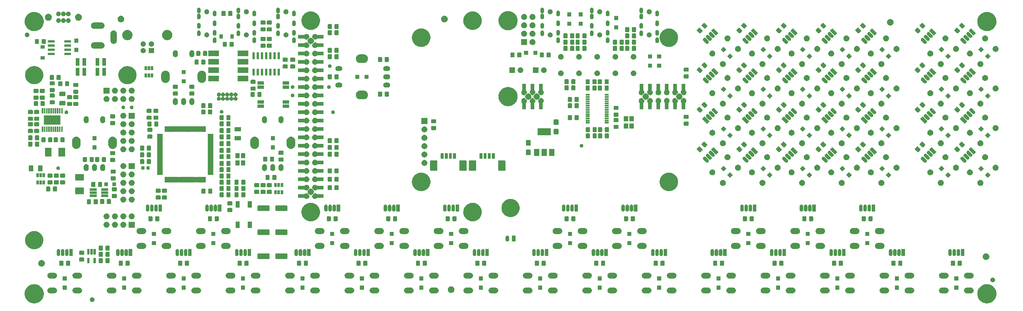
<source format=gbr>
%TF.GenerationSoftware,KiCad,Pcbnew,5.1.5*%
%TF.CreationDate,2020-03-25T20:50:35+01:00*%
%TF.ProjectId,OTTOdiy_SMD,4f54544f-6469-4795-9f53-4d442e6b6963,rev?*%
%TF.SameCoordinates,PX269fb20PYbb65a20*%
%TF.FileFunction,Soldermask,Bot*%
%TF.FilePolarity,Negative*%
%FSLAX46Y46*%
G04 Gerber Fmt 4.6, Leading zero omitted, Abs format (unit mm)*
G04 Created by KiCad (PCBNEW 5.1.5) date 2020-03-25 20:50:35*
%MOMM*%
%LPD*%
G04 APERTURE LIST*
%ADD10C,0.150000*%
G04 APERTURE END LIST*
D10*
G36*
X293222383Y7112852D02*
G01*
X293595899Y7038555D01*
X294123665Y6819947D01*
X294598642Y6502577D01*
X295002577Y6098642D01*
X295319947Y5623665D01*
X295538555Y5095899D01*
X295650000Y4535625D01*
X295650000Y3964375D01*
X295538555Y3404101D01*
X295319947Y2876335D01*
X295002577Y2401358D01*
X294598642Y1997423D01*
X294123665Y1680053D01*
X293595899Y1461445D01*
X293222383Y1387148D01*
X293035626Y1350000D01*
X292464374Y1350000D01*
X292277617Y1387148D01*
X291904101Y1461445D01*
X291376335Y1680053D01*
X290901358Y1997423D01*
X290497423Y2401358D01*
X290180053Y2876335D01*
X289961445Y3404101D01*
X289850000Y3964375D01*
X289850000Y4535625D01*
X289961445Y5095899D01*
X290180053Y5623665D01*
X290497423Y6098642D01*
X290901358Y6502577D01*
X291376335Y6819947D01*
X291904101Y7038555D01*
X292277617Y7112852D01*
X292464374Y7150000D01*
X293035626Y7150000D01*
X293222383Y7112852D01*
G37*
G36*
X4722383Y7112852D02*
G01*
X5095899Y7038555D01*
X5623665Y6819947D01*
X6098642Y6502577D01*
X6502577Y6098642D01*
X6819947Y5623665D01*
X7038555Y5095899D01*
X7150000Y4535625D01*
X7150000Y3964375D01*
X7038555Y3404101D01*
X6819947Y2876335D01*
X6502577Y2401358D01*
X6098642Y1997423D01*
X5623665Y1680053D01*
X5095899Y1461445D01*
X4722383Y1387148D01*
X4535626Y1350000D01*
X3964374Y1350000D01*
X3777617Y1387148D01*
X3404101Y1461445D01*
X2876335Y1680053D01*
X2401358Y1997423D01*
X1997423Y2401358D01*
X1680053Y2876335D01*
X1461445Y3404101D01*
X1350000Y3964375D01*
X1350000Y4535625D01*
X1461445Y5095899D01*
X1680053Y5623665D01*
X1997423Y6098642D01*
X2401358Y6502577D01*
X2876335Y6819947D01*
X3404101Y7038555D01*
X3777617Y7112852D01*
X3964374Y7150000D01*
X4535626Y7150000D01*
X4722383Y7112852D01*
G37*
G36*
X21914186Y3167020D02*
G01*
X22004474Y3149061D01*
X22132048Y3096218D01*
X22246862Y3019502D01*
X22344502Y2921862D01*
X22421218Y2807048D01*
X22474061Y2679474D01*
X22474061Y2679472D01*
X22501000Y2544043D01*
X22501000Y2405957D01*
X22500085Y2401358D01*
X22474061Y2270526D01*
X22421218Y2142952D01*
X22344502Y2028138D01*
X22246862Y1930498D01*
X22132048Y1853782D01*
X22004474Y1800939D01*
X21914186Y1782980D01*
X21869043Y1774000D01*
X21730957Y1774000D01*
X21685814Y1782980D01*
X21595526Y1800939D01*
X21467952Y1853782D01*
X21353138Y1930498D01*
X21255498Y2028138D01*
X21178782Y2142952D01*
X21125939Y2270526D01*
X21099915Y2401358D01*
X21099000Y2405957D01*
X21099000Y2544043D01*
X21125939Y2679472D01*
X21125939Y2679474D01*
X21178782Y2807048D01*
X21255498Y2921862D01*
X21353138Y3019502D01*
X21467952Y3096218D01*
X21595526Y3149061D01*
X21685814Y3167020D01*
X21730957Y3176000D01*
X21869043Y3176000D01*
X21914186Y3167020D01*
G37*
G36*
X28426627Y6137963D02*
G01*
X28596466Y6086443D01*
X28752991Y6002778D01*
X28890185Y5890185D01*
X29002778Y5752991D01*
X29086443Y5596466D01*
X29137963Y5426627D01*
X29155359Y5250000D01*
X29137963Y5073373D01*
X29086443Y4903534D01*
X29002778Y4747009D01*
X28890185Y4609815D01*
X28752991Y4497222D01*
X28596466Y4413557D01*
X28426627Y4362037D01*
X28294258Y4349000D01*
X27105742Y4349000D01*
X26973373Y4362037D01*
X26803534Y4413557D01*
X26647009Y4497222D01*
X26509815Y4609815D01*
X26397222Y4747009D01*
X26313557Y4903534D01*
X26262037Y5073373D01*
X26244641Y5250000D01*
X26262037Y5426627D01*
X26313557Y5596466D01*
X26397222Y5752991D01*
X26509815Y5890185D01*
X26647009Y6002778D01*
X26803534Y6086443D01*
X26973373Y6137963D01*
X27105742Y6151000D01*
X28294258Y6151000D01*
X28426627Y6137963D01*
G37*
G36*
X252026627Y6137963D02*
G01*
X252196466Y6086443D01*
X252352991Y6002778D01*
X252490185Y5890185D01*
X252602778Y5752991D01*
X252686443Y5596466D01*
X252737963Y5426627D01*
X252755359Y5250000D01*
X252737963Y5073373D01*
X252686443Y4903534D01*
X252602778Y4747009D01*
X252490185Y4609815D01*
X252352991Y4497222D01*
X252196466Y4413557D01*
X252026627Y4362037D01*
X251894258Y4349000D01*
X250705742Y4349000D01*
X250573373Y4362037D01*
X250403534Y4413557D01*
X250247009Y4497222D01*
X250109815Y4609815D01*
X249997222Y4747009D01*
X249913557Y4903534D01*
X249862037Y5073373D01*
X249844641Y5250000D01*
X249862037Y5426627D01*
X249913557Y5596466D01*
X249997222Y5752991D01*
X250109815Y5890185D01*
X250247009Y6002778D01*
X250403534Y6086443D01*
X250573373Y6137963D01*
X250705742Y6151000D01*
X251894258Y6151000D01*
X252026627Y6137963D01*
G37*
G36*
X36026627Y6137963D02*
G01*
X36196466Y6086443D01*
X36352991Y6002778D01*
X36490185Y5890185D01*
X36602778Y5752991D01*
X36686443Y5596466D01*
X36737963Y5426627D01*
X36755359Y5250000D01*
X36737963Y5073373D01*
X36686443Y4903534D01*
X36602778Y4747009D01*
X36490185Y4609815D01*
X36352991Y4497222D01*
X36196466Y4413557D01*
X36026627Y4362037D01*
X35894258Y4349000D01*
X34705742Y4349000D01*
X34573373Y4362037D01*
X34403534Y4413557D01*
X34247009Y4497222D01*
X34109815Y4609815D01*
X33997222Y4747009D01*
X33913557Y4903534D01*
X33862037Y5073373D01*
X33844641Y5250000D01*
X33862037Y5426627D01*
X33913557Y5596466D01*
X33997222Y5752991D01*
X34109815Y5890185D01*
X34247009Y6002778D01*
X34403534Y6086443D01*
X34573373Y6137963D01*
X34705742Y6151000D01*
X35894258Y6151000D01*
X36026627Y6137963D01*
G37*
G36*
X46426627Y6137963D02*
G01*
X46596466Y6086443D01*
X46752991Y6002778D01*
X46890185Y5890185D01*
X47002778Y5752991D01*
X47086443Y5596466D01*
X47137963Y5426627D01*
X47155359Y5250000D01*
X47137963Y5073373D01*
X47086443Y4903534D01*
X47002778Y4747009D01*
X46890185Y4609815D01*
X46752991Y4497222D01*
X46596466Y4413557D01*
X46426627Y4362037D01*
X46294258Y4349000D01*
X45105742Y4349000D01*
X44973373Y4362037D01*
X44803534Y4413557D01*
X44647009Y4497222D01*
X44509815Y4609815D01*
X44397222Y4747009D01*
X44313557Y4903534D01*
X44262037Y5073373D01*
X44244641Y5250000D01*
X44262037Y5426627D01*
X44313557Y5596466D01*
X44397222Y5752991D01*
X44509815Y5890185D01*
X44647009Y6002778D01*
X44803534Y6086443D01*
X44973373Y6137963D01*
X45105742Y6151000D01*
X46294258Y6151000D01*
X46426627Y6137963D01*
G37*
G36*
X54026627Y6137963D02*
G01*
X54196466Y6086443D01*
X54352991Y6002778D01*
X54490185Y5890185D01*
X54602778Y5752991D01*
X54686443Y5596466D01*
X54737963Y5426627D01*
X54755359Y5250000D01*
X54737963Y5073373D01*
X54686443Y4903534D01*
X54602778Y4747009D01*
X54490185Y4609815D01*
X54352991Y4497222D01*
X54196466Y4413557D01*
X54026627Y4362037D01*
X53894258Y4349000D01*
X52705742Y4349000D01*
X52573373Y4362037D01*
X52403534Y4413557D01*
X52247009Y4497222D01*
X52109815Y4609815D01*
X51997222Y4747009D01*
X51913557Y4903534D01*
X51862037Y5073373D01*
X51844641Y5250000D01*
X51862037Y5426627D01*
X51913557Y5596466D01*
X51997222Y5752991D01*
X52109815Y5890185D01*
X52247009Y6002778D01*
X52403534Y6086443D01*
X52573373Y6137963D01*
X52705742Y6151000D01*
X53894258Y6151000D01*
X54026627Y6137963D01*
G37*
G36*
X64426627Y6137963D02*
G01*
X64596466Y6086443D01*
X64752991Y6002778D01*
X64890185Y5890185D01*
X65002778Y5752991D01*
X65086443Y5596466D01*
X65137963Y5426627D01*
X65155359Y5250000D01*
X65137963Y5073373D01*
X65086443Y4903534D01*
X65002778Y4747009D01*
X64890185Y4609815D01*
X64752991Y4497222D01*
X64596466Y4413557D01*
X64426627Y4362037D01*
X64294258Y4349000D01*
X63105742Y4349000D01*
X62973373Y4362037D01*
X62803534Y4413557D01*
X62647009Y4497222D01*
X62509815Y4609815D01*
X62397222Y4747009D01*
X62313557Y4903534D01*
X62262037Y5073373D01*
X62244641Y5250000D01*
X62262037Y5426627D01*
X62313557Y5596466D01*
X62397222Y5752991D01*
X62509815Y5890185D01*
X62647009Y6002778D01*
X62803534Y6086443D01*
X62973373Y6137963D01*
X63105742Y6151000D01*
X64294258Y6151000D01*
X64426627Y6137963D01*
G37*
G36*
X72026627Y6137963D02*
G01*
X72196466Y6086443D01*
X72352991Y6002778D01*
X72490185Y5890185D01*
X72602778Y5752991D01*
X72686443Y5596466D01*
X72737963Y5426627D01*
X72755359Y5250000D01*
X72737963Y5073373D01*
X72686443Y4903534D01*
X72602778Y4747009D01*
X72490185Y4609815D01*
X72352991Y4497222D01*
X72196466Y4413557D01*
X72026627Y4362037D01*
X71894258Y4349000D01*
X70705742Y4349000D01*
X70573373Y4362037D01*
X70403534Y4413557D01*
X70247009Y4497222D01*
X70109815Y4609815D01*
X69997222Y4747009D01*
X69913557Y4903534D01*
X69862037Y5073373D01*
X69844641Y5250000D01*
X69862037Y5426627D01*
X69913557Y5596466D01*
X69997222Y5752991D01*
X70109815Y5890185D01*
X70247009Y6002778D01*
X70403534Y6086443D01*
X70573373Y6137963D01*
X70705742Y6151000D01*
X71894258Y6151000D01*
X72026627Y6137963D01*
G37*
G36*
X82426627Y6137963D02*
G01*
X82596466Y6086443D01*
X82752991Y6002778D01*
X82890185Y5890185D01*
X83002778Y5752991D01*
X83086443Y5596466D01*
X83137963Y5426627D01*
X83155359Y5250000D01*
X83137963Y5073373D01*
X83086443Y4903534D01*
X83002778Y4747009D01*
X82890185Y4609815D01*
X82752991Y4497222D01*
X82596466Y4413557D01*
X82426627Y4362037D01*
X82294258Y4349000D01*
X81105742Y4349000D01*
X80973373Y4362037D01*
X80803534Y4413557D01*
X80647009Y4497222D01*
X80509815Y4609815D01*
X80397222Y4747009D01*
X80313557Y4903534D01*
X80262037Y5073373D01*
X80244641Y5250000D01*
X80262037Y5426627D01*
X80313557Y5596466D01*
X80397222Y5752991D01*
X80509815Y5890185D01*
X80647009Y6002778D01*
X80803534Y6086443D01*
X80973373Y6137963D01*
X81105742Y6151000D01*
X82294258Y6151000D01*
X82426627Y6137963D01*
G37*
G36*
X90026627Y6137963D02*
G01*
X90196466Y6086443D01*
X90352991Y6002778D01*
X90490185Y5890185D01*
X90602778Y5752991D01*
X90686443Y5596466D01*
X90737963Y5426627D01*
X90755359Y5250000D01*
X90737963Y5073373D01*
X90686443Y4903534D01*
X90602778Y4747009D01*
X90490185Y4609815D01*
X90352991Y4497222D01*
X90196466Y4413557D01*
X90026627Y4362037D01*
X89894258Y4349000D01*
X88705742Y4349000D01*
X88573373Y4362037D01*
X88403534Y4413557D01*
X88247009Y4497222D01*
X88109815Y4609815D01*
X87997222Y4747009D01*
X87913557Y4903534D01*
X87862037Y5073373D01*
X87844641Y5250000D01*
X87862037Y5426627D01*
X87913557Y5596466D01*
X87997222Y5752991D01*
X88109815Y5890185D01*
X88247009Y6002778D01*
X88403534Y6086443D01*
X88573373Y6137963D01*
X88705742Y6151000D01*
X89894258Y6151000D01*
X90026627Y6137963D01*
G37*
G36*
X108026627Y6137963D02*
G01*
X108196466Y6086443D01*
X108352991Y6002778D01*
X108490185Y5890185D01*
X108602778Y5752991D01*
X108686443Y5596466D01*
X108737963Y5426627D01*
X108755359Y5250000D01*
X108737963Y5073373D01*
X108686443Y4903534D01*
X108602778Y4747009D01*
X108490185Y4609815D01*
X108352991Y4497222D01*
X108196466Y4413557D01*
X108026627Y4362037D01*
X107894258Y4349000D01*
X106705742Y4349000D01*
X106573373Y4362037D01*
X106403534Y4413557D01*
X106247009Y4497222D01*
X106109815Y4609815D01*
X105997222Y4747009D01*
X105913557Y4903534D01*
X105862037Y5073373D01*
X105844641Y5250000D01*
X105862037Y5426627D01*
X105913557Y5596466D01*
X105997222Y5752991D01*
X106109815Y5890185D01*
X106247009Y6002778D01*
X106403534Y6086443D01*
X106573373Y6137963D01*
X106705742Y6151000D01*
X107894258Y6151000D01*
X108026627Y6137963D01*
G37*
G36*
X118426627Y6137963D02*
G01*
X118596466Y6086443D01*
X118752991Y6002778D01*
X118890185Y5890185D01*
X119002778Y5752991D01*
X119086443Y5596466D01*
X119137963Y5426627D01*
X119155359Y5250000D01*
X119137963Y5073373D01*
X119086443Y4903534D01*
X119002778Y4747009D01*
X118890185Y4609815D01*
X118752991Y4497222D01*
X118596466Y4413557D01*
X118426627Y4362037D01*
X118294258Y4349000D01*
X117105742Y4349000D01*
X116973373Y4362037D01*
X116803534Y4413557D01*
X116647009Y4497222D01*
X116509815Y4609815D01*
X116397222Y4747009D01*
X116313557Y4903534D01*
X116262037Y5073373D01*
X116244641Y5250000D01*
X116262037Y5426627D01*
X116313557Y5596466D01*
X116397222Y5752991D01*
X116509815Y5890185D01*
X116647009Y6002778D01*
X116803534Y6086443D01*
X116973373Y6137963D01*
X117105742Y6151000D01*
X118294258Y6151000D01*
X118426627Y6137963D01*
G37*
G36*
X126026627Y6137963D02*
G01*
X126196466Y6086443D01*
X126352991Y6002778D01*
X126490185Y5890185D01*
X126602778Y5752991D01*
X126686443Y5596466D01*
X126737963Y5426627D01*
X126755359Y5250000D01*
X126737963Y5073373D01*
X126686443Y4903534D01*
X126602778Y4747009D01*
X126490185Y4609815D01*
X126352991Y4497222D01*
X126196466Y4413557D01*
X126026627Y4362037D01*
X125894258Y4349000D01*
X124705742Y4349000D01*
X124573373Y4362037D01*
X124403534Y4413557D01*
X124247009Y4497222D01*
X124109815Y4609815D01*
X123997222Y4747009D01*
X123913557Y4903534D01*
X123862037Y5073373D01*
X123844641Y5250000D01*
X123862037Y5426627D01*
X123913557Y5596466D01*
X123997222Y5752991D01*
X124109815Y5890185D01*
X124247009Y6002778D01*
X124403534Y6086443D01*
X124573373Y6137963D01*
X124705742Y6151000D01*
X125894258Y6151000D01*
X126026627Y6137963D01*
G37*
G36*
X136426627Y6137963D02*
G01*
X136596466Y6086443D01*
X136752991Y6002778D01*
X136890185Y5890185D01*
X137002778Y5752991D01*
X137086443Y5596466D01*
X137137963Y5426627D01*
X137155359Y5250000D01*
X137137963Y5073373D01*
X137086443Y4903534D01*
X137002778Y4747009D01*
X136890185Y4609815D01*
X136752991Y4497222D01*
X136596466Y4413557D01*
X136426627Y4362037D01*
X136294258Y4349000D01*
X135105742Y4349000D01*
X134973373Y4362037D01*
X134803534Y4413557D01*
X134647009Y4497222D01*
X134509815Y4609815D01*
X134397222Y4747009D01*
X134313557Y4903534D01*
X134262037Y5073373D01*
X134244641Y5250000D01*
X134262037Y5426627D01*
X134313557Y5596466D01*
X134397222Y5752991D01*
X134509815Y5890185D01*
X134647009Y6002778D01*
X134803534Y6086443D01*
X134973373Y6137963D01*
X135105742Y6151000D01*
X136294258Y6151000D01*
X136426627Y6137963D01*
G37*
G36*
X144026627Y6137963D02*
G01*
X144196466Y6086443D01*
X144352991Y6002778D01*
X144490185Y5890185D01*
X144602778Y5752991D01*
X144686443Y5596466D01*
X144737963Y5426627D01*
X144755359Y5250000D01*
X144737963Y5073373D01*
X144686443Y4903534D01*
X144602778Y4747009D01*
X144490185Y4609815D01*
X144352991Y4497222D01*
X144196466Y4413557D01*
X144026627Y4362037D01*
X143894258Y4349000D01*
X142705742Y4349000D01*
X142573373Y4362037D01*
X142403534Y4413557D01*
X142247009Y4497222D01*
X142109815Y4609815D01*
X141997222Y4747009D01*
X141913557Y4903534D01*
X141862037Y5073373D01*
X141844641Y5250000D01*
X141862037Y5426627D01*
X141913557Y5596466D01*
X141997222Y5752991D01*
X142109815Y5890185D01*
X142247009Y6002778D01*
X142403534Y6086443D01*
X142573373Y6137963D01*
X142705742Y6151000D01*
X143894258Y6151000D01*
X144026627Y6137963D01*
G37*
G36*
X154426627Y6137963D02*
G01*
X154596466Y6086443D01*
X154752991Y6002778D01*
X154890185Y5890185D01*
X155002778Y5752991D01*
X155086443Y5596466D01*
X155137963Y5426627D01*
X155155359Y5250000D01*
X155137963Y5073373D01*
X155086443Y4903534D01*
X155002778Y4747009D01*
X154890185Y4609815D01*
X154752991Y4497222D01*
X154596466Y4413557D01*
X154426627Y4362037D01*
X154294258Y4349000D01*
X153105742Y4349000D01*
X152973373Y4362037D01*
X152803534Y4413557D01*
X152647009Y4497222D01*
X152509815Y4609815D01*
X152397222Y4747009D01*
X152313557Y4903534D01*
X152262037Y5073373D01*
X152244641Y5250000D01*
X152262037Y5426627D01*
X152313557Y5596466D01*
X152397222Y5752991D01*
X152509815Y5890185D01*
X152647009Y6002778D01*
X152803534Y6086443D01*
X152973373Y6137963D01*
X153105742Y6151000D01*
X154294258Y6151000D01*
X154426627Y6137963D01*
G37*
G36*
X162026627Y6137963D02*
G01*
X162196466Y6086443D01*
X162352991Y6002778D01*
X162490185Y5890185D01*
X162602778Y5752991D01*
X162686443Y5596466D01*
X162737963Y5426627D01*
X162755359Y5250000D01*
X162737963Y5073373D01*
X162686443Y4903534D01*
X162602778Y4747009D01*
X162490185Y4609815D01*
X162352991Y4497222D01*
X162196466Y4413557D01*
X162026627Y4362037D01*
X161894258Y4349000D01*
X160705742Y4349000D01*
X160573373Y4362037D01*
X160403534Y4413557D01*
X160247009Y4497222D01*
X160109815Y4609815D01*
X159997222Y4747009D01*
X159913557Y4903534D01*
X159862037Y5073373D01*
X159844641Y5250000D01*
X159862037Y5426627D01*
X159913557Y5596466D01*
X159997222Y5752991D01*
X160109815Y5890185D01*
X160247009Y6002778D01*
X160403534Y6086443D01*
X160573373Y6137963D01*
X160705742Y6151000D01*
X161894258Y6151000D01*
X162026627Y6137963D01*
G37*
G36*
X18026627Y6137963D02*
G01*
X18196466Y6086443D01*
X18352991Y6002778D01*
X18490185Y5890185D01*
X18602778Y5752991D01*
X18686443Y5596466D01*
X18737963Y5426627D01*
X18755359Y5250000D01*
X18737963Y5073373D01*
X18686443Y4903534D01*
X18602778Y4747009D01*
X18490185Y4609815D01*
X18352991Y4497222D01*
X18196466Y4413557D01*
X18026627Y4362037D01*
X17894258Y4349000D01*
X16705742Y4349000D01*
X16573373Y4362037D01*
X16403534Y4413557D01*
X16247009Y4497222D01*
X16109815Y4609815D01*
X15997222Y4747009D01*
X15913557Y4903534D01*
X15862037Y5073373D01*
X15844641Y5250000D01*
X15862037Y5426627D01*
X15913557Y5596466D01*
X15997222Y5752991D01*
X16109815Y5890185D01*
X16247009Y6002778D01*
X16403534Y6086443D01*
X16573373Y6137963D01*
X16705742Y6151000D01*
X17894258Y6151000D01*
X18026627Y6137963D01*
G37*
G36*
X100426627Y6137963D02*
G01*
X100596466Y6086443D01*
X100752991Y6002778D01*
X100890185Y5890185D01*
X101002778Y5752991D01*
X101086443Y5596466D01*
X101137963Y5426627D01*
X101155359Y5250000D01*
X101137963Y5073373D01*
X101086443Y4903534D01*
X101002778Y4747009D01*
X100890185Y4609815D01*
X100752991Y4497222D01*
X100596466Y4413557D01*
X100426627Y4362037D01*
X100294258Y4349000D01*
X99105742Y4349000D01*
X98973373Y4362037D01*
X98803534Y4413557D01*
X98647009Y4497222D01*
X98509815Y4609815D01*
X98397222Y4747009D01*
X98313557Y4903534D01*
X98262037Y5073373D01*
X98244641Y5250000D01*
X98262037Y5426627D01*
X98313557Y5596466D01*
X98397222Y5752991D01*
X98509815Y5890185D01*
X98647009Y6002778D01*
X98803534Y6086443D01*
X98973373Y6137963D01*
X99105742Y6151000D01*
X100294258Y6151000D01*
X100426627Y6137963D01*
G37*
G36*
X180026627Y6137963D02*
G01*
X180196466Y6086443D01*
X180352991Y6002778D01*
X180490185Y5890185D01*
X180602778Y5752991D01*
X180686443Y5596466D01*
X180737963Y5426627D01*
X180755359Y5250000D01*
X180737963Y5073373D01*
X180686443Y4903534D01*
X180602778Y4747009D01*
X180490185Y4609815D01*
X180352991Y4497222D01*
X180196466Y4413557D01*
X180026627Y4362037D01*
X179894258Y4349000D01*
X178705742Y4349000D01*
X178573373Y4362037D01*
X178403534Y4413557D01*
X178247009Y4497222D01*
X178109815Y4609815D01*
X177997222Y4747009D01*
X177913557Y4903534D01*
X177862037Y5073373D01*
X177844641Y5250000D01*
X177862037Y5426627D01*
X177913557Y5596466D01*
X177997222Y5752991D01*
X178109815Y5890185D01*
X178247009Y6002778D01*
X178403534Y6086443D01*
X178573373Y6137963D01*
X178705742Y6151000D01*
X179894258Y6151000D01*
X180026627Y6137963D01*
G37*
G36*
X190426627Y6137963D02*
G01*
X190596466Y6086443D01*
X190752991Y6002778D01*
X190890185Y5890185D01*
X191002778Y5752991D01*
X191086443Y5596466D01*
X191137963Y5426627D01*
X191155359Y5250000D01*
X191137963Y5073373D01*
X191086443Y4903534D01*
X191002778Y4747009D01*
X190890185Y4609815D01*
X190752991Y4497222D01*
X190596466Y4413557D01*
X190426627Y4362037D01*
X190294258Y4349000D01*
X189105742Y4349000D01*
X188973373Y4362037D01*
X188803534Y4413557D01*
X188647009Y4497222D01*
X188509815Y4609815D01*
X188397222Y4747009D01*
X188313557Y4903534D01*
X188262037Y5073373D01*
X188244641Y5250000D01*
X188262037Y5426627D01*
X188313557Y5596466D01*
X188397222Y5752991D01*
X188509815Y5890185D01*
X188647009Y6002778D01*
X188803534Y6086443D01*
X188973373Y6137963D01*
X189105742Y6151000D01*
X190294258Y6151000D01*
X190426627Y6137963D01*
G37*
G36*
X198026627Y6137963D02*
G01*
X198196466Y6086443D01*
X198352991Y6002778D01*
X198490185Y5890185D01*
X198602778Y5752991D01*
X198686443Y5596466D01*
X198737963Y5426627D01*
X198755359Y5250000D01*
X198737963Y5073373D01*
X198686443Y4903534D01*
X198602778Y4747009D01*
X198490185Y4609815D01*
X198352991Y4497222D01*
X198196466Y4413557D01*
X198026627Y4362037D01*
X197894258Y4349000D01*
X196705742Y4349000D01*
X196573373Y4362037D01*
X196403534Y4413557D01*
X196247009Y4497222D01*
X196109815Y4609815D01*
X195997222Y4747009D01*
X195913557Y4903534D01*
X195862037Y5073373D01*
X195844641Y5250000D01*
X195862037Y5426627D01*
X195913557Y5596466D01*
X195997222Y5752991D01*
X196109815Y5890185D01*
X196247009Y6002778D01*
X196403534Y6086443D01*
X196573373Y6137963D01*
X196705742Y6151000D01*
X197894258Y6151000D01*
X198026627Y6137963D01*
G37*
G36*
X208426627Y6137963D02*
G01*
X208596466Y6086443D01*
X208752991Y6002778D01*
X208890185Y5890185D01*
X209002778Y5752991D01*
X209086443Y5596466D01*
X209137963Y5426627D01*
X209155359Y5250000D01*
X209137963Y5073373D01*
X209086443Y4903534D01*
X209002778Y4747009D01*
X208890185Y4609815D01*
X208752991Y4497222D01*
X208596466Y4413557D01*
X208426627Y4362037D01*
X208294258Y4349000D01*
X207105742Y4349000D01*
X206973373Y4362037D01*
X206803534Y4413557D01*
X206647009Y4497222D01*
X206509815Y4609815D01*
X206397222Y4747009D01*
X206313557Y4903534D01*
X206262037Y5073373D01*
X206244641Y5250000D01*
X206262037Y5426627D01*
X206313557Y5596466D01*
X206397222Y5752991D01*
X206509815Y5890185D01*
X206647009Y6002778D01*
X206803534Y6086443D01*
X206973373Y6137963D01*
X207105742Y6151000D01*
X208294258Y6151000D01*
X208426627Y6137963D01*
G37*
G36*
X216026627Y6137963D02*
G01*
X216196466Y6086443D01*
X216352991Y6002778D01*
X216490185Y5890185D01*
X216602778Y5752991D01*
X216686443Y5596466D01*
X216737963Y5426627D01*
X216755359Y5250000D01*
X216737963Y5073373D01*
X216686443Y4903534D01*
X216602778Y4747009D01*
X216490185Y4609815D01*
X216352991Y4497222D01*
X216196466Y4413557D01*
X216026627Y4362037D01*
X215894258Y4349000D01*
X214705742Y4349000D01*
X214573373Y4362037D01*
X214403534Y4413557D01*
X214247009Y4497222D01*
X214109815Y4609815D01*
X213997222Y4747009D01*
X213913557Y4903534D01*
X213862037Y5073373D01*
X213844641Y5250000D01*
X213862037Y5426627D01*
X213913557Y5596466D01*
X213997222Y5752991D01*
X214109815Y5890185D01*
X214247009Y6002778D01*
X214403534Y6086443D01*
X214573373Y6137963D01*
X214705742Y6151000D01*
X215894258Y6151000D01*
X216026627Y6137963D01*
G37*
G36*
X226426627Y6137963D02*
G01*
X226596466Y6086443D01*
X226752991Y6002778D01*
X226890185Y5890185D01*
X227002778Y5752991D01*
X227086443Y5596466D01*
X227137963Y5426627D01*
X227155359Y5250000D01*
X227137963Y5073373D01*
X227086443Y4903534D01*
X227002778Y4747009D01*
X226890185Y4609815D01*
X226752991Y4497222D01*
X226596466Y4413557D01*
X226426627Y4362037D01*
X226294258Y4349000D01*
X225105742Y4349000D01*
X224973373Y4362037D01*
X224803534Y4413557D01*
X224647009Y4497222D01*
X224509815Y4609815D01*
X224397222Y4747009D01*
X224313557Y4903534D01*
X224262037Y5073373D01*
X224244641Y5250000D01*
X224262037Y5426627D01*
X224313557Y5596466D01*
X224397222Y5752991D01*
X224509815Y5890185D01*
X224647009Y6002778D01*
X224803534Y6086443D01*
X224973373Y6137963D01*
X225105742Y6151000D01*
X226294258Y6151000D01*
X226426627Y6137963D01*
G37*
G36*
X234026627Y6137963D02*
G01*
X234196466Y6086443D01*
X234352991Y6002778D01*
X234490185Y5890185D01*
X234602778Y5752991D01*
X234686443Y5596466D01*
X234737963Y5426627D01*
X234755359Y5250000D01*
X234737963Y5073373D01*
X234686443Y4903534D01*
X234602778Y4747009D01*
X234490185Y4609815D01*
X234352991Y4497222D01*
X234196466Y4413557D01*
X234026627Y4362037D01*
X233894258Y4349000D01*
X232705742Y4349000D01*
X232573373Y4362037D01*
X232403534Y4413557D01*
X232247009Y4497222D01*
X232109815Y4609815D01*
X231997222Y4747009D01*
X231913557Y4903534D01*
X231862037Y5073373D01*
X231844641Y5250000D01*
X231862037Y5426627D01*
X231913557Y5596466D01*
X231997222Y5752991D01*
X232109815Y5890185D01*
X232247009Y6002778D01*
X232403534Y6086443D01*
X232573373Y6137963D01*
X232705742Y6151000D01*
X233894258Y6151000D01*
X234026627Y6137963D01*
G37*
G36*
X172426627Y6137963D02*
G01*
X172596466Y6086443D01*
X172752991Y6002778D01*
X172890185Y5890185D01*
X173002778Y5752991D01*
X173086443Y5596466D01*
X173137963Y5426627D01*
X173155359Y5250000D01*
X173137963Y5073373D01*
X173086443Y4903534D01*
X173002778Y4747009D01*
X172890185Y4609815D01*
X172752991Y4497222D01*
X172596466Y4413557D01*
X172426627Y4362037D01*
X172294258Y4349000D01*
X171105742Y4349000D01*
X170973373Y4362037D01*
X170803534Y4413557D01*
X170647009Y4497222D01*
X170509815Y4609815D01*
X170397222Y4747009D01*
X170313557Y4903534D01*
X170262037Y5073373D01*
X170244641Y5250000D01*
X170262037Y5426627D01*
X170313557Y5596466D01*
X170397222Y5752991D01*
X170509815Y5890185D01*
X170647009Y6002778D01*
X170803534Y6086443D01*
X170973373Y6137963D01*
X171105742Y6151000D01*
X172294258Y6151000D01*
X172426627Y6137963D01*
G37*
G36*
X262426627Y6137963D02*
G01*
X262596466Y6086443D01*
X262752991Y6002778D01*
X262890185Y5890185D01*
X263002778Y5752991D01*
X263086443Y5596466D01*
X263137963Y5426627D01*
X263155359Y5250000D01*
X263137963Y5073373D01*
X263086443Y4903534D01*
X263002778Y4747009D01*
X262890185Y4609815D01*
X262752991Y4497222D01*
X262596466Y4413557D01*
X262426627Y4362037D01*
X262294258Y4349000D01*
X261105742Y4349000D01*
X260973373Y4362037D01*
X260803534Y4413557D01*
X260647009Y4497222D01*
X260509815Y4609815D01*
X260397222Y4747009D01*
X260313557Y4903534D01*
X260262037Y5073373D01*
X260244641Y5250000D01*
X260262037Y5426627D01*
X260313557Y5596466D01*
X260397222Y5752991D01*
X260509815Y5890185D01*
X260647009Y6002778D01*
X260803534Y6086443D01*
X260973373Y6137963D01*
X261105742Y6151000D01*
X262294258Y6151000D01*
X262426627Y6137963D01*
G37*
G36*
X270026627Y6137963D02*
G01*
X270196466Y6086443D01*
X270352991Y6002778D01*
X270490185Y5890185D01*
X270602778Y5752991D01*
X270686443Y5596466D01*
X270737963Y5426627D01*
X270755359Y5250000D01*
X270737963Y5073373D01*
X270686443Y4903534D01*
X270602778Y4747009D01*
X270490185Y4609815D01*
X270352991Y4497222D01*
X270196466Y4413557D01*
X270026627Y4362037D01*
X269894258Y4349000D01*
X268705742Y4349000D01*
X268573373Y4362037D01*
X268403534Y4413557D01*
X268247009Y4497222D01*
X268109815Y4609815D01*
X267997222Y4747009D01*
X267913557Y4903534D01*
X267862037Y5073373D01*
X267844641Y5250000D01*
X267862037Y5426627D01*
X267913557Y5596466D01*
X267997222Y5752991D01*
X268109815Y5890185D01*
X268247009Y6002778D01*
X268403534Y6086443D01*
X268573373Y6137963D01*
X268705742Y6151000D01*
X269894258Y6151000D01*
X270026627Y6137963D01*
G37*
G36*
X280426627Y6137963D02*
G01*
X280596466Y6086443D01*
X280752991Y6002778D01*
X280890185Y5890185D01*
X281002778Y5752991D01*
X281086443Y5596466D01*
X281137963Y5426627D01*
X281155359Y5250000D01*
X281137963Y5073373D01*
X281086443Y4903534D01*
X281002778Y4747009D01*
X280890185Y4609815D01*
X280752991Y4497222D01*
X280596466Y4413557D01*
X280426627Y4362037D01*
X280294258Y4349000D01*
X279105742Y4349000D01*
X278973373Y4362037D01*
X278803534Y4413557D01*
X278647009Y4497222D01*
X278509815Y4609815D01*
X278397222Y4747009D01*
X278313557Y4903534D01*
X278262037Y5073373D01*
X278244641Y5250000D01*
X278262037Y5426627D01*
X278313557Y5596466D01*
X278397222Y5752991D01*
X278509815Y5890185D01*
X278647009Y6002778D01*
X278803534Y6086443D01*
X278973373Y6137963D01*
X279105742Y6151000D01*
X280294258Y6151000D01*
X280426627Y6137963D01*
G37*
G36*
X288026627Y6137963D02*
G01*
X288196466Y6086443D01*
X288352991Y6002778D01*
X288490185Y5890185D01*
X288602778Y5752991D01*
X288686443Y5596466D01*
X288737963Y5426627D01*
X288755359Y5250000D01*
X288737963Y5073373D01*
X288686443Y4903534D01*
X288602778Y4747009D01*
X288490185Y4609815D01*
X288352991Y4497222D01*
X288196466Y4413557D01*
X288026627Y4362037D01*
X287894258Y4349000D01*
X286705742Y4349000D01*
X286573373Y4362037D01*
X286403534Y4413557D01*
X286247009Y4497222D01*
X286109815Y4609815D01*
X285997222Y4747009D01*
X285913557Y4903534D01*
X285862037Y5073373D01*
X285844641Y5250000D01*
X285862037Y5426627D01*
X285913557Y5596466D01*
X285997222Y5752991D01*
X286109815Y5890185D01*
X286247009Y6002778D01*
X286403534Y6086443D01*
X286573373Y6137963D01*
X286705742Y6151000D01*
X287894258Y6151000D01*
X288026627Y6137963D01*
G37*
G36*
X10426627Y6137963D02*
G01*
X10596466Y6086443D01*
X10752991Y6002778D01*
X10890185Y5890185D01*
X11002778Y5752991D01*
X11086443Y5596466D01*
X11137963Y5426627D01*
X11155359Y5250000D01*
X11137963Y5073373D01*
X11086443Y4903534D01*
X11002778Y4747009D01*
X10890185Y4609815D01*
X10752991Y4497222D01*
X10596466Y4413557D01*
X10426627Y4362037D01*
X10294258Y4349000D01*
X9105742Y4349000D01*
X8973373Y4362037D01*
X8803534Y4413557D01*
X8647009Y4497222D01*
X8509815Y4609815D01*
X8397222Y4747009D01*
X8313557Y4903534D01*
X8262037Y5073373D01*
X8244641Y5250000D01*
X8262037Y5426627D01*
X8313557Y5596466D01*
X8397222Y5752991D01*
X8509815Y5890185D01*
X8647009Y6002778D01*
X8803534Y6086443D01*
X8973373Y6137963D01*
X9105742Y6151000D01*
X10294258Y6151000D01*
X10426627Y6137963D01*
G37*
G36*
X244426627Y6137963D02*
G01*
X244596466Y6086443D01*
X244752991Y6002778D01*
X244890185Y5890185D01*
X245002778Y5752991D01*
X245086443Y5596466D01*
X245137963Y5426627D01*
X245155359Y5250000D01*
X245137963Y5073373D01*
X245086443Y4903534D01*
X245002778Y4747009D01*
X244890185Y4609815D01*
X244752991Y4497222D01*
X244596466Y4413557D01*
X244426627Y4362037D01*
X244294258Y4349000D01*
X243105742Y4349000D01*
X242973373Y4362037D01*
X242803534Y4413557D01*
X242647009Y4497222D01*
X242509815Y4609815D01*
X242397222Y4747009D01*
X242313557Y4903534D01*
X242262037Y5073373D01*
X242244641Y5250000D01*
X242262037Y5426627D01*
X242313557Y5596466D01*
X242397222Y5752991D01*
X242509815Y5890185D01*
X242647009Y6002778D01*
X242803534Y6086443D01*
X242973373Y6137963D01*
X243105742Y6151000D01*
X244294258Y6151000D01*
X244426627Y6137963D01*
G37*
G36*
X130695090Y6480785D02*
G01*
X130791689Y6461571D01*
X130973678Y6386189D01*
X131137463Y6276751D01*
X131276751Y6137463D01*
X131386189Y5973678D01*
X131461571Y5791689D01*
X131461571Y5791687D01*
X131494993Y5623666D01*
X131500000Y5598491D01*
X131500000Y5401509D01*
X131461571Y5208311D01*
X131386189Y5026322D01*
X131276751Y4862537D01*
X131137463Y4723249D01*
X130973678Y4613811D01*
X130791689Y4538429D01*
X130695090Y4519214D01*
X130598493Y4500000D01*
X130401507Y4500000D01*
X130304910Y4519214D01*
X130208311Y4538429D01*
X130026322Y4613811D01*
X129862537Y4723249D01*
X129723249Y4862537D01*
X129613811Y5026322D01*
X129538429Y5208311D01*
X129500000Y5401509D01*
X129500000Y5598491D01*
X129505008Y5623666D01*
X129538429Y5791687D01*
X129538429Y5791689D01*
X129613811Y5973678D01*
X129723249Y6137463D01*
X129862537Y6276751D01*
X130026322Y6386189D01*
X130208311Y6461571D01*
X130304910Y6480786D01*
X130401507Y6500000D01*
X130598493Y6500000D01*
X130695090Y6480785D01*
G37*
G36*
X140101000Y5499000D02*
G01*
X138899000Y5499000D01*
X138899000Y6701000D01*
X140101000Y6701000D01*
X140101000Y5499000D01*
G37*
G36*
X284101000Y5499000D02*
G01*
X282899000Y5499000D01*
X282899000Y6701000D01*
X284101000Y6701000D01*
X284101000Y5499000D01*
G37*
G36*
X266101000Y5499000D02*
G01*
X264899000Y5499000D01*
X264899000Y6701000D01*
X266101000Y6701000D01*
X266101000Y5499000D01*
G37*
G36*
X248101000Y5499000D02*
G01*
X246899000Y5499000D01*
X246899000Y6701000D01*
X248101000Y6701000D01*
X248101000Y5499000D01*
G37*
G36*
X230101000Y5499000D02*
G01*
X228899000Y5499000D01*
X228899000Y6701000D01*
X230101000Y6701000D01*
X230101000Y5499000D01*
G37*
G36*
X212101000Y5499000D02*
G01*
X210899000Y5499000D01*
X210899000Y6701000D01*
X212101000Y6701000D01*
X212101000Y5499000D01*
G37*
G36*
X176101000Y5499000D02*
G01*
X174899000Y5499000D01*
X174899000Y6701000D01*
X176101000Y6701000D01*
X176101000Y5499000D01*
G37*
G36*
X158101000Y5499000D02*
G01*
X156899000Y5499000D01*
X156899000Y6701000D01*
X158101000Y6701000D01*
X158101000Y5499000D01*
G37*
G36*
X104101000Y5499000D02*
G01*
X102899000Y5499000D01*
X102899000Y6701000D01*
X104101000Y6701000D01*
X104101000Y5499000D01*
G37*
G36*
X86101000Y5499000D02*
G01*
X84899000Y5499000D01*
X84899000Y6701000D01*
X86101000Y6701000D01*
X86101000Y5499000D01*
G37*
G36*
X68101000Y5499000D02*
G01*
X66899000Y5499000D01*
X66899000Y6701000D01*
X68101000Y6701000D01*
X68101000Y5499000D01*
G37*
G36*
X50101000Y5499000D02*
G01*
X48899000Y5499000D01*
X48899000Y6701000D01*
X50101000Y6701000D01*
X50101000Y5499000D01*
G37*
G36*
X32101000Y5499000D02*
G01*
X30899000Y5499000D01*
X30899000Y6701000D01*
X32101000Y6701000D01*
X32101000Y5499000D01*
G37*
G36*
X194101000Y5499000D02*
G01*
X192899000Y5499000D01*
X192899000Y6701000D01*
X194101000Y6701000D01*
X194101000Y5499000D01*
G37*
G36*
X14101000Y5499000D02*
G01*
X12899000Y5499000D01*
X12899000Y6701000D01*
X14101000Y6701000D01*
X14101000Y5499000D01*
G37*
G36*
X122101000Y5499000D02*
G01*
X120899000Y5499000D01*
X120899000Y6701000D01*
X122101000Y6701000D01*
X122101000Y5499000D01*
G37*
G36*
X294639186Y9142020D02*
G01*
X294729474Y9124061D01*
X294857048Y9071218D01*
X294971862Y8994502D01*
X295069502Y8896862D01*
X295146218Y8782048D01*
X295199061Y8654474D01*
X295226000Y8519042D01*
X295226000Y8380958D01*
X295199061Y8245526D01*
X295146218Y8117952D01*
X295069502Y8003138D01*
X294971862Y7905498D01*
X294857048Y7828782D01*
X294729474Y7775939D01*
X294639186Y7757980D01*
X294594043Y7749000D01*
X294455957Y7749000D01*
X294410814Y7757980D01*
X294320526Y7775939D01*
X294192952Y7828782D01*
X294078138Y7905498D01*
X293980498Y8003138D01*
X293903782Y8117952D01*
X293850939Y8245526D01*
X293824000Y8380958D01*
X293824000Y8519042D01*
X293850939Y8654474D01*
X293903782Y8782048D01*
X293980498Y8896862D01*
X294078138Y8994502D01*
X294192952Y9071218D01*
X294320526Y9124061D01*
X294410814Y9142020D01*
X294455957Y9151000D01*
X294594043Y9151000D01*
X294639186Y9142020D01*
G37*
G36*
X230101000Y8299000D02*
G01*
X228899000Y8299000D01*
X228899000Y9501000D01*
X230101000Y9501000D01*
X230101000Y8299000D01*
G37*
G36*
X248101000Y8299000D02*
G01*
X246899000Y8299000D01*
X246899000Y9501000D01*
X248101000Y9501000D01*
X248101000Y8299000D01*
G37*
G36*
X194101000Y8299000D02*
G01*
X192899000Y8299000D01*
X192899000Y9501000D01*
X194101000Y9501000D01*
X194101000Y8299000D01*
G37*
G36*
X266101000Y8299000D02*
G01*
X264899000Y8299000D01*
X264899000Y9501000D01*
X266101000Y9501000D01*
X266101000Y8299000D01*
G37*
G36*
X284101000Y8299000D02*
G01*
X282899000Y8299000D01*
X282899000Y9501000D01*
X284101000Y9501000D01*
X284101000Y8299000D01*
G37*
G36*
X176101000Y8299000D02*
G01*
X174899000Y8299000D01*
X174899000Y9501000D01*
X176101000Y9501000D01*
X176101000Y8299000D01*
G37*
G36*
X158101000Y8299000D02*
G01*
X156899000Y8299000D01*
X156899000Y9501000D01*
X158101000Y9501000D01*
X158101000Y8299000D01*
G37*
G36*
X122101000Y8299000D02*
G01*
X120899000Y8299000D01*
X120899000Y9501000D01*
X122101000Y9501000D01*
X122101000Y8299000D01*
G37*
G36*
X104101000Y8299000D02*
G01*
X102899000Y8299000D01*
X102899000Y9501000D01*
X104101000Y9501000D01*
X104101000Y8299000D01*
G37*
G36*
X68101000Y8299000D02*
G01*
X66899000Y8299000D01*
X66899000Y9501000D01*
X68101000Y9501000D01*
X68101000Y8299000D01*
G37*
G36*
X50101000Y8299000D02*
G01*
X48899000Y8299000D01*
X48899000Y9501000D01*
X50101000Y9501000D01*
X50101000Y8299000D01*
G37*
G36*
X32101000Y8299000D02*
G01*
X30899000Y8299000D01*
X30899000Y9501000D01*
X32101000Y9501000D01*
X32101000Y8299000D01*
G37*
G36*
X14101000Y8299000D02*
G01*
X12899000Y8299000D01*
X12899000Y9501000D01*
X14101000Y9501000D01*
X14101000Y8299000D01*
G37*
G36*
X212101000Y8299000D02*
G01*
X210899000Y8299000D01*
X210899000Y9501000D01*
X212101000Y9501000D01*
X212101000Y8299000D01*
G37*
G36*
X86101000Y8299000D02*
G01*
X84899000Y8299000D01*
X84899000Y9501000D01*
X86101000Y9501000D01*
X86101000Y8299000D01*
G37*
G36*
X140101000Y8299000D02*
G01*
X138899000Y8299000D01*
X138899000Y9501000D01*
X140101000Y9501000D01*
X140101000Y8299000D01*
G37*
G36*
X208426627Y10637963D02*
G01*
X208596466Y10586443D01*
X208752991Y10502778D01*
X208890185Y10390185D01*
X209002778Y10252991D01*
X209086443Y10096466D01*
X209137963Y9926627D01*
X209155359Y9750000D01*
X209137963Y9573373D01*
X209086443Y9403534D01*
X209002778Y9247009D01*
X208890185Y9109815D01*
X208752991Y8997222D01*
X208596466Y8913557D01*
X208426627Y8862037D01*
X208294258Y8849000D01*
X207105742Y8849000D01*
X206973373Y8862037D01*
X206803534Y8913557D01*
X206647009Y8997222D01*
X206509815Y9109815D01*
X206397222Y9247009D01*
X206313557Y9403534D01*
X206262037Y9573373D01*
X206244641Y9750000D01*
X206262037Y9926627D01*
X206313557Y10096466D01*
X206397222Y10252991D01*
X206509815Y10390185D01*
X206647009Y10502778D01*
X206803534Y10586443D01*
X206973373Y10637963D01*
X207105742Y10651000D01*
X208294258Y10651000D01*
X208426627Y10637963D01*
G37*
G36*
X28426627Y10637963D02*
G01*
X28596466Y10586443D01*
X28752991Y10502778D01*
X28890185Y10390185D01*
X29002778Y10252991D01*
X29086443Y10096466D01*
X29137963Y9926627D01*
X29155359Y9750000D01*
X29137963Y9573373D01*
X29086443Y9403534D01*
X29002778Y9247009D01*
X28890185Y9109815D01*
X28752991Y8997222D01*
X28596466Y8913557D01*
X28426627Y8862037D01*
X28294258Y8849000D01*
X27105742Y8849000D01*
X26973373Y8862037D01*
X26803534Y8913557D01*
X26647009Y8997222D01*
X26509815Y9109815D01*
X26397222Y9247009D01*
X26313557Y9403534D01*
X26262037Y9573373D01*
X26244641Y9750000D01*
X26262037Y9926627D01*
X26313557Y10096466D01*
X26397222Y10252991D01*
X26509815Y10390185D01*
X26647009Y10502778D01*
X26803534Y10586443D01*
X26973373Y10637963D01*
X27105742Y10651000D01*
X28294258Y10651000D01*
X28426627Y10637963D01*
G37*
G36*
X234026627Y10637963D02*
G01*
X234196466Y10586443D01*
X234352991Y10502778D01*
X234490185Y10390185D01*
X234602778Y10252991D01*
X234686443Y10096466D01*
X234737963Y9926627D01*
X234755359Y9750000D01*
X234737963Y9573373D01*
X234686443Y9403534D01*
X234602778Y9247009D01*
X234490185Y9109815D01*
X234352991Y8997222D01*
X234196466Y8913557D01*
X234026627Y8862037D01*
X233894258Y8849000D01*
X232705742Y8849000D01*
X232573373Y8862037D01*
X232403534Y8913557D01*
X232247009Y8997222D01*
X232109815Y9109815D01*
X231997222Y9247009D01*
X231913557Y9403534D01*
X231862037Y9573373D01*
X231844641Y9750000D01*
X231862037Y9926627D01*
X231913557Y10096466D01*
X231997222Y10252991D01*
X232109815Y10390185D01*
X232247009Y10502778D01*
X232403534Y10586443D01*
X232573373Y10637963D01*
X232705742Y10651000D01*
X233894258Y10651000D01*
X234026627Y10637963D01*
G37*
G36*
X136426627Y10637963D02*
G01*
X136596466Y10586443D01*
X136752991Y10502778D01*
X136890185Y10390185D01*
X137002778Y10252991D01*
X137086443Y10096466D01*
X137137963Y9926627D01*
X137155359Y9750000D01*
X137137963Y9573373D01*
X137086443Y9403534D01*
X137002778Y9247009D01*
X136890185Y9109815D01*
X136752991Y8997222D01*
X136596466Y8913557D01*
X136426627Y8862037D01*
X136294258Y8849000D01*
X135105742Y8849000D01*
X134973373Y8862037D01*
X134803534Y8913557D01*
X134647009Y8997222D01*
X134509815Y9109815D01*
X134397222Y9247009D01*
X134313557Y9403534D01*
X134262037Y9573373D01*
X134244641Y9750000D01*
X134262037Y9926627D01*
X134313557Y10096466D01*
X134397222Y10252991D01*
X134509815Y10390185D01*
X134647009Y10502778D01*
X134803534Y10586443D01*
X134973373Y10637963D01*
X135105742Y10651000D01*
X136294258Y10651000D01*
X136426627Y10637963D01*
G37*
G36*
X144026627Y10637963D02*
G01*
X144196466Y10586443D01*
X144352991Y10502778D01*
X144490185Y10390185D01*
X144602778Y10252991D01*
X144686443Y10096466D01*
X144737963Y9926627D01*
X144755359Y9750000D01*
X144737963Y9573373D01*
X144686443Y9403534D01*
X144602778Y9247009D01*
X144490185Y9109815D01*
X144352991Y8997222D01*
X144196466Y8913557D01*
X144026627Y8862037D01*
X143894258Y8849000D01*
X142705742Y8849000D01*
X142573373Y8862037D01*
X142403534Y8913557D01*
X142247009Y8997222D01*
X142109815Y9109815D01*
X141997222Y9247009D01*
X141913557Y9403534D01*
X141862037Y9573373D01*
X141844641Y9750000D01*
X141862037Y9926627D01*
X141913557Y10096466D01*
X141997222Y10252991D01*
X142109815Y10390185D01*
X142247009Y10502778D01*
X142403534Y10586443D01*
X142573373Y10637963D01*
X142705742Y10651000D01*
X143894258Y10651000D01*
X144026627Y10637963D01*
G37*
G36*
X154426627Y10637963D02*
G01*
X154596466Y10586443D01*
X154752991Y10502778D01*
X154890185Y10390185D01*
X155002778Y10252991D01*
X155086443Y10096466D01*
X155137963Y9926627D01*
X155155359Y9750000D01*
X155137963Y9573373D01*
X155086443Y9403534D01*
X155002778Y9247009D01*
X154890185Y9109815D01*
X154752991Y8997222D01*
X154596466Y8913557D01*
X154426627Y8862037D01*
X154294258Y8849000D01*
X153105742Y8849000D01*
X152973373Y8862037D01*
X152803534Y8913557D01*
X152647009Y8997222D01*
X152509815Y9109815D01*
X152397222Y9247009D01*
X152313557Y9403534D01*
X152262037Y9573373D01*
X152244641Y9750000D01*
X152262037Y9926627D01*
X152313557Y10096466D01*
X152397222Y10252991D01*
X152509815Y10390185D01*
X152647009Y10502778D01*
X152803534Y10586443D01*
X152973373Y10637963D01*
X153105742Y10651000D01*
X154294258Y10651000D01*
X154426627Y10637963D01*
G37*
G36*
X162026627Y10637963D02*
G01*
X162196466Y10586443D01*
X162352991Y10502778D01*
X162490185Y10390185D01*
X162602778Y10252991D01*
X162686443Y10096466D01*
X162737963Y9926627D01*
X162755359Y9750000D01*
X162737963Y9573373D01*
X162686443Y9403534D01*
X162602778Y9247009D01*
X162490185Y9109815D01*
X162352991Y8997222D01*
X162196466Y8913557D01*
X162026627Y8862037D01*
X161894258Y8849000D01*
X160705742Y8849000D01*
X160573373Y8862037D01*
X160403534Y8913557D01*
X160247009Y8997222D01*
X160109815Y9109815D01*
X159997222Y9247009D01*
X159913557Y9403534D01*
X159862037Y9573373D01*
X159844641Y9750000D01*
X159862037Y9926627D01*
X159913557Y10096466D01*
X159997222Y10252991D01*
X160109815Y10390185D01*
X160247009Y10502778D01*
X160403534Y10586443D01*
X160573373Y10637963D01*
X160705742Y10651000D01*
X161894258Y10651000D01*
X162026627Y10637963D01*
G37*
G36*
X172426627Y10637963D02*
G01*
X172596466Y10586443D01*
X172752991Y10502778D01*
X172890185Y10390185D01*
X173002778Y10252991D01*
X173086443Y10096466D01*
X173137963Y9926627D01*
X173155359Y9750000D01*
X173137963Y9573373D01*
X173086443Y9403534D01*
X173002778Y9247009D01*
X172890185Y9109815D01*
X172752991Y8997222D01*
X172596466Y8913557D01*
X172426627Y8862037D01*
X172294258Y8849000D01*
X171105742Y8849000D01*
X170973373Y8862037D01*
X170803534Y8913557D01*
X170647009Y8997222D01*
X170509815Y9109815D01*
X170397222Y9247009D01*
X170313557Y9403534D01*
X170262037Y9573373D01*
X170244641Y9750000D01*
X170262037Y9926627D01*
X170313557Y10096466D01*
X170397222Y10252991D01*
X170509815Y10390185D01*
X170647009Y10502778D01*
X170803534Y10586443D01*
X170973373Y10637963D01*
X171105742Y10651000D01*
X172294258Y10651000D01*
X172426627Y10637963D01*
G37*
G36*
X180026627Y10637963D02*
G01*
X180196466Y10586443D01*
X180352991Y10502778D01*
X180490185Y10390185D01*
X180602778Y10252991D01*
X180686443Y10096466D01*
X180737963Y9926627D01*
X180755359Y9750000D01*
X180737963Y9573373D01*
X180686443Y9403534D01*
X180602778Y9247009D01*
X180490185Y9109815D01*
X180352991Y8997222D01*
X180196466Y8913557D01*
X180026627Y8862037D01*
X179894258Y8849000D01*
X178705742Y8849000D01*
X178573373Y8862037D01*
X178403534Y8913557D01*
X178247009Y8997222D01*
X178109815Y9109815D01*
X177997222Y9247009D01*
X177913557Y9403534D01*
X177862037Y9573373D01*
X177844641Y9750000D01*
X177862037Y9926627D01*
X177913557Y10096466D01*
X177997222Y10252991D01*
X178109815Y10390185D01*
X178247009Y10502778D01*
X178403534Y10586443D01*
X178573373Y10637963D01*
X178705742Y10651000D01*
X179894258Y10651000D01*
X180026627Y10637963D01*
G37*
G36*
X90026627Y10637963D02*
G01*
X90196466Y10586443D01*
X90352991Y10502778D01*
X90490185Y10390185D01*
X90602778Y10252991D01*
X90686443Y10096466D01*
X90737963Y9926627D01*
X90755359Y9750000D01*
X90737963Y9573373D01*
X90686443Y9403534D01*
X90602778Y9247009D01*
X90490185Y9109815D01*
X90352991Y8997222D01*
X90196466Y8913557D01*
X90026627Y8862037D01*
X89894258Y8849000D01*
X88705742Y8849000D01*
X88573373Y8862037D01*
X88403534Y8913557D01*
X88247009Y8997222D01*
X88109815Y9109815D01*
X87997222Y9247009D01*
X87913557Y9403534D01*
X87862037Y9573373D01*
X87844641Y9750000D01*
X87862037Y9926627D01*
X87913557Y10096466D01*
X87997222Y10252991D01*
X88109815Y10390185D01*
X88247009Y10502778D01*
X88403534Y10586443D01*
X88573373Y10637963D01*
X88705742Y10651000D01*
X89894258Y10651000D01*
X90026627Y10637963D01*
G37*
G36*
X190426627Y10637963D02*
G01*
X190596466Y10586443D01*
X190752991Y10502778D01*
X190890185Y10390185D01*
X191002778Y10252991D01*
X191086443Y10096466D01*
X191137963Y9926627D01*
X191155359Y9750000D01*
X191137963Y9573373D01*
X191086443Y9403534D01*
X191002778Y9247009D01*
X190890185Y9109815D01*
X190752991Y8997222D01*
X190596466Y8913557D01*
X190426627Y8862037D01*
X190294258Y8849000D01*
X189105742Y8849000D01*
X188973373Y8862037D01*
X188803534Y8913557D01*
X188647009Y8997222D01*
X188509815Y9109815D01*
X188397222Y9247009D01*
X188313557Y9403534D01*
X188262037Y9573373D01*
X188244641Y9750000D01*
X188262037Y9926627D01*
X188313557Y10096466D01*
X188397222Y10252991D01*
X188509815Y10390185D01*
X188647009Y10502778D01*
X188803534Y10586443D01*
X188973373Y10637963D01*
X189105742Y10651000D01*
X190294258Y10651000D01*
X190426627Y10637963D01*
G37*
G36*
X198026627Y10637963D02*
G01*
X198196466Y10586443D01*
X198352991Y10502778D01*
X198490185Y10390185D01*
X198602778Y10252991D01*
X198686443Y10096466D01*
X198737963Y9926627D01*
X198755359Y9750000D01*
X198737963Y9573373D01*
X198686443Y9403534D01*
X198602778Y9247009D01*
X198490185Y9109815D01*
X198352991Y8997222D01*
X198196466Y8913557D01*
X198026627Y8862037D01*
X197894258Y8849000D01*
X196705742Y8849000D01*
X196573373Y8862037D01*
X196403534Y8913557D01*
X196247009Y8997222D01*
X196109815Y9109815D01*
X195997222Y9247009D01*
X195913557Y9403534D01*
X195862037Y9573373D01*
X195844641Y9750000D01*
X195862037Y9926627D01*
X195913557Y10096466D01*
X195997222Y10252991D01*
X196109815Y10390185D01*
X196247009Y10502778D01*
X196403534Y10586443D01*
X196573373Y10637963D01*
X196705742Y10651000D01*
X197894258Y10651000D01*
X198026627Y10637963D01*
G37*
G36*
X82426627Y10637963D02*
G01*
X82596466Y10586443D01*
X82752991Y10502778D01*
X82890185Y10390185D01*
X83002778Y10252991D01*
X83086443Y10096466D01*
X83137963Y9926627D01*
X83155359Y9750000D01*
X83137963Y9573373D01*
X83086443Y9403534D01*
X83002778Y9247009D01*
X82890185Y9109815D01*
X82752991Y8997222D01*
X82596466Y8913557D01*
X82426627Y8862037D01*
X82294258Y8849000D01*
X81105742Y8849000D01*
X80973373Y8862037D01*
X80803534Y8913557D01*
X80647009Y8997222D01*
X80509815Y9109815D01*
X80397222Y9247009D01*
X80313557Y9403534D01*
X80262037Y9573373D01*
X80244641Y9750000D01*
X80262037Y9926627D01*
X80313557Y10096466D01*
X80397222Y10252991D01*
X80509815Y10390185D01*
X80647009Y10502778D01*
X80803534Y10586443D01*
X80973373Y10637963D01*
X81105742Y10651000D01*
X82294258Y10651000D01*
X82426627Y10637963D01*
G37*
G36*
X108026627Y10637963D02*
G01*
X108196466Y10586443D01*
X108352991Y10502778D01*
X108490185Y10390185D01*
X108602778Y10252991D01*
X108686443Y10096466D01*
X108737963Y9926627D01*
X108755359Y9750000D01*
X108737963Y9573373D01*
X108686443Y9403534D01*
X108602778Y9247009D01*
X108490185Y9109815D01*
X108352991Y8997222D01*
X108196466Y8913557D01*
X108026627Y8862037D01*
X107894258Y8849000D01*
X106705742Y8849000D01*
X106573373Y8862037D01*
X106403534Y8913557D01*
X106247009Y8997222D01*
X106109815Y9109815D01*
X105997222Y9247009D01*
X105913557Y9403534D01*
X105862037Y9573373D01*
X105844641Y9750000D01*
X105862037Y9926627D01*
X105913557Y10096466D01*
X105997222Y10252991D01*
X106109815Y10390185D01*
X106247009Y10502778D01*
X106403534Y10586443D01*
X106573373Y10637963D01*
X106705742Y10651000D01*
X107894258Y10651000D01*
X108026627Y10637963D01*
G37*
G36*
X100426627Y10637963D02*
G01*
X100596466Y10586443D01*
X100752991Y10502778D01*
X100890185Y10390185D01*
X101002778Y10252991D01*
X101086443Y10096466D01*
X101137963Y9926627D01*
X101155359Y9750000D01*
X101137963Y9573373D01*
X101086443Y9403534D01*
X101002778Y9247009D01*
X100890185Y9109815D01*
X100752991Y8997222D01*
X100596466Y8913557D01*
X100426627Y8862037D01*
X100294258Y8849000D01*
X99105742Y8849000D01*
X98973373Y8862037D01*
X98803534Y8913557D01*
X98647009Y8997222D01*
X98509815Y9109815D01*
X98397222Y9247009D01*
X98313557Y9403534D01*
X98262037Y9573373D01*
X98244641Y9750000D01*
X98262037Y9926627D01*
X98313557Y10096466D01*
X98397222Y10252991D01*
X98509815Y10390185D01*
X98647009Y10502778D01*
X98803534Y10586443D01*
X98973373Y10637963D01*
X99105742Y10651000D01*
X100294258Y10651000D01*
X100426627Y10637963D01*
G37*
G36*
X118426627Y10637963D02*
G01*
X118596466Y10586443D01*
X118752991Y10502778D01*
X118890185Y10390185D01*
X119002778Y10252991D01*
X119086443Y10096466D01*
X119137963Y9926627D01*
X119155359Y9750000D01*
X119137963Y9573373D01*
X119086443Y9403534D01*
X119002778Y9247009D01*
X118890185Y9109815D01*
X118752991Y8997222D01*
X118596466Y8913557D01*
X118426627Y8862037D01*
X118294258Y8849000D01*
X117105742Y8849000D01*
X116973373Y8862037D01*
X116803534Y8913557D01*
X116647009Y8997222D01*
X116509815Y9109815D01*
X116397222Y9247009D01*
X116313557Y9403534D01*
X116262037Y9573373D01*
X116244641Y9750000D01*
X116262037Y9926627D01*
X116313557Y10096466D01*
X116397222Y10252991D01*
X116509815Y10390185D01*
X116647009Y10502778D01*
X116803534Y10586443D01*
X116973373Y10637963D01*
X117105742Y10651000D01*
X118294258Y10651000D01*
X118426627Y10637963D01*
G37*
G36*
X226426627Y10637963D02*
G01*
X226596466Y10586443D01*
X226752991Y10502778D01*
X226890185Y10390185D01*
X227002778Y10252991D01*
X227086443Y10096466D01*
X227137963Y9926627D01*
X227155359Y9750000D01*
X227137963Y9573373D01*
X227086443Y9403534D01*
X227002778Y9247009D01*
X226890185Y9109815D01*
X226752991Y8997222D01*
X226596466Y8913557D01*
X226426627Y8862037D01*
X226294258Y8849000D01*
X225105742Y8849000D01*
X224973373Y8862037D01*
X224803534Y8913557D01*
X224647009Y8997222D01*
X224509815Y9109815D01*
X224397222Y9247009D01*
X224313557Y9403534D01*
X224262037Y9573373D01*
X224244641Y9750000D01*
X224262037Y9926627D01*
X224313557Y10096466D01*
X224397222Y10252991D01*
X224509815Y10390185D01*
X224647009Y10502778D01*
X224803534Y10586443D01*
X224973373Y10637963D01*
X225105742Y10651000D01*
X226294258Y10651000D01*
X226426627Y10637963D01*
G37*
G36*
X18026627Y10637963D02*
G01*
X18196466Y10586443D01*
X18352991Y10502778D01*
X18490185Y10390185D01*
X18602778Y10252991D01*
X18686443Y10096466D01*
X18737963Y9926627D01*
X18755359Y9750000D01*
X18737963Y9573373D01*
X18686443Y9403534D01*
X18602778Y9247009D01*
X18490185Y9109815D01*
X18352991Y8997222D01*
X18196466Y8913557D01*
X18026627Y8862037D01*
X17894258Y8849000D01*
X16705742Y8849000D01*
X16573373Y8862037D01*
X16403534Y8913557D01*
X16247009Y8997222D01*
X16109815Y9109815D01*
X15997222Y9247009D01*
X15913557Y9403534D01*
X15862037Y9573373D01*
X15844641Y9750000D01*
X15862037Y9926627D01*
X15913557Y10096466D01*
X15997222Y10252991D01*
X16109815Y10390185D01*
X16247009Y10502778D01*
X16403534Y10586443D01*
X16573373Y10637963D01*
X16705742Y10651000D01*
X17894258Y10651000D01*
X18026627Y10637963D01*
G37*
G36*
X64426627Y10637963D02*
G01*
X64596466Y10586443D01*
X64752991Y10502778D01*
X64890185Y10390185D01*
X65002778Y10252991D01*
X65086443Y10096466D01*
X65137963Y9926627D01*
X65155359Y9750000D01*
X65137963Y9573373D01*
X65086443Y9403534D01*
X65002778Y9247009D01*
X64890185Y9109815D01*
X64752991Y8997222D01*
X64596466Y8913557D01*
X64426627Y8862037D01*
X64294258Y8849000D01*
X63105742Y8849000D01*
X62973373Y8862037D01*
X62803534Y8913557D01*
X62647009Y8997222D01*
X62509815Y9109815D01*
X62397222Y9247009D01*
X62313557Y9403534D01*
X62262037Y9573373D01*
X62244641Y9750000D01*
X62262037Y9926627D01*
X62313557Y10096466D01*
X62397222Y10252991D01*
X62509815Y10390185D01*
X62647009Y10502778D01*
X62803534Y10586443D01*
X62973373Y10637963D01*
X63105742Y10651000D01*
X64294258Y10651000D01*
X64426627Y10637963D01*
G37*
G36*
X46426627Y10637963D02*
G01*
X46596466Y10586443D01*
X46752991Y10502778D01*
X46890185Y10390185D01*
X47002778Y10252991D01*
X47086443Y10096466D01*
X47137963Y9926627D01*
X47155359Y9750000D01*
X47137963Y9573373D01*
X47086443Y9403534D01*
X47002778Y9247009D01*
X46890185Y9109815D01*
X46752991Y8997222D01*
X46596466Y8913557D01*
X46426627Y8862037D01*
X46294258Y8849000D01*
X45105742Y8849000D01*
X44973373Y8862037D01*
X44803534Y8913557D01*
X44647009Y8997222D01*
X44509815Y9109815D01*
X44397222Y9247009D01*
X44313557Y9403534D01*
X44262037Y9573373D01*
X44244641Y9750000D01*
X44262037Y9926627D01*
X44313557Y10096466D01*
X44397222Y10252991D01*
X44509815Y10390185D01*
X44647009Y10502778D01*
X44803534Y10586443D01*
X44973373Y10637963D01*
X45105742Y10651000D01*
X46294258Y10651000D01*
X46426627Y10637963D01*
G37*
G36*
X10426627Y10637963D02*
G01*
X10596466Y10586443D01*
X10752991Y10502778D01*
X10890185Y10390185D01*
X11002778Y10252991D01*
X11086443Y10096466D01*
X11137963Y9926627D01*
X11155359Y9750000D01*
X11137963Y9573373D01*
X11086443Y9403534D01*
X11002778Y9247009D01*
X10890185Y9109815D01*
X10752991Y8997222D01*
X10596466Y8913557D01*
X10426627Y8862037D01*
X10294258Y8849000D01*
X9105742Y8849000D01*
X8973373Y8862037D01*
X8803534Y8913557D01*
X8647009Y8997222D01*
X8509815Y9109815D01*
X8397222Y9247009D01*
X8313557Y9403534D01*
X8262037Y9573373D01*
X8244641Y9750000D01*
X8262037Y9926627D01*
X8313557Y10096466D01*
X8397222Y10252991D01*
X8509815Y10390185D01*
X8647009Y10502778D01*
X8803534Y10586443D01*
X8973373Y10637963D01*
X9105742Y10651000D01*
X10294258Y10651000D01*
X10426627Y10637963D01*
G37*
G36*
X280426627Y10637963D02*
G01*
X280596466Y10586443D01*
X280752991Y10502778D01*
X280890185Y10390185D01*
X281002778Y10252991D01*
X281086443Y10096466D01*
X281137963Y9926627D01*
X281155359Y9750000D01*
X281137963Y9573373D01*
X281086443Y9403534D01*
X281002778Y9247009D01*
X280890185Y9109815D01*
X280752991Y8997222D01*
X280596466Y8913557D01*
X280426627Y8862037D01*
X280294258Y8849000D01*
X279105742Y8849000D01*
X278973373Y8862037D01*
X278803534Y8913557D01*
X278647009Y8997222D01*
X278509815Y9109815D01*
X278397222Y9247009D01*
X278313557Y9403534D01*
X278262037Y9573373D01*
X278244641Y9750000D01*
X278262037Y9926627D01*
X278313557Y10096466D01*
X278397222Y10252991D01*
X278509815Y10390185D01*
X278647009Y10502778D01*
X278803534Y10586443D01*
X278973373Y10637963D01*
X279105742Y10651000D01*
X280294258Y10651000D01*
X280426627Y10637963D01*
G37*
G36*
X288026627Y10637963D02*
G01*
X288196466Y10586443D01*
X288352991Y10502778D01*
X288490185Y10390185D01*
X288602778Y10252991D01*
X288686443Y10096466D01*
X288737963Y9926627D01*
X288755359Y9750000D01*
X288737963Y9573373D01*
X288686443Y9403534D01*
X288602778Y9247009D01*
X288490185Y9109815D01*
X288352991Y8997222D01*
X288196466Y8913557D01*
X288026627Y8862037D01*
X287894258Y8849000D01*
X286705742Y8849000D01*
X286573373Y8862037D01*
X286403534Y8913557D01*
X286247009Y8997222D01*
X286109815Y9109815D01*
X285997222Y9247009D01*
X285913557Y9403534D01*
X285862037Y9573373D01*
X285844641Y9750000D01*
X285862037Y9926627D01*
X285913557Y10096466D01*
X285997222Y10252991D01*
X286109815Y10390185D01*
X286247009Y10502778D01*
X286403534Y10586443D01*
X286573373Y10637963D01*
X286705742Y10651000D01*
X287894258Y10651000D01*
X288026627Y10637963D01*
G37*
G36*
X72026627Y10637963D02*
G01*
X72196466Y10586443D01*
X72352991Y10502778D01*
X72490185Y10390185D01*
X72602778Y10252991D01*
X72686443Y10096466D01*
X72737963Y9926627D01*
X72755359Y9750000D01*
X72737963Y9573373D01*
X72686443Y9403534D01*
X72602778Y9247009D01*
X72490185Y9109815D01*
X72352991Y8997222D01*
X72196466Y8913557D01*
X72026627Y8862037D01*
X71894258Y8849000D01*
X70705742Y8849000D01*
X70573373Y8862037D01*
X70403534Y8913557D01*
X70247009Y8997222D01*
X70109815Y9109815D01*
X69997222Y9247009D01*
X69913557Y9403534D01*
X69862037Y9573373D01*
X69844641Y9750000D01*
X69862037Y9926627D01*
X69913557Y10096466D01*
X69997222Y10252991D01*
X70109815Y10390185D01*
X70247009Y10502778D01*
X70403534Y10586443D01*
X70573373Y10637963D01*
X70705742Y10651000D01*
X71894258Y10651000D01*
X72026627Y10637963D01*
G37*
G36*
X54026627Y10637963D02*
G01*
X54196466Y10586443D01*
X54352991Y10502778D01*
X54490185Y10390185D01*
X54602778Y10252991D01*
X54686443Y10096466D01*
X54737963Y9926627D01*
X54755359Y9750000D01*
X54737963Y9573373D01*
X54686443Y9403534D01*
X54602778Y9247009D01*
X54490185Y9109815D01*
X54352991Y8997222D01*
X54196466Y8913557D01*
X54026627Y8862037D01*
X53894258Y8849000D01*
X52705742Y8849000D01*
X52573373Y8862037D01*
X52403534Y8913557D01*
X52247009Y8997222D01*
X52109815Y9109815D01*
X51997222Y9247009D01*
X51913557Y9403534D01*
X51862037Y9573373D01*
X51844641Y9750000D01*
X51862037Y9926627D01*
X51913557Y10096466D01*
X51997222Y10252991D01*
X52109815Y10390185D01*
X52247009Y10502778D01*
X52403534Y10586443D01*
X52573373Y10637963D01*
X52705742Y10651000D01*
X53894258Y10651000D01*
X54026627Y10637963D01*
G37*
G36*
X126026627Y10637963D02*
G01*
X126196466Y10586443D01*
X126352991Y10502778D01*
X126490185Y10390185D01*
X126602778Y10252991D01*
X126686443Y10096466D01*
X126737963Y9926627D01*
X126755359Y9750000D01*
X126737963Y9573373D01*
X126686443Y9403534D01*
X126602778Y9247009D01*
X126490185Y9109815D01*
X126352991Y8997222D01*
X126196466Y8913557D01*
X126026627Y8862037D01*
X125894258Y8849000D01*
X124705742Y8849000D01*
X124573373Y8862037D01*
X124403534Y8913557D01*
X124247009Y8997222D01*
X124109815Y9109815D01*
X123997222Y9247009D01*
X123913557Y9403534D01*
X123862037Y9573373D01*
X123844641Y9750000D01*
X123862037Y9926627D01*
X123913557Y10096466D01*
X123997222Y10252991D01*
X124109815Y10390185D01*
X124247009Y10502778D01*
X124403534Y10586443D01*
X124573373Y10637963D01*
X124705742Y10651000D01*
X125894258Y10651000D01*
X126026627Y10637963D01*
G37*
G36*
X262426627Y10637963D02*
G01*
X262596466Y10586443D01*
X262752991Y10502778D01*
X262890185Y10390185D01*
X263002778Y10252991D01*
X263086443Y10096466D01*
X263137963Y9926627D01*
X263155359Y9750000D01*
X263137963Y9573373D01*
X263086443Y9403534D01*
X263002778Y9247009D01*
X262890185Y9109815D01*
X262752991Y8997222D01*
X262596466Y8913557D01*
X262426627Y8862037D01*
X262294258Y8849000D01*
X261105742Y8849000D01*
X260973373Y8862037D01*
X260803534Y8913557D01*
X260647009Y8997222D01*
X260509815Y9109815D01*
X260397222Y9247009D01*
X260313557Y9403534D01*
X260262037Y9573373D01*
X260244641Y9750000D01*
X260262037Y9926627D01*
X260313557Y10096466D01*
X260397222Y10252991D01*
X260509815Y10390185D01*
X260647009Y10502778D01*
X260803534Y10586443D01*
X260973373Y10637963D01*
X261105742Y10651000D01*
X262294258Y10651000D01*
X262426627Y10637963D01*
G37*
G36*
X270026627Y10637963D02*
G01*
X270196466Y10586443D01*
X270352991Y10502778D01*
X270490185Y10390185D01*
X270602778Y10252991D01*
X270686443Y10096466D01*
X270737963Y9926627D01*
X270755359Y9750000D01*
X270737963Y9573373D01*
X270686443Y9403534D01*
X270602778Y9247009D01*
X270490185Y9109815D01*
X270352991Y8997222D01*
X270196466Y8913557D01*
X270026627Y8862037D01*
X269894258Y8849000D01*
X268705742Y8849000D01*
X268573373Y8862037D01*
X268403534Y8913557D01*
X268247009Y8997222D01*
X268109815Y9109815D01*
X267997222Y9247009D01*
X267913557Y9403534D01*
X267862037Y9573373D01*
X267844641Y9750000D01*
X267862037Y9926627D01*
X267913557Y10096466D01*
X267997222Y10252991D01*
X268109815Y10390185D01*
X268247009Y10502778D01*
X268403534Y10586443D01*
X268573373Y10637963D01*
X268705742Y10651000D01*
X269894258Y10651000D01*
X270026627Y10637963D01*
G37*
G36*
X36026627Y10637963D02*
G01*
X36196466Y10586443D01*
X36352991Y10502778D01*
X36490185Y10390185D01*
X36602778Y10252991D01*
X36686443Y10096466D01*
X36737963Y9926627D01*
X36755359Y9750000D01*
X36737963Y9573373D01*
X36686443Y9403534D01*
X36602778Y9247009D01*
X36490185Y9109815D01*
X36352991Y8997222D01*
X36196466Y8913557D01*
X36026627Y8862037D01*
X35894258Y8849000D01*
X34705742Y8849000D01*
X34573373Y8862037D01*
X34403534Y8913557D01*
X34247009Y8997222D01*
X34109815Y9109815D01*
X33997222Y9247009D01*
X33913557Y9403534D01*
X33862037Y9573373D01*
X33844641Y9750000D01*
X33862037Y9926627D01*
X33913557Y10096466D01*
X33997222Y10252991D01*
X34109815Y10390185D01*
X34247009Y10502778D01*
X34403534Y10586443D01*
X34573373Y10637963D01*
X34705742Y10651000D01*
X35894258Y10651000D01*
X36026627Y10637963D01*
G37*
G36*
X244426627Y10637963D02*
G01*
X244596466Y10586443D01*
X244752991Y10502778D01*
X244890185Y10390185D01*
X245002778Y10252991D01*
X245086443Y10096466D01*
X245137963Y9926627D01*
X245155359Y9750000D01*
X245137963Y9573373D01*
X245086443Y9403534D01*
X245002778Y9247009D01*
X244890185Y9109815D01*
X244752991Y8997222D01*
X244596466Y8913557D01*
X244426627Y8862037D01*
X244294258Y8849000D01*
X243105742Y8849000D01*
X242973373Y8862037D01*
X242803534Y8913557D01*
X242647009Y8997222D01*
X242509815Y9109815D01*
X242397222Y9247009D01*
X242313557Y9403534D01*
X242262037Y9573373D01*
X242244641Y9750000D01*
X242262037Y9926627D01*
X242313557Y10096466D01*
X242397222Y10252991D01*
X242509815Y10390185D01*
X242647009Y10502778D01*
X242803534Y10586443D01*
X242973373Y10637963D01*
X243105742Y10651000D01*
X244294258Y10651000D01*
X244426627Y10637963D01*
G37*
G36*
X252026627Y10637963D02*
G01*
X252196466Y10586443D01*
X252352991Y10502778D01*
X252490185Y10390185D01*
X252602778Y10252991D01*
X252686443Y10096466D01*
X252737963Y9926627D01*
X252755359Y9750000D01*
X252737963Y9573373D01*
X252686443Y9403534D01*
X252602778Y9247009D01*
X252490185Y9109815D01*
X252352991Y8997222D01*
X252196466Y8913557D01*
X252026627Y8862037D01*
X251894258Y8849000D01*
X250705742Y8849000D01*
X250573373Y8862037D01*
X250403534Y8913557D01*
X250247009Y8997222D01*
X250109815Y9109815D01*
X249997222Y9247009D01*
X249913557Y9403534D01*
X249862037Y9573373D01*
X249844641Y9750000D01*
X249862037Y9926627D01*
X249913557Y10096466D01*
X249997222Y10252991D01*
X250109815Y10390185D01*
X250247009Y10502778D01*
X250403534Y10586443D01*
X250573373Y10637963D01*
X250705742Y10651000D01*
X251894258Y10651000D01*
X252026627Y10637963D01*
G37*
G36*
X216026627Y10637963D02*
G01*
X216196466Y10586443D01*
X216352991Y10502778D01*
X216490185Y10390185D01*
X216602778Y10252991D01*
X216686443Y10096466D01*
X216737963Y9926627D01*
X216755359Y9750000D01*
X216737963Y9573373D01*
X216686443Y9403534D01*
X216602778Y9247009D01*
X216490185Y9109815D01*
X216352991Y8997222D01*
X216196466Y8913557D01*
X216026627Y8862037D01*
X215894258Y8849000D01*
X214705742Y8849000D01*
X214573373Y8862037D01*
X214403534Y8913557D01*
X214247009Y8997222D01*
X214109815Y9109815D01*
X213997222Y9247009D01*
X213913557Y9403534D01*
X213862037Y9573373D01*
X213844641Y9750000D01*
X213862037Y9926627D01*
X213913557Y10096466D01*
X213997222Y10252991D01*
X214109815Y10390185D01*
X214247009Y10502778D01*
X214403534Y10586443D01*
X214573373Y10637963D01*
X214705742Y10651000D01*
X215894258Y10651000D01*
X216026627Y10637963D01*
G37*
G36*
X6695090Y14480785D02*
G01*
X6791689Y14461571D01*
X6973678Y14386189D01*
X7137463Y14276751D01*
X7276751Y14137463D01*
X7386189Y13973678D01*
X7461571Y13791689D01*
X7500000Y13598491D01*
X7500000Y13401509D01*
X7461571Y13208311D01*
X7386189Y13026322D01*
X7276751Y12862537D01*
X7137463Y12723249D01*
X6973678Y12613811D01*
X6791689Y12538429D01*
X6695090Y12519214D01*
X6598493Y12500000D01*
X6401507Y12500000D01*
X6304910Y12519214D01*
X6208311Y12538429D01*
X6026322Y12613811D01*
X5862537Y12723249D01*
X5723249Y12862537D01*
X5613811Y13026322D01*
X5538429Y13208311D01*
X5500000Y13401509D01*
X5500000Y13598491D01*
X5538429Y13791689D01*
X5613811Y13973678D01*
X5723249Y14137463D01*
X5862537Y14276751D01*
X6026322Y14386189D01*
X6208311Y14461571D01*
X6304910Y14480785D01*
X6401507Y14500000D01*
X6598493Y14500000D01*
X6695090Y14480785D01*
G37*
G36*
X66909166Y14246137D02*
G01*
X66953807Y14232595D01*
X66994949Y14210604D01*
X67031010Y14181010D01*
X67060604Y14144949D01*
X67082595Y14103807D01*
X67096137Y14059166D01*
X67101000Y14009792D01*
X67101000Y12990208D01*
X67096137Y12940834D01*
X67082595Y12896193D01*
X67060604Y12855051D01*
X67031010Y12818990D01*
X66994949Y12789396D01*
X66953807Y12767405D01*
X66909166Y12753863D01*
X66859792Y12749000D01*
X66090208Y12749000D01*
X66040834Y12753863D01*
X65996193Y12767405D01*
X65955051Y12789396D01*
X65918990Y12818990D01*
X65889396Y12855051D01*
X65867405Y12896193D01*
X65853863Y12940834D01*
X65849000Y12990208D01*
X65849000Y14009792D01*
X65853863Y14059166D01*
X65867405Y14103807D01*
X65889396Y14144949D01*
X65918990Y14181010D01*
X65955051Y14210604D01*
X65996193Y14232595D01*
X66040834Y14246137D01*
X66090208Y14251000D01*
X66859792Y14251000D01*
X66909166Y14246137D01*
G37*
G36*
X48909166Y14246137D02*
G01*
X48953807Y14232595D01*
X48994949Y14210604D01*
X49031010Y14181010D01*
X49060604Y14144949D01*
X49082595Y14103807D01*
X49096137Y14059166D01*
X49101000Y14009792D01*
X49101000Y12990208D01*
X49096137Y12940834D01*
X49082595Y12896193D01*
X49060604Y12855051D01*
X49031010Y12818990D01*
X48994949Y12789396D01*
X48953807Y12767405D01*
X48909166Y12753863D01*
X48859792Y12749000D01*
X48090208Y12749000D01*
X48040834Y12753863D01*
X47996193Y12767405D01*
X47955051Y12789396D01*
X47918990Y12818990D01*
X47889396Y12855051D01*
X47867405Y12896193D01*
X47853863Y12940834D01*
X47849000Y12990208D01*
X47849000Y14009792D01*
X47853863Y14059166D01*
X47867405Y14103807D01*
X47889396Y14144949D01*
X47918990Y14181010D01*
X47955051Y14210604D01*
X47996193Y14232595D01*
X48040834Y14246137D01*
X48090208Y14251000D01*
X48859792Y14251000D01*
X48909166Y14246137D01*
G37*
G36*
X14959166Y14246137D02*
G01*
X15003807Y14232595D01*
X15044949Y14210604D01*
X15081010Y14181010D01*
X15110604Y14144949D01*
X15132595Y14103807D01*
X15146137Y14059166D01*
X15151000Y14009792D01*
X15151000Y12990208D01*
X15146137Y12940834D01*
X15132595Y12896193D01*
X15110604Y12855051D01*
X15081010Y12818990D01*
X15044949Y12789396D01*
X15003807Y12767405D01*
X14959166Y12753863D01*
X14909792Y12749000D01*
X14140208Y12749000D01*
X14090834Y12753863D01*
X14046193Y12767405D01*
X14005051Y12789396D01*
X13968990Y12818990D01*
X13939396Y12855051D01*
X13917405Y12896193D01*
X13903863Y12940834D01*
X13899000Y12990208D01*
X13899000Y14009792D01*
X13903863Y14059166D01*
X13917405Y14103807D01*
X13939396Y14144949D01*
X13968990Y14181010D01*
X14005051Y14210604D01*
X14046193Y14232595D01*
X14090834Y14246137D01*
X14140208Y14251000D01*
X14909792Y14251000D01*
X14959166Y14246137D01*
G37*
G36*
X12909166Y14246137D02*
G01*
X12953807Y14232595D01*
X12994949Y14210604D01*
X13031010Y14181010D01*
X13060604Y14144949D01*
X13082595Y14103807D01*
X13096137Y14059166D01*
X13101000Y14009792D01*
X13101000Y12990208D01*
X13096137Y12940834D01*
X13082595Y12896193D01*
X13060604Y12855051D01*
X13031010Y12818990D01*
X12994949Y12789396D01*
X12953807Y12767405D01*
X12909166Y12753863D01*
X12859792Y12749000D01*
X12090208Y12749000D01*
X12040834Y12753863D01*
X11996193Y12767405D01*
X11955051Y12789396D01*
X11918990Y12818990D01*
X11889396Y12855051D01*
X11867405Y12896193D01*
X11853863Y12940834D01*
X11849000Y12990208D01*
X11849000Y14009792D01*
X11853863Y14059166D01*
X11867405Y14103807D01*
X11889396Y14144949D01*
X11918990Y14181010D01*
X11955051Y14210604D01*
X11996193Y14232595D01*
X12040834Y14246137D01*
X12090208Y14251000D01*
X12859792Y14251000D01*
X12909166Y14246137D01*
G37*
G36*
X32959166Y14246137D02*
G01*
X33003807Y14232595D01*
X33044949Y14210604D01*
X33081010Y14181010D01*
X33110604Y14144949D01*
X33132595Y14103807D01*
X33146137Y14059166D01*
X33151000Y14009792D01*
X33151000Y12990208D01*
X33146137Y12940834D01*
X33132595Y12896193D01*
X33110604Y12855051D01*
X33081010Y12818990D01*
X33044949Y12789396D01*
X33003807Y12767405D01*
X32959166Y12753863D01*
X32909792Y12749000D01*
X32140208Y12749000D01*
X32090834Y12753863D01*
X32046193Y12767405D01*
X32005051Y12789396D01*
X31968990Y12818990D01*
X31939396Y12855051D01*
X31917405Y12896193D01*
X31903863Y12940834D01*
X31899000Y12990208D01*
X31899000Y14009792D01*
X31903863Y14059166D01*
X31917405Y14103807D01*
X31939396Y14144949D01*
X31968990Y14181010D01*
X32005051Y14210604D01*
X32046193Y14232595D01*
X32090834Y14246137D01*
X32140208Y14251000D01*
X32909792Y14251000D01*
X32959166Y14246137D01*
G37*
G36*
X30909166Y14246137D02*
G01*
X30953807Y14232595D01*
X30994949Y14210604D01*
X31031010Y14181010D01*
X31060604Y14144949D01*
X31082595Y14103807D01*
X31096137Y14059166D01*
X31101000Y14009792D01*
X31101000Y12990208D01*
X31096137Y12940834D01*
X31082595Y12896193D01*
X31060604Y12855051D01*
X31031010Y12818990D01*
X30994949Y12789396D01*
X30953807Y12767405D01*
X30909166Y12753863D01*
X30859792Y12749000D01*
X30090208Y12749000D01*
X30040834Y12753863D01*
X29996193Y12767405D01*
X29955051Y12789396D01*
X29918990Y12818990D01*
X29889396Y12855051D01*
X29867405Y12896193D01*
X29853863Y12940834D01*
X29849000Y12990208D01*
X29849000Y14009792D01*
X29853863Y14059166D01*
X29867405Y14103807D01*
X29889396Y14144949D01*
X29918990Y14181010D01*
X29955051Y14210604D01*
X29996193Y14232595D01*
X30040834Y14246137D01*
X30090208Y14251000D01*
X30859792Y14251000D01*
X30909166Y14246137D01*
G37*
G36*
X50959166Y14246137D02*
G01*
X51003807Y14232595D01*
X51044949Y14210604D01*
X51081010Y14181010D01*
X51110604Y14144949D01*
X51132595Y14103807D01*
X51146137Y14059166D01*
X51151000Y14009792D01*
X51151000Y12990208D01*
X51146137Y12940834D01*
X51132595Y12896193D01*
X51110604Y12855051D01*
X51081010Y12818990D01*
X51044949Y12789396D01*
X51003807Y12767405D01*
X50959166Y12753863D01*
X50909792Y12749000D01*
X50140208Y12749000D01*
X50090834Y12753863D01*
X50046193Y12767405D01*
X50005051Y12789396D01*
X49968990Y12818990D01*
X49939396Y12855051D01*
X49917405Y12896193D01*
X49903863Y12940834D01*
X49899000Y12990208D01*
X49899000Y14009792D01*
X49903863Y14059166D01*
X49917405Y14103807D01*
X49939396Y14144949D01*
X49968990Y14181010D01*
X50005051Y14210604D01*
X50046193Y14232595D01*
X50090834Y14246137D01*
X50140208Y14251000D01*
X50909792Y14251000D01*
X50959166Y14246137D01*
G37*
G36*
X140959166Y14246137D02*
G01*
X141003807Y14232595D01*
X141044949Y14210604D01*
X141081010Y14181010D01*
X141110604Y14144949D01*
X141132595Y14103807D01*
X141146137Y14059166D01*
X141151000Y14009792D01*
X141151000Y12990208D01*
X141146137Y12940834D01*
X141132595Y12896193D01*
X141110604Y12855051D01*
X141081010Y12818990D01*
X141044949Y12789396D01*
X141003807Y12767405D01*
X140959166Y12753863D01*
X140909792Y12749000D01*
X140140208Y12749000D01*
X140090834Y12753863D01*
X140046193Y12767405D01*
X140005051Y12789396D01*
X139968990Y12818990D01*
X139939396Y12855051D01*
X139917405Y12896193D01*
X139903863Y12940834D01*
X139899000Y12990208D01*
X139899000Y14009792D01*
X139903863Y14059166D01*
X139917405Y14103807D01*
X139939396Y14144949D01*
X139968990Y14181010D01*
X140005051Y14210604D01*
X140046193Y14232595D01*
X140090834Y14246137D01*
X140140208Y14251000D01*
X140909792Y14251000D01*
X140959166Y14246137D01*
G37*
G36*
X68959166Y14246137D02*
G01*
X69003807Y14232595D01*
X69044949Y14210604D01*
X69081010Y14181010D01*
X69110604Y14144949D01*
X69132595Y14103807D01*
X69146137Y14059166D01*
X69151000Y14009792D01*
X69151000Y12990208D01*
X69146137Y12940834D01*
X69132595Y12896193D01*
X69110604Y12855051D01*
X69081010Y12818990D01*
X69044949Y12789396D01*
X69003807Y12767405D01*
X68959166Y12753863D01*
X68909792Y12749000D01*
X68140208Y12749000D01*
X68090834Y12753863D01*
X68046193Y12767405D01*
X68005051Y12789396D01*
X67968990Y12818990D01*
X67939396Y12855051D01*
X67917405Y12896193D01*
X67903863Y12940834D01*
X67899000Y12990208D01*
X67899000Y14009792D01*
X67903863Y14059166D01*
X67917405Y14103807D01*
X67939396Y14144949D01*
X67968990Y14181010D01*
X68005051Y14210604D01*
X68046193Y14232595D01*
X68090834Y14246137D01*
X68140208Y14251000D01*
X68909792Y14251000D01*
X68959166Y14246137D01*
G37*
G36*
X266959166Y14246137D02*
G01*
X267003807Y14232595D01*
X267044949Y14210604D01*
X267081010Y14181010D01*
X267110604Y14144949D01*
X267132595Y14103807D01*
X267146137Y14059166D01*
X267151000Y14009792D01*
X267151000Y12990208D01*
X267146137Y12940834D01*
X267132595Y12896193D01*
X267110604Y12855051D01*
X267081010Y12818990D01*
X267044949Y12789396D01*
X267003807Y12767405D01*
X266959166Y12753863D01*
X266909792Y12749000D01*
X266140208Y12749000D01*
X266090834Y12753863D01*
X266046193Y12767405D01*
X266005051Y12789396D01*
X265968990Y12818990D01*
X265939396Y12855051D01*
X265917405Y12896193D01*
X265903863Y12940834D01*
X265899000Y12990208D01*
X265899000Y14009792D01*
X265903863Y14059166D01*
X265917405Y14103807D01*
X265939396Y14144949D01*
X265968990Y14181010D01*
X266005051Y14210604D01*
X266046193Y14232595D01*
X266090834Y14246137D01*
X266140208Y14251000D01*
X266909792Y14251000D01*
X266959166Y14246137D01*
G37*
G36*
X86959166Y14246137D02*
G01*
X87003807Y14232595D01*
X87044949Y14210604D01*
X87081010Y14181010D01*
X87110604Y14144949D01*
X87132595Y14103807D01*
X87146137Y14059166D01*
X87151000Y14009792D01*
X87151000Y12990208D01*
X87146137Y12940834D01*
X87132595Y12896193D01*
X87110604Y12855051D01*
X87081010Y12818990D01*
X87044949Y12789396D01*
X87003807Y12767405D01*
X86959166Y12753863D01*
X86909792Y12749000D01*
X86140208Y12749000D01*
X86090834Y12753863D01*
X86046193Y12767405D01*
X86005051Y12789396D01*
X85968990Y12818990D01*
X85939396Y12855051D01*
X85917405Y12896193D01*
X85903863Y12940834D01*
X85899000Y12990208D01*
X85899000Y14009792D01*
X85903863Y14059166D01*
X85917405Y14103807D01*
X85939396Y14144949D01*
X85968990Y14181010D01*
X86005051Y14210604D01*
X86046193Y14232595D01*
X86090834Y14246137D01*
X86140208Y14251000D01*
X86909792Y14251000D01*
X86959166Y14246137D01*
G37*
G36*
X84909166Y14246137D02*
G01*
X84953807Y14232595D01*
X84994949Y14210604D01*
X85031010Y14181010D01*
X85060604Y14144949D01*
X85082595Y14103807D01*
X85096137Y14059166D01*
X85101000Y14009792D01*
X85101000Y12990208D01*
X85096137Y12940834D01*
X85082595Y12896193D01*
X85060604Y12855051D01*
X85031010Y12818990D01*
X84994949Y12789396D01*
X84953807Y12767405D01*
X84909166Y12753863D01*
X84859792Y12749000D01*
X84090208Y12749000D01*
X84040834Y12753863D01*
X83996193Y12767405D01*
X83955051Y12789396D01*
X83918990Y12818990D01*
X83889396Y12855051D01*
X83867405Y12896193D01*
X83853863Y12940834D01*
X83849000Y12990208D01*
X83849000Y14009792D01*
X83853863Y14059166D01*
X83867405Y14103807D01*
X83889396Y14144949D01*
X83918990Y14181010D01*
X83955051Y14210604D01*
X83996193Y14232595D01*
X84040834Y14246137D01*
X84090208Y14251000D01*
X84859792Y14251000D01*
X84909166Y14246137D01*
G37*
G36*
X104959166Y14246137D02*
G01*
X105003807Y14232595D01*
X105044949Y14210604D01*
X105081010Y14181010D01*
X105110604Y14144949D01*
X105132595Y14103807D01*
X105146137Y14059166D01*
X105151000Y14009792D01*
X105151000Y12990208D01*
X105146137Y12940834D01*
X105132595Y12896193D01*
X105110604Y12855051D01*
X105081010Y12818990D01*
X105044949Y12789396D01*
X105003807Y12767405D01*
X104959166Y12753863D01*
X104909792Y12749000D01*
X104140208Y12749000D01*
X104090834Y12753863D01*
X104046193Y12767405D01*
X104005051Y12789396D01*
X103968990Y12818990D01*
X103939396Y12855051D01*
X103917405Y12896193D01*
X103903863Y12940834D01*
X103899000Y12990208D01*
X103899000Y14009792D01*
X103903863Y14059166D01*
X103917405Y14103807D01*
X103939396Y14144949D01*
X103968990Y14181010D01*
X104005051Y14210604D01*
X104046193Y14232595D01*
X104090834Y14246137D01*
X104140208Y14251000D01*
X104909792Y14251000D01*
X104959166Y14246137D01*
G37*
G36*
X102909166Y14246137D02*
G01*
X102953807Y14232595D01*
X102994949Y14210604D01*
X103031010Y14181010D01*
X103060604Y14144949D01*
X103082595Y14103807D01*
X103096137Y14059166D01*
X103101000Y14009792D01*
X103101000Y12990208D01*
X103096137Y12940834D01*
X103082595Y12896193D01*
X103060604Y12855051D01*
X103031010Y12818990D01*
X102994949Y12789396D01*
X102953807Y12767405D01*
X102909166Y12753863D01*
X102859792Y12749000D01*
X102090208Y12749000D01*
X102040834Y12753863D01*
X101996193Y12767405D01*
X101955051Y12789396D01*
X101918990Y12818990D01*
X101889396Y12855051D01*
X101867405Y12896193D01*
X101853863Y12940834D01*
X101849000Y12990208D01*
X101849000Y14009792D01*
X101853863Y14059166D01*
X101867405Y14103807D01*
X101889396Y14144949D01*
X101918990Y14181010D01*
X101955051Y14210604D01*
X101996193Y14232595D01*
X102040834Y14246137D01*
X102090208Y14251000D01*
X102859792Y14251000D01*
X102909166Y14246137D01*
G37*
G36*
X122959166Y14246137D02*
G01*
X123003807Y14232595D01*
X123044949Y14210604D01*
X123081010Y14181010D01*
X123110604Y14144949D01*
X123132595Y14103807D01*
X123146137Y14059166D01*
X123151000Y14009792D01*
X123151000Y12990208D01*
X123146137Y12940834D01*
X123132595Y12896193D01*
X123110604Y12855051D01*
X123081010Y12818990D01*
X123044949Y12789396D01*
X123003807Y12767405D01*
X122959166Y12753863D01*
X122909792Y12749000D01*
X122140208Y12749000D01*
X122090834Y12753863D01*
X122046193Y12767405D01*
X122005051Y12789396D01*
X121968990Y12818990D01*
X121939396Y12855051D01*
X121917405Y12896193D01*
X121903863Y12940834D01*
X121899000Y12990208D01*
X121899000Y14009792D01*
X121903863Y14059166D01*
X121917405Y14103807D01*
X121939396Y14144949D01*
X121968990Y14181010D01*
X122005051Y14210604D01*
X122046193Y14232595D01*
X122090834Y14246137D01*
X122140208Y14251000D01*
X122909792Y14251000D01*
X122959166Y14246137D01*
G37*
G36*
X120909166Y14246137D02*
G01*
X120953807Y14232595D01*
X120994949Y14210604D01*
X121031010Y14181010D01*
X121060604Y14144949D01*
X121082595Y14103807D01*
X121096137Y14059166D01*
X121101000Y14009792D01*
X121101000Y12990208D01*
X121096137Y12940834D01*
X121082595Y12896193D01*
X121060604Y12855051D01*
X121031010Y12818990D01*
X120994949Y12789396D01*
X120953807Y12767405D01*
X120909166Y12753863D01*
X120859792Y12749000D01*
X120090208Y12749000D01*
X120040834Y12753863D01*
X119996193Y12767405D01*
X119955051Y12789396D01*
X119918990Y12818990D01*
X119889396Y12855051D01*
X119867405Y12896193D01*
X119853863Y12940834D01*
X119849000Y12990208D01*
X119849000Y14009792D01*
X119853863Y14059166D01*
X119867405Y14103807D01*
X119889396Y14144949D01*
X119918990Y14181010D01*
X119955051Y14210604D01*
X119996193Y14232595D01*
X120040834Y14246137D01*
X120090208Y14251000D01*
X120859792Y14251000D01*
X120909166Y14246137D01*
G37*
G36*
X230959166Y14246137D02*
G01*
X231003807Y14232595D01*
X231044949Y14210604D01*
X231081010Y14181010D01*
X231110604Y14144949D01*
X231132595Y14103807D01*
X231146137Y14059166D01*
X231151000Y14009792D01*
X231151000Y12990208D01*
X231146137Y12940834D01*
X231132595Y12896193D01*
X231110604Y12855051D01*
X231081010Y12818990D01*
X231044949Y12789396D01*
X231003807Y12767405D01*
X230959166Y12753863D01*
X230909792Y12749000D01*
X230140208Y12749000D01*
X230090834Y12753863D01*
X230046193Y12767405D01*
X230005051Y12789396D01*
X229968990Y12818990D01*
X229939396Y12855051D01*
X229917405Y12896193D01*
X229903863Y12940834D01*
X229899000Y12990208D01*
X229899000Y14009792D01*
X229903863Y14059166D01*
X229917405Y14103807D01*
X229939396Y14144949D01*
X229968990Y14181010D01*
X230005051Y14210604D01*
X230046193Y14232595D01*
X230090834Y14246137D01*
X230140208Y14251000D01*
X230909792Y14251000D01*
X230959166Y14246137D01*
G37*
G36*
X264909166Y14246137D02*
G01*
X264953807Y14232595D01*
X264994949Y14210604D01*
X265031010Y14181010D01*
X265060604Y14144949D01*
X265082595Y14103807D01*
X265096137Y14059166D01*
X265101000Y14009792D01*
X265101000Y12990208D01*
X265096137Y12940834D01*
X265082595Y12896193D01*
X265060604Y12855051D01*
X265031010Y12818990D01*
X264994949Y12789396D01*
X264953807Y12767405D01*
X264909166Y12753863D01*
X264859792Y12749000D01*
X264090208Y12749000D01*
X264040834Y12753863D01*
X263996193Y12767405D01*
X263955051Y12789396D01*
X263918990Y12818990D01*
X263889396Y12855051D01*
X263867405Y12896193D01*
X263853863Y12940834D01*
X263849000Y12990208D01*
X263849000Y14009792D01*
X263853863Y14059166D01*
X263867405Y14103807D01*
X263889396Y14144949D01*
X263918990Y14181010D01*
X263955051Y14210604D01*
X263996193Y14232595D01*
X264040834Y14246137D01*
X264090208Y14251000D01*
X264859792Y14251000D01*
X264909166Y14246137D01*
G37*
G36*
X284959166Y14246137D02*
G01*
X285003807Y14232595D01*
X285044949Y14210604D01*
X285081010Y14181010D01*
X285110604Y14144949D01*
X285132595Y14103807D01*
X285146137Y14059166D01*
X285151000Y14009792D01*
X285151000Y12990208D01*
X285146137Y12940834D01*
X285132595Y12896193D01*
X285110604Y12855051D01*
X285081010Y12818990D01*
X285044949Y12789396D01*
X285003807Y12767405D01*
X284959166Y12753863D01*
X284909792Y12749000D01*
X284140208Y12749000D01*
X284090834Y12753863D01*
X284046193Y12767405D01*
X284005051Y12789396D01*
X283968990Y12818990D01*
X283939396Y12855051D01*
X283917405Y12896193D01*
X283903863Y12940834D01*
X283899000Y12990208D01*
X283899000Y14009792D01*
X283903863Y14059166D01*
X283917405Y14103807D01*
X283939396Y14144949D01*
X283968990Y14181010D01*
X284005051Y14210604D01*
X284046193Y14232595D01*
X284090834Y14246137D01*
X284140208Y14251000D01*
X284909792Y14251000D01*
X284959166Y14246137D01*
G37*
G36*
X246909166Y14246137D02*
G01*
X246953807Y14232595D01*
X246994949Y14210604D01*
X247031010Y14181010D01*
X247060604Y14144949D01*
X247082595Y14103807D01*
X247096137Y14059166D01*
X247101000Y14009792D01*
X247101000Y12990208D01*
X247096137Y12940834D01*
X247082595Y12896193D01*
X247060604Y12855051D01*
X247031010Y12818990D01*
X246994949Y12789396D01*
X246953807Y12767405D01*
X246909166Y12753863D01*
X246859792Y12749000D01*
X246090208Y12749000D01*
X246040834Y12753863D01*
X245996193Y12767405D01*
X245955051Y12789396D01*
X245918990Y12818990D01*
X245889396Y12855051D01*
X245867405Y12896193D01*
X245853863Y12940834D01*
X245849000Y12990208D01*
X245849000Y14009792D01*
X245853863Y14059166D01*
X245867405Y14103807D01*
X245889396Y14144949D01*
X245918990Y14181010D01*
X245955051Y14210604D01*
X245996193Y14232595D01*
X246040834Y14246137D01*
X246090208Y14251000D01*
X246859792Y14251000D01*
X246909166Y14246137D01*
G37*
G36*
X248959166Y14246137D02*
G01*
X249003807Y14232595D01*
X249044949Y14210604D01*
X249081010Y14181010D01*
X249110604Y14144949D01*
X249132595Y14103807D01*
X249146137Y14059166D01*
X249151000Y14009792D01*
X249151000Y12990208D01*
X249146137Y12940834D01*
X249132595Y12896193D01*
X249110604Y12855051D01*
X249081010Y12818990D01*
X249044949Y12789396D01*
X249003807Y12767405D01*
X248959166Y12753863D01*
X248909792Y12749000D01*
X248140208Y12749000D01*
X248090834Y12753863D01*
X248046193Y12767405D01*
X248005051Y12789396D01*
X247968990Y12818990D01*
X247939396Y12855051D01*
X247917405Y12896193D01*
X247903863Y12940834D01*
X247899000Y12990208D01*
X247899000Y14009792D01*
X247903863Y14059166D01*
X247917405Y14103807D01*
X247939396Y14144949D01*
X247968990Y14181010D01*
X248005051Y14210604D01*
X248046193Y14232595D01*
X248090834Y14246137D01*
X248140208Y14251000D01*
X248909792Y14251000D01*
X248959166Y14246137D01*
G37*
G36*
X228909166Y14246137D02*
G01*
X228953807Y14232595D01*
X228994949Y14210604D01*
X229031010Y14181010D01*
X229060604Y14144949D01*
X229082595Y14103807D01*
X229096137Y14059166D01*
X229101000Y14009792D01*
X229101000Y12990208D01*
X229096137Y12940834D01*
X229082595Y12896193D01*
X229060604Y12855051D01*
X229031010Y12818990D01*
X228994949Y12789396D01*
X228953807Y12767405D01*
X228909166Y12753863D01*
X228859792Y12749000D01*
X228090208Y12749000D01*
X228040834Y12753863D01*
X227996193Y12767405D01*
X227955051Y12789396D01*
X227918990Y12818990D01*
X227889396Y12855051D01*
X227867405Y12896193D01*
X227853863Y12940834D01*
X227849000Y12990208D01*
X227849000Y14009792D01*
X227853863Y14059166D01*
X227867405Y14103807D01*
X227889396Y14144949D01*
X227918990Y14181010D01*
X227955051Y14210604D01*
X227996193Y14232595D01*
X228040834Y14246137D01*
X228090208Y14251000D01*
X228859792Y14251000D01*
X228909166Y14246137D01*
G37*
G36*
X282909166Y14246137D02*
G01*
X282953807Y14232595D01*
X282994949Y14210604D01*
X283031010Y14181010D01*
X283060604Y14144949D01*
X283082595Y14103807D01*
X283096137Y14059166D01*
X283101000Y14009792D01*
X283101000Y12990208D01*
X283096137Y12940834D01*
X283082595Y12896193D01*
X283060604Y12855051D01*
X283031010Y12818990D01*
X282994949Y12789396D01*
X282953807Y12767405D01*
X282909166Y12753863D01*
X282859792Y12749000D01*
X282090208Y12749000D01*
X282040834Y12753863D01*
X281996193Y12767405D01*
X281955051Y12789396D01*
X281918990Y12818990D01*
X281889396Y12855051D01*
X281867405Y12896193D01*
X281853863Y12940834D01*
X281849000Y12990208D01*
X281849000Y14009792D01*
X281853863Y14059166D01*
X281867405Y14103807D01*
X281889396Y14144949D01*
X281918990Y14181010D01*
X281955051Y14210604D01*
X281996193Y14232595D01*
X282040834Y14246137D01*
X282090208Y14251000D01*
X282859792Y14251000D01*
X282909166Y14246137D01*
G37*
G36*
X210909166Y14246137D02*
G01*
X210953807Y14232595D01*
X210994949Y14210604D01*
X211031010Y14181010D01*
X211060604Y14144949D01*
X211082595Y14103807D01*
X211096137Y14059166D01*
X211101000Y14009792D01*
X211101000Y12990208D01*
X211096137Y12940834D01*
X211082595Y12896193D01*
X211060604Y12855051D01*
X211031010Y12818990D01*
X210994949Y12789396D01*
X210953807Y12767405D01*
X210909166Y12753863D01*
X210859792Y12749000D01*
X210090208Y12749000D01*
X210040834Y12753863D01*
X209996193Y12767405D01*
X209955051Y12789396D01*
X209918990Y12818990D01*
X209889396Y12855051D01*
X209867405Y12896193D01*
X209853863Y12940834D01*
X209849000Y12990208D01*
X209849000Y14009792D01*
X209853863Y14059166D01*
X209867405Y14103807D01*
X209889396Y14144949D01*
X209918990Y14181010D01*
X209955051Y14210604D01*
X209996193Y14232595D01*
X210040834Y14246137D01*
X210090208Y14251000D01*
X210859792Y14251000D01*
X210909166Y14246137D01*
G37*
G36*
X212959166Y14246137D02*
G01*
X213003807Y14232595D01*
X213044949Y14210604D01*
X213081010Y14181010D01*
X213110604Y14144949D01*
X213132595Y14103807D01*
X213146137Y14059166D01*
X213151000Y14009792D01*
X213151000Y12990208D01*
X213146137Y12940834D01*
X213132595Y12896193D01*
X213110604Y12855051D01*
X213081010Y12818990D01*
X213044949Y12789396D01*
X213003807Y12767405D01*
X212959166Y12753863D01*
X212909792Y12749000D01*
X212140208Y12749000D01*
X212090834Y12753863D01*
X212046193Y12767405D01*
X212005051Y12789396D01*
X211968990Y12818990D01*
X211939396Y12855051D01*
X211917405Y12896193D01*
X211903863Y12940834D01*
X211899000Y12990208D01*
X211899000Y14009792D01*
X211903863Y14059166D01*
X211917405Y14103807D01*
X211939396Y14144949D01*
X211968990Y14181010D01*
X212005051Y14210604D01*
X212046193Y14232595D01*
X212090834Y14246137D01*
X212140208Y14251000D01*
X212909792Y14251000D01*
X212959166Y14246137D01*
G37*
G36*
X192909166Y14246137D02*
G01*
X192953807Y14232595D01*
X192994949Y14210604D01*
X193031010Y14181010D01*
X193060604Y14144949D01*
X193082595Y14103807D01*
X193096137Y14059166D01*
X193101000Y14009792D01*
X193101000Y12990208D01*
X193096137Y12940834D01*
X193082595Y12896193D01*
X193060604Y12855051D01*
X193031010Y12818990D01*
X192994949Y12789396D01*
X192953807Y12767405D01*
X192909166Y12753863D01*
X192859792Y12749000D01*
X192090208Y12749000D01*
X192040834Y12753863D01*
X191996193Y12767405D01*
X191955051Y12789396D01*
X191918990Y12818990D01*
X191889396Y12855051D01*
X191867405Y12896193D01*
X191853863Y12940834D01*
X191849000Y12990208D01*
X191849000Y14009792D01*
X191853863Y14059166D01*
X191867405Y14103807D01*
X191889396Y14144949D01*
X191918990Y14181010D01*
X191955051Y14210604D01*
X191996193Y14232595D01*
X192040834Y14246137D01*
X192090208Y14251000D01*
X192859792Y14251000D01*
X192909166Y14246137D01*
G37*
G36*
X194959166Y14246137D02*
G01*
X195003807Y14232595D01*
X195044949Y14210604D01*
X195081010Y14181010D01*
X195110604Y14144949D01*
X195132595Y14103807D01*
X195146137Y14059166D01*
X195151000Y14009792D01*
X195151000Y12990208D01*
X195146137Y12940834D01*
X195132595Y12896193D01*
X195110604Y12855051D01*
X195081010Y12818990D01*
X195044949Y12789396D01*
X195003807Y12767405D01*
X194959166Y12753863D01*
X194909792Y12749000D01*
X194140208Y12749000D01*
X194090834Y12753863D01*
X194046193Y12767405D01*
X194005051Y12789396D01*
X193968990Y12818990D01*
X193939396Y12855051D01*
X193917405Y12896193D01*
X193903863Y12940834D01*
X193899000Y12990208D01*
X193899000Y14009792D01*
X193903863Y14059166D01*
X193917405Y14103807D01*
X193939396Y14144949D01*
X193968990Y14181010D01*
X194005051Y14210604D01*
X194046193Y14232595D01*
X194090834Y14246137D01*
X194140208Y14251000D01*
X194909792Y14251000D01*
X194959166Y14246137D01*
G37*
G36*
X174909166Y14246137D02*
G01*
X174953807Y14232595D01*
X174994949Y14210604D01*
X175031010Y14181010D01*
X175060604Y14144949D01*
X175082595Y14103807D01*
X175096137Y14059166D01*
X175101000Y14009792D01*
X175101000Y12990208D01*
X175096137Y12940834D01*
X175082595Y12896193D01*
X175060604Y12855051D01*
X175031010Y12818990D01*
X174994949Y12789396D01*
X174953807Y12767405D01*
X174909166Y12753863D01*
X174859792Y12749000D01*
X174090208Y12749000D01*
X174040834Y12753863D01*
X173996193Y12767405D01*
X173955051Y12789396D01*
X173918990Y12818990D01*
X173889396Y12855051D01*
X173867405Y12896193D01*
X173853863Y12940834D01*
X173849000Y12990208D01*
X173849000Y14009792D01*
X173853863Y14059166D01*
X173867405Y14103807D01*
X173889396Y14144949D01*
X173918990Y14181010D01*
X173955051Y14210604D01*
X173996193Y14232595D01*
X174040834Y14246137D01*
X174090208Y14251000D01*
X174859792Y14251000D01*
X174909166Y14246137D01*
G37*
G36*
X176959166Y14246137D02*
G01*
X177003807Y14232595D01*
X177044949Y14210604D01*
X177081010Y14181010D01*
X177110604Y14144949D01*
X177132595Y14103807D01*
X177146137Y14059166D01*
X177151000Y14009792D01*
X177151000Y12990208D01*
X177146137Y12940834D01*
X177132595Y12896193D01*
X177110604Y12855051D01*
X177081010Y12818990D01*
X177044949Y12789396D01*
X177003807Y12767405D01*
X176959166Y12753863D01*
X176909792Y12749000D01*
X176140208Y12749000D01*
X176090834Y12753863D01*
X176046193Y12767405D01*
X176005051Y12789396D01*
X175968990Y12818990D01*
X175939396Y12855051D01*
X175917405Y12896193D01*
X175903863Y12940834D01*
X175899000Y12990208D01*
X175899000Y14009792D01*
X175903863Y14059166D01*
X175917405Y14103807D01*
X175939396Y14144949D01*
X175968990Y14181010D01*
X176005051Y14210604D01*
X176046193Y14232595D01*
X176090834Y14246137D01*
X176140208Y14251000D01*
X176909792Y14251000D01*
X176959166Y14246137D01*
G37*
G36*
X156909166Y14246137D02*
G01*
X156953807Y14232595D01*
X156994949Y14210604D01*
X157031010Y14181010D01*
X157060604Y14144949D01*
X157082595Y14103807D01*
X157096137Y14059166D01*
X157101000Y14009792D01*
X157101000Y12990208D01*
X157096137Y12940834D01*
X157082595Y12896193D01*
X157060604Y12855051D01*
X157031010Y12818990D01*
X156994949Y12789396D01*
X156953807Y12767405D01*
X156909166Y12753863D01*
X156859792Y12749000D01*
X156090208Y12749000D01*
X156040834Y12753863D01*
X155996193Y12767405D01*
X155955051Y12789396D01*
X155918990Y12818990D01*
X155889396Y12855051D01*
X155867405Y12896193D01*
X155853863Y12940834D01*
X155849000Y12990208D01*
X155849000Y14009792D01*
X155853863Y14059166D01*
X155867405Y14103807D01*
X155889396Y14144949D01*
X155918990Y14181010D01*
X155955051Y14210604D01*
X155996193Y14232595D01*
X156040834Y14246137D01*
X156090208Y14251000D01*
X156859792Y14251000D01*
X156909166Y14246137D01*
G37*
G36*
X158959166Y14246137D02*
G01*
X159003807Y14232595D01*
X159044949Y14210604D01*
X159081010Y14181010D01*
X159110604Y14144949D01*
X159132595Y14103807D01*
X159146137Y14059166D01*
X159151000Y14009792D01*
X159151000Y12990208D01*
X159146137Y12940834D01*
X159132595Y12896193D01*
X159110604Y12855051D01*
X159081010Y12818990D01*
X159044949Y12789396D01*
X159003807Y12767405D01*
X158959166Y12753863D01*
X158909792Y12749000D01*
X158140208Y12749000D01*
X158090834Y12753863D01*
X158046193Y12767405D01*
X158005051Y12789396D01*
X157968990Y12818990D01*
X157939396Y12855051D01*
X157917405Y12896193D01*
X157903863Y12940834D01*
X157899000Y12990208D01*
X157899000Y14009792D01*
X157903863Y14059166D01*
X157917405Y14103807D01*
X157939396Y14144949D01*
X157968990Y14181010D01*
X158005051Y14210604D01*
X158046193Y14232595D01*
X158090834Y14246137D01*
X158140208Y14251000D01*
X158909792Y14251000D01*
X158959166Y14246137D01*
G37*
G36*
X138909166Y14246137D02*
G01*
X138953807Y14232595D01*
X138994949Y14210604D01*
X139031010Y14181010D01*
X139060604Y14144949D01*
X139082595Y14103807D01*
X139096137Y14059166D01*
X139101000Y14009792D01*
X139101000Y12990208D01*
X139096137Y12940834D01*
X139082595Y12896193D01*
X139060604Y12855051D01*
X139031010Y12818990D01*
X138994949Y12789396D01*
X138953807Y12767405D01*
X138909166Y12753863D01*
X138859792Y12749000D01*
X138090208Y12749000D01*
X138040834Y12753863D01*
X137996193Y12767405D01*
X137955051Y12789396D01*
X137918990Y12818990D01*
X137889396Y12855051D01*
X137867405Y12896193D01*
X137853863Y12940834D01*
X137849000Y12990208D01*
X137849000Y14009792D01*
X137853863Y14059166D01*
X137867405Y14103807D01*
X137889396Y14144949D01*
X137918990Y14181010D01*
X137955051Y14210604D01*
X137996193Y14232595D01*
X138040834Y14246137D01*
X138090208Y14251000D01*
X138859792Y14251000D01*
X138909166Y14246137D01*
G37*
G36*
X21026000Y13469000D02*
G01*
X20274000Y13469000D01*
X20274000Y15131000D01*
X21026000Y15131000D01*
X21026000Y13469000D01*
G37*
G36*
X22926000Y13469000D02*
G01*
X22174000Y13469000D01*
X22174000Y15131000D01*
X22926000Y15131000D01*
X22926000Y13469000D01*
G37*
G36*
X24859166Y15046137D02*
G01*
X24903807Y15032595D01*
X24944949Y15010604D01*
X24981010Y14981010D01*
X25010604Y14944949D01*
X25032595Y14903807D01*
X25046137Y14859166D01*
X25051000Y14809792D01*
X25051000Y13790208D01*
X25046137Y13740834D01*
X25032595Y13696193D01*
X25010604Y13655051D01*
X24981010Y13618990D01*
X24944949Y13589396D01*
X24903807Y13567405D01*
X24859166Y13553863D01*
X24809792Y13549000D01*
X24040208Y13549000D01*
X23990834Y13553863D01*
X23946193Y13567405D01*
X23905051Y13589396D01*
X23868990Y13618990D01*
X23839396Y13655051D01*
X23817405Y13696193D01*
X23803863Y13740834D01*
X23799000Y13790208D01*
X23799000Y14809792D01*
X23803863Y14859166D01*
X23817405Y14903807D01*
X23839396Y14944949D01*
X23868990Y14981010D01*
X23905051Y15010604D01*
X23946193Y15032595D01*
X23990834Y15046137D01*
X24040208Y15051000D01*
X24809792Y15051000D01*
X24859166Y15046137D01*
G37*
G36*
X26909166Y15046137D02*
G01*
X26953807Y15032595D01*
X26994949Y15010604D01*
X27031010Y14981010D01*
X27060604Y14944949D01*
X27082595Y14903807D01*
X27096137Y14859166D01*
X27101000Y14809792D01*
X27101000Y13790208D01*
X27096137Y13740834D01*
X27082595Y13696193D01*
X27060604Y13655051D01*
X27031010Y13618990D01*
X26994949Y13589396D01*
X26953807Y13567405D01*
X26909166Y13553863D01*
X26859792Y13549000D01*
X26090208Y13549000D01*
X26040834Y13553863D01*
X25996193Y13567405D01*
X25955051Y13589396D01*
X25918990Y13618990D01*
X25889396Y13655051D01*
X25867405Y13696193D01*
X25853863Y13740834D01*
X25849000Y13790208D01*
X25849000Y14809792D01*
X25853863Y14859166D01*
X25867405Y14903807D01*
X25889396Y14944949D01*
X25918990Y14981010D01*
X25955051Y15010604D01*
X25996193Y15032595D01*
X26040834Y15046137D01*
X26090208Y15051000D01*
X26859792Y15051000D01*
X26909166Y15046137D01*
G37*
G36*
X19209166Y15246137D02*
G01*
X19253807Y15232595D01*
X19294949Y15210604D01*
X19331010Y15181010D01*
X19360604Y15144949D01*
X19382595Y15103807D01*
X19396137Y15059166D01*
X19401000Y15009792D01*
X19401000Y14240208D01*
X19396137Y14190834D01*
X19382595Y14146193D01*
X19360604Y14105051D01*
X19331010Y14068990D01*
X19294949Y14039396D01*
X19253807Y14017405D01*
X19209166Y14003863D01*
X19159792Y13999000D01*
X18140208Y13999000D01*
X18090834Y14003863D01*
X18046193Y14017405D01*
X18005051Y14039396D01*
X17968990Y14068990D01*
X17939396Y14105051D01*
X17917405Y14146193D01*
X17903863Y14190834D01*
X17899000Y14240208D01*
X17899000Y15009792D01*
X17903863Y15059166D01*
X17917405Y15103807D01*
X17939396Y15144949D01*
X17968990Y15181010D01*
X18005051Y15210604D01*
X18046193Y15232595D01*
X18090834Y15246137D01*
X18140208Y15251000D01*
X19159792Y15251000D01*
X19209166Y15246137D01*
G37*
G36*
X292680800Y16483628D02*
G01*
X292791689Y16461571D01*
X292973678Y16386189D01*
X293137463Y16276751D01*
X293276751Y16137463D01*
X293386189Y15973678D01*
X293461571Y15791689D01*
X293500000Y15598491D01*
X293500000Y15401509D01*
X293461571Y15208311D01*
X293386189Y15026322D01*
X293276751Y14862537D01*
X293137463Y14723249D01*
X292973678Y14613811D01*
X292791689Y14538429D01*
X292695090Y14519215D01*
X292598493Y14500000D01*
X292401507Y14500000D01*
X292304910Y14519214D01*
X292208311Y14538429D01*
X292026322Y14613811D01*
X291862537Y14723249D01*
X291723249Y14862537D01*
X291613811Y15026322D01*
X291538429Y15208311D01*
X291500000Y15401509D01*
X291500000Y15598491D01*
X291538429Y15791689D01*
X291613811Y15973678D01*
X291723249Y16137463D01*
X291862537Y16276751D01*
X292026322Y16386189D01*
X292208311Y16461571D01*
X292319200Y16483628D01*
X292401507Y16500000D01*
X292598493Y16500000D01*
X292680800Y16483628D01*
G37*
G36*
X75320090Y16496398D02*
G01*
X75362185Y16483628D01*
X75400981Y16462892D01*
X75434985Y16434985D01*
X75462892Y16400981D01*
X75483628Y16362185D01*
X75496398Y16320090D01*
X75501000Y16273365D01*
X75501000Y15026635D01*
X75496398Y14979910D01*
X75483628Y14937815D01*
X75462892Y14899019D01*
X75434985Y14865015D01*
X75400981Y14837108D01*
X75362185Y14816372D01*
X75320090Y14803602D01*
X75273365Y14799000D01*
X72126635Y14799000D01*
X72079910Y14803602D01*
X72037815Y14816372D01*
X71999019Y14837108D01*
X71965015Y14865015D01*
X71937108Y14899019D01*
X71916372Y14937815D01*
X71903602Y14979910D01*
X71899000Y15026635D01*
X71899000Y16273365D01*
X71903602Y16320090D01*
X71916372Y16362185D01*
X71937108Y16400981D01*
X71965015Y16434985D01*
X71999019Y16462892D01*
X72037815Y16483628D01*
X72079910Y16496398D01*
X72126635Y16501000D01*
X75273365Y16501000D01*
X75320090Y16496398D01*
G37*
G36*
X80720090Y16496398D02*
G01*
X80762185Y16483628D01*
X80800981Y16462892D01*
X80834985Y16434985D01*
X80862892Y16400981D01*
X80883628Y16362185D01*
X80896398Y16320090D01*
X80901000Y16273365D01*
X80901000Y15026635D01*
X80896398Y14979910D01*
X80883628Y14937815D01*
X80862892Y14899019D01*
X80834985Y14865015D01*
X80800981Y14837108D01*
X80762185Y14816372D01*
X80720090Y14803602D01*
X80673365Y14799000D01*
X77526635Y14799000D01*
X77479910Y14803602D01*
X77437815Y14816372D01*
X77399019Y14837108D01*
X77365015Y14865015D01*
X77337108Y14899019D01*
X77316372Y14937815D01*
X77303602Y14979910D01*
X77299000Y15026635D01*
X77299000Y16273365D01*
X77303602Y16320090D01*
X77316372Y16362185D01*
X77337108Y16400981D01*
X77365015Y16434985D01*
X77399019Y16462892D01*
X77437815Y16483628D01*
X77479910Y16496398D01*
X77526635Y16501000D01*
X80673365Y16501000D01*
X80720090Y16496398D01*
G37*
G36*
X24859166Y16946137D02*
G01*
X24903807Y16932595D01*
X24944949Y16910604D01*
X24981010Y16881010D01*
X25010604Y16844949D01*
X25032595Y16803807D01*
X25046137Y16759166D01*
X25051000Y16709792D01*
X25051000Y15690208D01*
X25046137Y15640834D01*
X25032595Y15596193D01*
X25010604Y15555051D01*
X24981010Y15518990D01*
X24944949Y15489396D01*
X24903807Y15467405D01*
X24859166Y15453863D01*
X24809792Y15449000D01*
X24040208Y15449000D01*
X23990834Y15453863D01*
X23946193Y15467405D01*
X23905051Y15489396D01*
X23868990Y15518990D01*
X23839396Y15555051D01*
X23817405Y15596193D01*
X23803863Y15640834D01*
X23799000Y15690208D01*
X23799000Y16709792D01*
X23803863Y16759166D01*
X23817405Y16803807D01*
X23839396Y16844949D01*
X23868990Y16881010D01*
X23905051Y16910604D01*
X23946193Y16932595D01*
X23990834Y16946137D01*
X24040208Y16951000D01*
X24809792Y16951000D01*
X24859166Y16946137D01*
G37*
G36*
X26909166Y16946137D02*
G01*
X26953807Y16932595D01*
X26994949Y16910604D01*
X27031010Y16881010D01*
X27060604Y16844949D01*
X27082595Y16803807D01*
X27096137Y16759166D01*
X27101000Y16709792D01*
X27101000Y15690208D01*
X27096137Y15640834D01*
X27082595Y15596193D01*
X27060604Y15555051D01*
X27031010Y15518990D01*
X26994949Y15489396D01*
X26953807Y15467405D01*
X26909166Y15453863D01*
X26859792Y15449000D01*
X26090208Y15449000D01*
X26040834Y15453863D01*
X25996193Y15467405D01*
X25955051Y15489396D01*
X25918990Y15518990D01*
X25889396Y15555051D01*
X25867405Y15596193D01*
X25853863Y15640834D01*
X25849000Y15690208D01*
X25849000Y16709792D01*
X25853863Y16759166D01*
X25867405Y16803807D01*
X25889396Y16844949D01*
X25918990Y16881010D01*
X25955051Y16910604D01*
X25996193Y16932595D01*
X26040834Y16946137D01*
X26090208Y16951000D01*
X26859792Y16951000D01*
X26909166Y16946137D01*
G37*
G36*
X246968503Y17793361D02*
G01*
X247068039Y17763167D01*
X247159757Y17714142D01*
X247159758Y17714141D01*
X247159760Y17714140D01*
X247176032Y17700786D01*
X247240159Y17648159D01*
X247306142Y17567757D01*
X247355167Y17476039D01*
X247385361Y17376503D01*
X247393000Y17298939D01*
X247393000Y16201061D01*
X247385361Y16123497D01*
X247355167Y16023961D01*
X247306142Y15932243D01*
X247240159Y15851841D01*
X247176032Y15799214D01*
X247159760Y15785860D01*
X247159758Y15785859D01*
X247159757Y15785858D01*
X247068038Y15736833D01*
X246968502Y15706639D01*
X246865000Y15696445D01*
X246761497Y15706639D01*
X246661961Y15736833D01*
X246570243Y15785858D01*
X246570242Y15785859D01*
X246570240Y15785860D01*
X246553968Y15799214D01*
X246489841Y15851841D01*
X246423858Y15932243D01*
X246374833Y16023962D01*
X246344639Y16123498D01*
X246337000Y16201062D01*
X246337001Y17298939D01*
X246344640Y17376503D01*
X246374834Y17476039D01*
X246423859Y17567757D01*
X246489842Y17648159D01*
X246553969Y17700786D01*
X246570241Y17714140D01*
X246570243Y17714141D01*
X246570244Y17714142D01*
X246661962Y17763167D01*
X246761498Y17793361D01*
X246865000Y17803555D01*
X246968503Y17793361D01*
G37*
G36*
X176238502Y17793361D02*
G01*
X176338038Y17763167D01*
X176429756Y17714142D01*
X176429757Y17714141D01*
X176429759Y17714140D01*
X176446031Y17700786D01*
X176510158Y17648159D01*
X176576141Y17567757D01*
X176625166Y17476039D01*
X176655360Y17376503D01*
X176662999Y17298939D01*
X176662999Y16201061D01*
X176655360Y16123497D01*
X176625166Y16023961D01*
X176576141Y15932243D01*
X176510158Y15851841D01*
X176446031Y15799214D01*
X176429759Y15785860D01*
X176429757Y15785859D01*
X176429756Y15785858D01*
X176338037Y15736833D01*
X176238501Y15706639D01*
X176134999Y15696445D01*
X176031496Y15706639D01*
X175931960Y15736833D01*
X175840242Y15785858D01*
X175840241Y15785859D01*
X175840239Y15785860D01*
X175823967Y15799214D01*
X175759840Y15851841D01*
X175693857Y15932243D01*
X175644832Y16023962D01*
X175614638Y16123498D01*
X175606999Y16201062D01*
X175607000Y17298939D01*
X175614639Y17376503D01*
X175644833Y17476039D01*
X175693858Y17567757D01*
X175759841Y17648159D01*
X175823968Y17700786D01*
X175840240Y17714140D01*
X175840242Y17714141D01*
X175840243Y17714142D01*
X175931961Y17763167D01*
X176031497Y17793361D01*
X176134999Y17803555D01*
X176238502Y17793361D01*
G37*
G36*
X245698503Y17793361D02*
G01*
X245798039Y17763167D01*
X245889757Y17714142D01*
X245889758Y17714141D01*
X245889760Y17714140D01*
X245906032Y17700786D01*
X245970159Y17648159D01*
X246036142Y17567757D01*
X246085167Y17476039D01*
X246115361Y17376503D01*
X246123000Y17298939D01*
X246123000Y16201061D01*
X246115361Y16123497D01*
X246085167Y16023961D01*
X246036142Y15932243D01*
X245970159Y15851841D01*
X245906032Y15799214D01*
X245889760Y15785860D01*
X245889758Y15785859D01*
X245889757Y15785858D01*
X245798038Y15736833D01*
X245698502Y15706639D01*
X245595000Y15696445D01*
X245491497Y15706639D01*
X245391961Y15736833D01*
X245300243Y15785858D01*
X245300242Y15785859D01*
X245300240Y15785860D01*
X245283968Y15799214D01*
X245219841Y15851841D01*
X245153858Y15932243D01*
X245104833Y16023962D01*
X245074639Y16123498D01*
X245067000Y16201062D01*
X245067001Y17298939D01*
X245074640Y17376503D01*
X245104834Y17476039D01*
X245153859Y17567757D01*
X245219842Y17648159D01*
X245283969Y17700786D01*
X245300241Y17714140D01*
X245300243Y17714141D01*
X245300244Y17714142D01*
X245391962Y17763167D01*
X245491498Y17793361D01*
X245595000Y17803555D01*
X245698503Y17793361D01*
G37*
G36*
X230238502Y17793361D02*
G01*
X230338038Y17763167D01*
X230429756Y17714142D01*
X230429757Y17714141D01*
X230429759Y17714140D01*
X230446031Y17700786D01*
X230510158Y17648159D01*
X230576141Y17567757D01*
X230625166Y17476039D01*
X230655360Y17376503D01*
X230662999Y17298939D01*
X230662999Y16201061D01*
X230655360Y16123497D01*
X230625166Y16023961D01*
X230576141Y15932243D01*
X230510158Y15851841D01*
X230446031Y15799214D01*
X230429759Y15785860D01*
X230429757Y15785859D01*
X230429756Y15785858D01*
X230338037Y15736833D01*
X230238501Y15706639D01*
X230134999Y15696445D01*
X230031496Y15706639D01*
X229931960Y15736833D01*
X229840242Y15785858D01*
X229840241Y15785859D01*
X229840239Y15785860D01*
X229823967Y15799214D01*
X229759840Y15851841D01*
X229693857Y15932243D01*
X229644832Y16023962D01*
X229614638Y16123498D01*
X229606999Y16201062D01*
X229607000Y17298939D01*
X229614639Y17376503D01*
X229644833Y17476039D01*
X229693858Y17567757D01*
X229759841Y17648159D01*
X229823968Y17700786D01*
X229840240Y17714140D01*
X229840242Y17714141D01*
X229840243Y17714142D01*
X229931961Y17763167D01*
X230031497Y17793361D01*
X230134999Y17803555D01*
X230238502Y17793361D01*
G37*
G36*
X228968503Y17793361D02*
G01*
X229068039Y17763167D01*
X229159757Y17714142D01*
X229159758Y17714141D01*
X229159760Y17714140D01*
X229176032Y17700786D01*
X229240159Y17648159D01*
X229306142Y17567757D01*
X229355167Y17476039D01*
X229385361Y17376503D01*
X229393000Y17298939D01*
X229393000Y16201061D01*
X229385361Y16123497D01*
X229355167Y16023961D01*
X229306142Y15932243D01*
X229240159Y15851841D01*
X229176032Y15799214D01*
X229159760Y15785860D01*
X229159758Y15785859D01*
X229159757Y15785858D01*
X229068038Y15736833D01*
X228968502Y15706639D01*
X228865000Y15696445D01*
X228761497Y15706639D01*
X228661961Y15736833D01*
X228570243Y15785858D01*
X228570242Y15785859D01*
X228570240Y15785860D01*
X228553968Y15799214D01*
X228489841Y15851841D01*
X228423858Y15932243D01*
X228374833Y16023962D01*
X228344639Y16123498D01*
X228337000Y16201062D01*
X228337001Y17298939D01*
X228344640Y17376503D01*
X228374834Y17476039D01*
X228423859Y17567757D01*
X228489842Y17648159D01*
X228553969Y17700786D01*
X228570241Y17714140D01*
X228570243Y17714141D01*
X228570244Y17714142D01*
X228661962Y17763167D01*
X228761498Y17793361D01*
X228865000Y17803555D01*
X228968503Y17793361D01*
G37*
G36*
X155698503Y17793361D02*
G01*
X155798039Y17763167D01*
X155889757Y17714142D01*
X155889758Y17714141D01*
X155889760Y17714140D01*
X155906032Y17700786D01*
X155970159Y17648159D01*
X156036142Y17567757D01*
X156085167Y17476039D01*
X156115361Y17376503D01*
X156123000Y17298939D01*
X156123000Y16201061D01*
X156115361Y16123497D01*
X156085167Y16023961D01*
X156036142Y15932243D01*
X155970159Y15851841D01*
X155906032Y15799214D01*
X155889760Y15785860D01*
X155889758Y15785859D01*
X155889757Y15785858D01*
X155798038Y15736833D01*
X155698502Y15706639D01*
X155595000Y15696445D01*
X155491497Y15706639D01*
X155391961Y15736833D01*
X155300243Y15785858D01*
X155300242Y15785859D01*
X155300240Y15785860D01*
X155283968Y15799214D01*
X155219841Y15851841D01*
X155153858Y15932243D01*
X155104833Y16023962D01*
X155074639Y16123498D01*
X155067000Y16201062D01*
X155067001Y17298939D01*
X155074640Y17376503D01*
X155104834Y17476039D01*
X155153859Y17567757D01*
X155219842Y17648159D01*
X155283969Y17700786D01*
X155300241Y17714140D01*
X155300243Y17714141D01*
X155300244Y17714142D01*
X155391962Y17763167D01*
X155491498Y17793361D01*
X155595000Y17803555D01*
X155698503Y17793361D01*
G37*
G36*
X212238502Y17793361D02*
G01*
X212338038Y17763167D01*
X212429756Y17714142D01*
X212429757Y17714141D01*
X212429759Y17714140D01*
X212446031Y17700786D01*
X212510158Y17648159D01*
X212576141Y17567757D01*
X212625166Y17476039D01*
X212655360Y17376503D01*
X212662999Y17298939D01*
X212662999Y16201061D01*
X212655360Y16123497D01*
X212625166Y16023961D01*
X212576141Y15932243D01*
X212510158Y15851841D01*
X212446031Y15799214D01*
X212429759Y15785860D01*
X212429757Y15785859D01*
X212429756Y15785858D01*
X212338037Y15736833D01*
X212238501Y15706639D01*
X212134999Y15696445D01*
X212031496Y15706639D01*
X211931960Y15736833D01*
X211840242Y15785858D01*
X211840241Y15785859D01*
X211840239Y15785860D01*
X211823967Y15799214D01*
X211759840Y15851841D01*
X211693857Y15932243D01*
X211644832Y16023962D01*
X211614638Y16123498D01*
X211606999Y16201062D01*
X211607000Y17298939D01*
X211614639Y17376503D01*
X211644833Y17476039D01*
X211693858Y17567757D01*
X211759841Y17648159D01*
X211823968Y17700786D01*
X211840240Y17714140D01*
X211840242Y17714141D01*
X211840243Y17714142D01*
X211931961Y17763167D01*
X212031497Y17793361D01*
X212134999Y17803555D01*
X212238502Y17793361D01*
G37*
G36*
X210968503Y17793361D02*
G01*
X211068039Y17763167D01*
X211159757Y17714142D01*
X211159758Y17714141D01*
X211159760Y17714140D01*
X211176032Y17700786D01*
X211240159Y17648159D01*
X211306142Y17567757D01*
X211355167Y17476039D01*
X211385361Y17376503D01*
X211393000Y17298939D01*
X211393000Y16201061D01*
X211385361Y16123497D01*
X211355167Y16023961D01*
X211306142Y15932243D01*
X211240159Y15851841D01*
X211176032Y15799214D01*
X211159760Y15785860D01*
X211159758Y15785859D01*
X211159757Y15785858D01*
X211068038Y15736833D01*
X210968502Y15706639D01*
X210865000Y15696445D01*
X210761497Y15706639D01*
X210661961Y15736833D01*
X210570243Y15785858D01*
X210570242Y15785859D01*
X210570240Y15785860D01*
X210553968Y15799214D01*
X210489841Y15851841D01*
X210423858Y15932243D01*
X210374833Y16023962D01*
X210344639Y16123498D01*
X210337000Y16201062D01*
X210337001Y17298939D01*
X210344640Y17376503D01*
X210374834Y17476039D01*
X210423859Y17567757D01*
X210489842Y17648159D01*
X210553969Y17700786D01*
X210570241Y17714140D01*
X210570243Y17714141D01*
X210570244Y17714142D01*
X210661962Y17763167D01*
X210761498Y17793361D01*
X210865000Y17803555D01*
X210968503Y17793361D01*
G37*
G36*
X264968503Y17793361D02*
G01*
X265068039Y17763167D01*
X265159757Y17714142D01*
X265159758Y17714141D01*
X265159760Y17714140D01*
X265176032Y17700786D01*
X265240159Y17648159D01*
X265306142Y17567757D01*
X265355167Y17476039D01*
X265385361Y17376503D01*
X265393000Y17298939D01*
X265393000Y16201061D01*
X265385361Y16123497D01*
X265355167Y16023961D01*
X265306142Y15932243D01*
X265240159Y15851841D01*
X265176032Y15799214D01*
X265159760Y15785860D01*
X265159758Y15785859D01*
X265159757Y15785858D01*
X265068038Y15736833D01*
X264968502Y15706639D01*
X264865000Y15696445D01*
X264761497Y15706639D01*
X264661961Y15736833D01*
X264570243Y15785858D01*
X264570242Y15785859D01*
X264570240Y15785860D01*
X264553968Y15799214D01*
X264489841Y15851841D01*
X264423858Y15932243D01*
X264374833Y16023962D01*
X264344639Y16123498D01*
X264337000Y16201062D01*
X264337001Y17298939D01*
X264344640Y17376503D01*
X264374834Y17476039D01*
X264423859Y17567757D01*
X264489842Y17648159D01*
X264553969Y17700786D01*
X264570241Y17714140D01*
X264570243Y17714141D01*
X264570244Y17714142D01*
X264661962Y17763167D01*
X264761498Y17793361D01*
X264865000Y17803555D01*
X264968503Y17793361D01*
G37*
G36*
X194238502Y17793361D02*
G01*
X194338038Y17763167D01*
X194429756Y17714142D01*
X194429757Y17714141D01*
X194429759Y17714140D01*
X194446031Y17700786D01*
X194510158Y17648159D01*
X194576141Y17567757D01*
X194625166Y17476039D01*
X194655360Y17376503D01*
X194662999Y17298939D01*
X194662999Y16201061D01*
X194655360Y16123497D01*
X194625166Y16023961D01*
X194576141Y15932243D01*
X194510158Y15851841D01*
X194446031Y15799214D01*
X194429759Y15785860D01*
X194429757Y15785859D01*
X194429756Y15785858D01*
X194338037Y15736833D01*
X194238501Y15706639D01*
X194134999Y15696445D01*
X194031496Y15706639D01*
X193931960Y15736833D01*
X193840242Y15785858D01*
X193840241Y15785859D01*
X193840239Y15785860D01*
X193823967Y15799214D01*
X193759840Y15851841D01*
X193693857Y15932243D01*
X193644832Y16023962D01*
X193614638Y16123498D01*
X193606999Y16201062D01*
X193607000Y17298939D01*
X193614639Y17376503D01*
X193644833Y17476039D01*
X193693858Y17567757D01*
X193759841Y17648159D01*
X193823968Y17700786D01*
X193840240Y17714140D01*
X193840242Y17714141D01*
X193840243Y17714142D01*
X193931961Y17763167D01*
X194031497Y17793361D01*
X194134999Y17803555D01*
X194238502Y17793361D01*
G37*
G36*
X192968503Y17793361D02*
G01*
X193068039Y17763167D01*
X193159757Y17714142D01*
X193159758Y17714141D01*
X193159760Y17714140D01*
X193176032Y17700786D01*
X193240159Y17648159D01*
X193306142Y17567757D01*
X193355167Y17476039D01*
X193385361Y17376503D01*
X193393000Y17298939D01*
X193393000Y16201061D01*
X193385361Y16123497D01*
X193355167Y16023961D01*
X193306142Y15932243D01*
X193240159Y15851841D01*
X193176032Y15799214D01*
X193159760Y15785860D01*
X193159758Y15785859D01*
X193159757Y15785858D01*
X193068038Y15736833D01*
X192968502Y15706639D01*
X192865000Y15696445D01*
X192761497Y15706639D01*
X192661961Y15736833D01*
X192570243Y15785858D01*
X192570242Y15785859D01*
X192570240Y15785860D01*
X192553968Y15799214D01*
X192489841Y15851841D01*
X192423858Y15932243D01*
X192374833Y16023962D01*
X192344639Y16123498D01*
X192337000Y16201062D01*
X192337001Y17298939D01*
X192344640Y17376503D01*
X192374834Y17476039D01*
X192423859Y17567757D01*
X192489842Y17648159D01*
X192553969Y17700786D01*
X192570241Y17714140D01*
X192570243Y17714141D01*
X192570244Y17714142D01*
X192661962Y17763167D01*
X192761498Y17793361D01*
X192865000Y17803555D01*
X192968503Y17793361D01*
G37*
G36*
X191698503Y17793361D02*
G01*
X191798039Y17763167D01*
X191889757Y17714142D01*
X191889758Y17714141D01*
X191889760Y17714140D01*
X191906032Y17700786D01*
X191970159Y17648159D01*
X192036142Y17567757D01*
X192085167Y17476039D01*
X192115361Y17376503D01*
X192123000Y17298939D01*
X192123000Y16201061D01*
X192115361Y16123497D01*
X192085167Y16023961D01*
X192036142Y15932243D01*
X191970159Y15851841D01*
X191906032Y15799214D01*
X191889760Y15785860D01*
X191889758Y15785859D01*
X191889757Y15785858D01*
X191798038Y15736833D01*
X191698502Y15706639D01*
X191595000Y15696445D01*
X191491497Y15706639D01*
X191391961Y15736833D01*
X191300243Y15785858D01*
X191300242Y15785859D01*
X191300240Y15785860D01*
X191283968Y15799214D01*
X191219841Y15851841D01*
X191153858Y15932243D01*
X191104833Y16023962D01*
X191074639Y16123498D01*
X191067000Y16201062D01*
X191067001Y17298939D01*
X191074640Y17376503D01*
X191104834Y17476039D01*
X191153859Y17567757D01*
X191219842Y17648159D01*
X191283969Y17700786D01*
X191300241Y17714140D01*
X191300243Y17714141D01*
X191300244Y17714142D01*
X191391962Y17763167D01*
X191491498Y17793361D01*
X191595000Y17803555D01*
X191698503Y17793361D01*
G37*
G36*
X248238502Y17793361D02*
G01*
X248338038Y17763167D01*
X248429756Y17714142D01*
X248429757Y17714141D01*
X248429759Y17714140D01*
X248446031Y17700786D01*
X248510158Y17648159D01*
X248576141Y17567757D01*
X248625166Y17476039D01*
X248655360Y17376503D01*
X248662999Y17298939D01*
X248662999Y16201061D01*
X248655360Y16123497D01*
X248625166Y16023961D01*
X248576141Y15932243D01*
X248510158Y15851841D01*
X248446031Y15799214D01*
X248429759Y15785860D01*
X248429757Y15785859D01*
X248429756Y15785858D01*
X248338037Y15736833D01*
X248238501Y15706639D01*
X248134999Y15696445D01*
X248031496Y15706639D01*
X247931960Y15736833D01*
X247840242Y15785858D01*
X247840241Y15785859D01*
X247840239Y15785860D01*
X247823967Y15799214D01*
X247759840Y15851841D01*
X247693857Y15932243D01*
X247644832Y16023962D01*
X247614638Y16123498D01*
X247606999Y16201062D01*
X247607000Y17298939D01*
X247614639Y17376503D01*
X247644833Y17476039D01*
X247693858Y17567757D01*
X247759841Y17648159D01*
X247823968Y17700786D01*
X247840240Y17714140D01*
X247840242Y17714141D01*
X247840243Y17714142D01*
X247931961Y17763167D01*
X248031497Y17793361D01*
X248134999Y17803555D01*
X248238502Y17793361D01*
G37*
G36*
X263698503Y17793361D02*
G01*
X263798039Y17763167D01*
X263889757Y17714142D01*
X263889758Y17714141D01*
X263889760Y17714140D01*
X263906032Y17700786D01*
X263970159Y17648159D01*
X264036142Y17567757D01*
X264085167Y17476039D01*
X264115361Y17376503D01*
X264123000Y17298939D01*
X264123000Y16201061D01*
X264115361Y16123497D01*
X264085167Y16023961D01*
X264036142Y15932243D01*
X263970159Y15851841D01*
X263906032Y15799214D01*
X263889760Y15785860D01*
X263889758Y15785859D01*
X263889757Y15785858D01*
X263798038Y15736833D01*
X263698502Y15706639D01*
X263595000Y15696445D01*
X263491497Y15706639D01*
X263391961Y15736833D01*
X263300243Y15785858D01*
X263300242Y15785859D01*
X263300240Y15785860D01*
X263283968Y15799214D01*
X263219841Y15851841D01*
X263153858Y15932243D01*
X263104833Y16023962D01*
X263074639Y16123498D01*
X263067000Y16201062D01*
X263067001Y17298939D01*
X263074640Y17376503D01*
X263104834Y17476039D01*
X263153859Y17567757D01*
X263219842Y17648159D01*
X263283969Y17700786D01*
X263300241Y17714140D01*
X263300243Y17714141D01*
X263300244Y17714142D01*
X263391962Y17763167D01*
X263491498Y17793361D01*
X263595000Y17803555D01*
X263698503Y17793361D01*
G37*
G36*
X102968503Y17793361D02*
G01*
X103068039Y17763167D01*
X103159757Y17714142D01*
X103159758Y17714141D01*
X103159760Y17714140D01*
X103176032Y17700786D01*
X103240159Y17648159D01*
X103306142Y17567757D01*
X103355167Y17476039D01*
X103385361Y17376503D01*
X103393000Y17298939D01*
X103393000Y16201061D01*
X103385361Y16123497D01*
X103355167Y16023961D01*
X103306142Y15932243D01*
X103240159Y15851841D01*
X103176032Y15799214D01*
X103159760Y15785860D01*
X103159758Y15785859D01*
X103159757Y15785858D01*
X103068038Y15736833D01*
X102968502Y15706639D01*
X102865000Y15696445D01*
X102761497Y15706639D01*
X102661961Y15736833D01*
X102570243Y15785858D01*
X102570242Y15785859D01*
X102570240Y15785860D01*
X102553968Y15799214D01*
X102489841Y15851841D01*
X102423858Y15932243D01*
X102374833Y16023962D01*
X102344639Y16123498D01*
X102337000Y16201062D01*
X102337001Y17298939D01*
X102344640Y17376503D01*
X102374834Y17476039D01*
X102423859Y17567757D01*
X102489842Y17648159D01*
X102553969Y17700786D01*
X102570241Y17714140D01*
X102570243Y17714141D01*
X102570244Y17714142D01*
X102661962Y17763167D01*
X102761498Y17793361D01*
X102865000Y17803555D01*
X102968503Y17793361D01*
G37*
G36*
X101698503Y17793361D02*
G01*
X101798039Y17763167D01*
X101889757Y17714142D01*
X101889758Y17714141D01*
X101889760Y17714140D01*
X101906032Y17700786D01*
X101970159Y17648159D01*
X102036142Y17567757D01*
X102085167Y17476039D01*
X102115361Y17376503D01*
X102123000Y17298939D01*
X102123000Y16201061D01*
X102115361Y16123497D01*
X102085167Y16023961D01*
X102036142Y15932243D01*
X101970159Y15851841D01*
X101906032Y15799214D01*
X101889760Y15785860D01*
X101889758Y15785859D01*
X101889757Y15785858D01*
X101798038Y15736833D01*
X101698502Y15706639D01*
X101595000Y15696445D01*
X101491497Y15706639D01*
X101391961Y15736833D01*
X101300243Y15785858D01*
X101300242Y15785859D01*
X101300240Y15785860D01*
X101283968Y15799214D01*
X101219841Y15851841D01*
X101153858Y15932243D01*
X101104833Y16023962D01*
X101074639Y16123498D01*
X101067000Y16201062D01*
X101067001Y17298939D01*
X101074640Y17376503D01*
X101104834Y17476039D01*
X101153859Y17567757D01*
X101219842Y17648159D01*
X101283969Y17700786D01*
X101300241Y17714140D01*
X101300243Y17714141D01*
X101300244Y17714142D01*
X101391962Y17763167D01*
X101491498Y17793361D01*
X101595000Y17803555D01*
X101698503Y17793361D01*
G37*
G36*
X14238502Y17793361D02*
G01*
X14338038Y17763167D01*
X14429756Y17714142D01*
X14429757Y17714141D01*
X14429759Y17714140D01*
X14446031Y17700786D01*
X14510158Y17648159D01*
X14576141Y17567757D01*
X14625166Y17476039D01*
X14655360Y17376503D01*
X14662999Y17298939D01*
X14662999Y16201061D01*
X14655360Y16123497D01*
X14625166Y16023961D01*
X14576141Y15932243D01*
X14510158Y15851841D01*
X14446031Y15799214D01*
X14429759Y15785860D01*
X14429757Y15785859D01*
X14429756Y15785858D01*
X14338037Y15736833D01*
X14238501Y15706639D01*
X14134999Y15696445D01*
X14031496Y15706639D01*
X13931960Y15736833D01*
X13840242Y15785858D01*
X13840241Y15785859D01*
X13840239Y15785860D01*
X13823967Y15799214D01*
X13759840Y15851841D01*
X13693857Y15932243D01*
X13644832Y16023962D01*
X13614638Y16123498D01*
X13606999Y16201062D01*
X13607000Y17298939D01*
X13614639Y17376503D01*
X13644833Y17476039D01*
X13693858Y17567757D01*
X13759841Y17648159D01*
X13823968Y17700786D01*
X13840240Y17714140D01*
X13840242Y17714141D01*
X13840243Y17714142D01*
X13931961Y17763167D01*
X14031497Y17793361D01*
X14134999Y17803555D01*
X14238502Y17793361D01*
G37*
G36*
X140238502Y17793361D02*
G01*
X140338038Y17763167D01*
X140429756Y17714142D01*
X140429757Y17714141D01*
X140429759Y17714140D01*
X140446031Y17700786D01*
X140510158Y17648159D01*
X140576141Y17567757D01*
X140625166Y17476039D01*
X140655360Y17376503D01*
X140662999Y17298939D01*
X140662999Y16201061D01*
X140655360Y16123497D01*
X140625166Y16023961D01*
X140576141Y15932243D01*
X140510158Y15851841D01*
X140446031Y15799214D01*
X140429759Y15785860D01*
X140429757Y15785859D01*
X140429756Y15785858D01*
X140338037Y15736833D01*
X140238501Y15706639D01*
X140134999Y15696445D01*
X140031496Y15706639D01*
X139931960Y15736833D01*
X139840242Y15785858D01*
X139840241Y15785859D01*
X139840239Y15785860D01*
X139823967Y15799214D01*
X139759840Y15851841D01*
X139693857Y15932243D01*
X139644832Y16023962D01*
X139614638Y16123498D01*
X139606999Y16201062D01*
X139607000Y17298939D01*
X139614639Y17376503D01*
X139644833Y17476039D01*
X139693858Y17567757D01*
X139759841Y17648159D01*
X139823968Y17700786D01*
X139840240Y17714140D01*
X139840242Y17714141D01*
X139840243Y17714142D01*
X139931961Y17763167D01*
X140031497Y17793361D01*
X140134999Y17803555D01*
X140238502Y17793361D01*
G37*
G36*
X138968503Y17793361D02*
G01*
X139068039Y17763167D01*
X139159757Y17714142D01*
X139159758Y17714141D01*
X139159760Y17714140D01*
X139176032Y17700786D01*
X139240159Y17648159D01*
X139306142Y17567757D01*
X139355167Y17476039D01*
X139385361Y17376503D01*
X139393000Y17298939D01*
X139393000Y16201061D01*
X139385361Y16123497D01*
X139355167Y16023961D01*
X139306142Y15932243D01*
X139240159Y15851841D01*
X139176032Y15799214D01*
X139159760Y15785860D01*
X139159758Y15785859D01*
X139159757Y15785858D01*
X139068038Y15736833D01*
X138968502Y15706639D01*
X138865000Y15696445D01*
X138761497Y15706639D01*
X138661961Y15736833D01*
X138570243Y15785858D01*
X138570242Y15785859D01*
X138570240Y15785860D01*
X138553968Y15799214D01*
X138489841Y15851841D01*
X138423858Y15932243D01*
X138374833Y16023962D01*
X138344639Y16123498D01*
X138337000Y16201062D01*
X138337001Y17298939D01*
X138344640Y17376503D01*
X138374834Y17476039D01*
X138423859Y17567757D01*
X138489842Y17648159D01*
X138553969Y17700786D01*
X138570241Y17714140D01*
X138570243Y17714141D01*
X138570244Y17714142D01*
X138661962Y17763167D01*
X138761498Y17793361D01*
X138865000Y17803555D01*
X138968503Y17793361D01*
G37*
G36*
X137698503Y17793361D02*
G01*
X137798039Y17763167D01*
X137889757Y17714142D01*
X137889758Y17714141D01*
X137889760Y17714140D01*
X137906032Y17700786D01*
X137970159Y17648159D01*
X138036142Y17567757D01*
X138085167Y17476039D01*
X138115361Y17376503D01*
X138123000Y17298939D01*
X138123000Y16201061D01*
X138115361Y16123497D01*
X138085167Y16023961D01*
X138036142Y15932243D01*
X137970159Y15851841D01*
X137906032Y15799214D01*
X137889760Y15785860D01*
X137889758Y15785859D01*
X137889757Y15785858D01*
X137798038Y15736833D01*
X137698502Y15706639D01*
X137595000Y15696445D01*
X137491497Y15706639D01*
X137391961Y15736833D01*
X137300243Y15785858D01*
X137300242Y15785859D01*
X137300240Y15785860D01*
X137283968Y15799214D01*
X137219841Y15851841D01*
X137153858Y15932243D01*
X137104833Y16023962D01*
X137074639Y16123498D01*
X137067000Y16201062D01*
X137067001Y17298939D01*
X137074640Y17376503D01*
X137104834Y17476039D01*
X137153859Y17567757D01*
X137219842Y17648159D01*
X137283969Y17700786D01*
X137300241Y17714140D01*
X137300243Y17714141D01*
X137300244Y17714142D01*
X137391962Y17763167D01*
X137491498Y17793361D01*
X137595000Y17803555D01*
X137698503Y17793361D01*
G37*
G36*
X122238502Y17793361D02*
G01*
X122338038Y17763167D01*
X122429756Y17714142D01*
X122429757Y17714141D01*
X122429759Y17714140D01*
X122446031Y17700786D01*
X122510158Y17648159D01*
X122576141Y17567757D01*
X122625166Y17476039D01*
X122655360Y17376503D01*
X122662999Y17298939D01*
X122662999Y16201061D01*
X122655360Y16123497D01*
X122625166Y16023961D01*
X122576141Y15932243D01*
X122510158Y15851841D01*
X122446031Y15799214D01*
X122429759Y15785860D01*
X122429757Y15785859D01*
X122429756Y15785858D01*
X122338037Y15736833D01*
X122238501Y15706639D01*
X122134999Y15696445D01*
X122031496Y15706639D01*
X121931960Y15736833D01*
X121840242Y15785858D01*
X121840241Y15785859D01*
X121840239Y15785860D01*
X121823967Y15799214D01*
X121759840Y15851841D01*
X121693857Y15932243D01*
X121644832Y16023962D01*
X121614638Y16123498D01*
X121606999Y16201062D01*
X121607000Y17298939D01*
X121614639Y17376503D01*
X121644833Y17476039D01*
X121693858Y17567757D01*
X121759841Y17648159D01*
X121823968Y17700786D01*
X121840240Y17714140D01*
X121840242Y17714141D01*
X121840243Y17714142D01*
X121931961Y17763167D01*
X122031497Y17793361D01*
X122134999Y17803555D01*
X122238502Y17793361D01*
G37*
G36*
X120968503Y17793361D02*
G01*
X121068039Y17763167D01*
X121159757Y17714142D01*
X121159758Y17714141D01*
X121159760Y17714140D01*
X121176032Y17700786D01*
X121240159Y17648159D01*
X121306142Y17567757D01*
X121355167Y17476039D01*
X121385361Y17376503D01*
X121393000Y17298939D01*
X121393000Y16201061D01*
X121385361Y16123497D01*
X121355167Y16023961D01*
X121306142Y15932243D01*
X121240159Y15851841D01*
X121176032Y15799214D01*
X121159760Y15785860D01*
X121159758Y15785859D01*
X121159757Y15785858D01*
X121068038Y15736833D01*
X120968502Y15706639D01*
X120865000Y15696445D01*
X120761497Y15706639D01*
X120661961Y15736833D01*
X120570243Y15785858D01*
X120570242Y15785859D01*
X120570240Y15785860D01*
X120553968Y15799214D01*
X120489841Y15851841D01*
X120423858Y15932243D01*
X120374833Y16023962D01*
X120344639Y16123498D01*
X120337000Y16201062D01*
X120337001Y17298939D01*
X120344640Y17376503D01*
X120374834Y17476039D01*
X120423859Y17567757D01*
X120489842Y17648159D01*
X120553969Y17700786D01*
X120570241Y17714140D01*
X120570243Y17714141D01*
X120570244Y17714142D01*
X120661962Y17763167D01*
X120761498Y17793361D01*
X120865000Y17803555D01*
X120968503Y17793361D01*
G37*
G36*
X119698503Y17793361D02*
G01*
X119798039Y17763167D01*
X119889757Y17714142D01*
X119889758Y17714141D01*
X119889760Y17714140D01*
X119906032Y17700786D01*
X119970159Y17648159D01*
X120036142Y17567757D01*
X120085167Y17476039D01*
X120115361Y17376503D01*
X120123000Y17298939D01*
X120123000Y16201061D01*
X120115361Y16123497D01*
X120085167Y16023961D01*
X120036142Y15932243D01*
X119970159Y15851841D01*
X119906032Y15799214D01*
X119889760Y15785860D01*
X119889758Y15785859D01*
X119889757Y15785858D01*
X119798038Y15736833D01*
X119698502Y15706639D01*
X119595000Y15696445D01*
X119491497Y15706639D01*
X119391961Y15736833D01*
X119300243Y15785858D01*
X119300242Y15785859D01*
X119300240Y15785860D01*
X119283968Y15799214D01*
X119219841Y15851841D01*
X119153858Y15932243D01*
X119104833Y16023962D01*
X119074639Y16123498D01*
X119067000Y16201062D01*
X119067001Y17298939D01*
X119074640Y17376503D01*
X119104834Y17476039D01*
X119153859Y17567757D01*
X119219842Y17648159D01*
X119283969Y17700786D01*
X119300241Y17714140D01*
X119300243Y17714141D01*
X119300244Y17714142D01*
X119391962Y17763167D01*
X119491498Y17793361D01*
X119595000Y17803555D01*
X119698503Y17793361D01*
G37*
G36*
X104238502Y17793361D02*
G01*
X104338038Y17763167D01*
X104429756Y17714142D01*
X104429757Y17714141D01*
X104429759Y17714140D01*
X104446031Y17700786D01*
X104510158Y17648159D01*
X104576141Y17567757D01*
X104625166Y17476039D01*
X104655360Y17376503D01*
X104662999Y17298939D01*
X104662999Y16201061D01*
X104655360Y16123497D01*
X104625166Y16023961D01*
X104576141Y15932243D01*
X104510158Y15851841D01*
X104446031Y15799214D01*
X104429759Y15785860D01*
X104429757Y15785859D01*
X104429756Y15785858D01*
X104338037Y15736833D01*
X104238501Y15706639D01*
X104134999Y15696445D01*
X104031496Y15706639D01*
X103931960Y15736833D01*
X103840242Y15785858D01*
X103840241Y15785859D01*
X103840239Y15785860D01*
X103823967Y15799214D01*
X103759840Y15851841D01*
X103693857Y15932243D01*
X103644832Y16023962D01*
X103614638Y16123498D01*
X103606999Y16201062D01*
X103607000Y17298939D01*
X103614639Y17376503D01*
X103644833Y17476039D01*
X103693858Y17567757D01*
X103759841Y17648159D01*
X103823968Y17700786D01*
X103840240Y17714140D01*
X103840242Y17714141D01*
X103840243Y17714142D01*
X103931961Y17763167D01*
X104031497Y17793361D01*
X104134999Y17803555D01*
X104238502Y17793361D01*
G37*
G36*
X173698503Y17793361D02*
G01*
X173798039Y17763167D01*
X173889757Y17714142D01*
X173889758Y17714141D01*
X173889760Y17714140D01*
X173906032Y17700786D01*
X173970159Y17648159D01*
X174036142Y17567757D01*
X174085167Y17476039D01*
X174115361Y17376503D01*
X174123000Y17298939D01*
X174123000Y16201061D01*
X174115361Y16123497D01*
X174085167Y16023961D01*
X174036142Y15932243D01*
X173970159Y15851841D01*
X173906032Y15799214D01*
X173889760Y15785860D01*
X173889758Y15785859D01*
X173889757Y15785858D01*
X173798038Y15736833D01*
X173698502Y15706639D01*
X173595000Y15696445D01*
X173491497Y15706639D01*
X173391961Y15736833D01*
X173300243Y15785858D01*
X173300242Y15785859D01*
X173300240Y15785860D01*
X173283968Y15799214D01*
X173219841Y15851841D01*
X173153858Y15932243D01*
X173104833Y16023962D01*
X173074639Y16123498D01*
X173067000Y16201062D01*
X173067001Y17298939D01*
X173074640Y17376503D01*
X173104834Y17476039D01*
X173153859Y17567757D01*
X173219842Y17648159D01*
X173283969Y17700786D01*
X173300241Y17714140D01*
X173300243Y17714141D01*
X173300244Y17714142D01*
X173391962Y17763167D01*
X173491498Y17793361D01*
X173595000Y17803555D01*
X173698503Y17793361D01*
G37*
G36*
X266238502Y17793361D02*
G01*
X266338038Y17763167D01*
X266429756Y17714142D01*
X266429757Y17714141D01*
X266429759Y17714140D01*
X266446031Y17700786D01*
X266510158Y17648159D01*
X266576141Y17567757D01*
X266625166Y17476039D01*
X266655360Y17376503D01*
X266662999Y17298939D01*
X266662999Y16201061D01*
X266655360Y16123497D01*
X266625166Y16023961D01*
X266576141Y15932243D01*
X266510158Y15851841D01*
X266446031Y15799214D01*
X266429759Y15785860D01*
X266429757Y15785859D01*
X266429756Y15785858D01*
X266338037Y15736833D01*
X266238501Y15706639D01*
X266134999Y15696445D01*
X266031496Y15706639D01*
X265931960Y15736833D01*
X265840242Y15785858D01*
X265840241Y15785859D01*
X265840239Y15785860D01*
X265823967Y15799214D01*
X265759840Y15851841D01*
X265693857Y15932243D01*
X265644832Y16023962D01*
X265614638Y16123498D01*
X265606999Y16201062D01*
X265607000Y17298939D01*
X265614639Y17376503D01*
X265644833Y17476039D01*
X265693858Y17567757D01*
X265759841Y17648159D01*
X265823968Y17700786D01*
X265840240Y17714140D01*
X265840242Y17714141D01*
X265840243Y17714142D01*
X265931961Y17763167D01*
X266031497Y17793361D01*
X266134999Y17803555D01*
X266238502Y17793361D01*
G37*
G36*
X86238502Y17793361D02*
G01*
X86338038Y17763167D01*
X86429756Y17714142D01*
X86429757Y17714141D01*
X86429759Y17714140D01*
X86446031Y17700786D01*
X86510158Y17648159D01*
X86576141Y17567757D01*
X86625166Y17476039D01*
X86655360Y17376503D01*
X86662999Y17298939D01*
X86662999Y16201061D01*
X86655360Y16123497D01*
X86625166Y16023961D01*
X86576141Y15932243D01*
X86510158Y15851841D01*
X86446031Y15799214D01*
X86429759Y15785860D01*
X86429757Y15785859D01*
X86429756Y15785858D01*
X86338037Y15736833D01*
X86238501Y15706639D01*
X86134999Y15696445D01*
X86031496Y15706639D01*
X85931960Y15736833D01*
X85840242Y15785858D01*
X85840241Y15785859D01*
X85840239Y15785860D01*
X85823967Y15799214D01*
X85759840Y15851841D01*
X85693857Y15932243D01*
X85644832Y16023962D01*
X85614638Y16123498D01*
X85606999Y16201062D01*
X85607000Y17298939D01*
X85614639Y17376503D01*
X85644833Y17476039D01*
X85693858Y17567757D01*
X85759841Y17648159D01*
X85823968Y17700786D01*
X85840240Y17714140D01*
X85840242Y17714141D01*
X85840243Y17714142D01*
X85931961Y17763167D01*
X86031497Y17793361D01*
X86134999Y17803555D01*
X86238502Y17793361D01*
G37*
G36*
X281698503Y17793361D02*
G01*
X281798039Y17763167D01*
X281889757Y17714142D01*
X281889758Y17714141D01*
X281889760Y17714140D01*
X281906032Y17700786D01*
X281970159Y17648159D01*
X282036142Y17567757D01*
X282085167Y17476039D01*
X282115361Y17376503D01*
X282123000Y17298939D01*
X282123000Y16201061D01*
X282115361Y16123497D01*
X282085167Y16023961D01*
X282036142Y15932243D01*
X281970159Y15851841D01*
X281906032Y15799214D01*
X281889760Y15785860D01*
X281889758Y15785859D01*
X281889757Y15785858D01*
X281798038Y15736833D01*
X281698502Y15706639D01*
X281595000Y15696445D01*
X281491497Y15706639D01*
X281391961Y15736833D01*
X281300243Y15785858D01*
X281300242Y15785859D01*
X281300240Y15785860D01*
X281283968Y15799214D01*
X281219841Y15851841D01*
X281153858Y15932243D01*
X281104833Y16023962D01*
X281074639Y16123498D01*
X281067000Y16201062D01*
X281067001Y17298939D01*
X281074640Y17376503D01*
X281104834Y17476039D01*
X281153859Y17567757D01*
X281219842Y17648159D01*
X281283969Y17700786D01*
X281300241Y17714140D01*
X281300243Y17714141D01*
X281300244Y17714142D01*
X281391962Y17763167D01*
X281491498Y17793361D01*
X281595000Y17803555D01*
X281698503Y17793361D01*
G37*
G36*
X282968503Y17793361D02*
G01*
X283068039Y17763167D01*
X283159757Y17714142D01*
X283159758Y17714141D01*
X283159760Y17714140D01*
X283176032Y17700786D01*
X283240159Y17648159D01*
X283306142Y17567757D01*
X283355167Y17476039D01*
X283385361Y17376503D01*
X283393000Y17298939D01*
X283393000Y16201061D01*
X283385361Y16123497D01*
X283355167Y16023961D01*
X283306142Y15932243D01*
X283240159Y15851841D01*
X283176032Y15799214D01*
X283159760Y15785860D01*
X283159758Y15785859D01*
X283159757Y15785858D01*
X283068038Y15736833D01*
X282968502Y15706639D01*
X282865000Y15696445D01*
X282761497Y15706639D01*
X282661961Y15736833D01*
X282570243Y15785858D01*
X282570242Y15785859D01*
X282570240Y15785860D01*
X282553968Y15799214D01*
X282489841Y15851841D01*
X282423858Y15932243D01*
X282374833Y16023962D01*
X282344639Y16123498D01*
X282337000Y16201062D01*
X282337001Y17298939D01*
X282344640Y17376503D01*
X282374834Y17476039D01*
X282423859Y17567757D01*
X282489842Y17648159D01*
X282553969Y17700786D01*
X282570241Y17714140D01*
X282570243Y17714141D01*
X282570244Y17714142D01*
X282661962Y17763167D01*
X282761498Y17793361D01*
X282865000Y17803555D01*
X282968503Y17793361D01*
G37*
G36*
X284238502Y17793361D02*
G01*
X284338038Y17763167D01*
X284429756Y17714142D01*
X284429757Y17714141D01*
X284429759Y17714140D01*
X284446031Y17700786D01*
X284510158Y17648159D01*
X284576141Y17567757D01*
X284625166Y17476039D01*
X284655360Y17376503D01*
X284662999Y17298939D01*
X284662999Y16201061D01*
X284655360Y16123497D01*
X284625166Y16023961D01*
X284576141Y15932243D01*
X284510158Y15851841D01*
X284446031Y15799214D01*
X284429759Y15785860D01*
X284429757Y15785859D01*
X284429756Y15785858D01*
X284338037Y15736833D01*
X284238501Y15706639D01*
X284134999Y15696445D01*
X284031496Y15706639D01*
X283931960Y15736833D01*
X283840242Y15785858D01*
X283840241Y15785859D01*
X283840239Y15785860D01*
X283823967Y15799214D01*
X283759840Y15851841D01*
X283693857Y15932243D01*
X283644832Y16023962D01*
X283614638Y16123498D01*
X283606999Y16201062D01*
X283607000Y17298939D01*
X283614639Y17376503D01*
X283644833Y17476039D01*
X283693858Y17567757D01*
X283759841Y17648159D01*
X283823968Y17700786D01*
X283840240Y17714140D01*
X283840242Y17714141D01*
X283840243Y17714142D01*
X283931961Y17763167D01*
X284031497Y17793361D01*
X284134999Y17803555D01*
X284238502Y17793361D01*
G37*
G36*
X83698503Y17793361D02*
G01*
X83798039Y17763167D01*
X83889757Y17714142D01*
X83889758Y17714141D01*
X83889760Y17714140D01*
X83906032Y17700786D01*
X83970159Y17648159D01*
X84036142Y17567757D01*
X84085167Y17476039D01*
X84115361Y17376503D01*
X84123000Y17298939D01*
X84123000Y16201061D01*
X84115361Y16123497D01*
X84085167Y16023961D01*
X84036142Y15932243D01*
X83970159Y15851841D01*
X83906032Y15799214D01*
X83889760Y15785860D01*
X83889758Y15785859D01*
X83889757Y15785858D01*
X83798038Y15736833D01*
X83698502Y15706639D01*
X83595000Y15696445D01*
X83491497Y15706639D01*
X83391961Y15736833D01*
X83300243Y15785858D01*
X83300242Y15785859D01*
X83300240Y15785860D01*
X83283968Y15799214D01*
X83219841Y15851841D01*
X83153858Y15932243D01*
X83104833Y16023962D01*
X83074639Y16123498D01*
X83067000Y16201062D01*
X83067001Y17298939D01*
X83074640Y17376503D01*
X83104834Y17476039D01*
X83153859Y17567757D01*
X83219842Y17648159D01*
X83283969Y17700786D01*
X83300241Y17714140D01*
X83300243Y17714141D01*
X83300244Y17714142D01*
X83391962Y17763167D01*
X83491498Y17793361D01*
X83595000Y17803555D01*
X83698503Y17793361D01*
G37*
G36*
X12968503Y17793361D02*
G01*
X13068039Y17763167D01*
X13159757Y17714142D01*
X13159758Y17714141D01*
X13159760Y17714140D01*
X13176032Y17700786D01*
X13240159Y17648159D01*
X13306142Y17567757D01*
X13355167Y17476039D01*
X13385361Y17376503D01*
X13393000Y17298939D01*
X13393000Y16201061D01*
X13385361Y16123497D01*
X13355167Y16023961D01*
X13306142Y15932243D01*
X13240159Y15851841D01*
X13176032Y15799214D01*
X13159760Y15785860D01*
X13159758Y15785859D01*
X13159757Y15785858D01*
X13068038Y15736833D01*
X12968502Y15706639D01*
X12865000Y15696445D01*
X12761497Y15706639D01*
X12661961Y15736833D01*
X12570243Y15785858D01*
X12570242Y15785859D01*
X12570240Y15785860D01*
X12553968Y15799214D01*
X12489841Y15851841D01*
X12423858Y15932243D01*
X12374833Y16023962D01*
X12344639Y16123498D01*
X12337000Y16201062D01*
X12337001Y17298939D01*
X12344640Y17376503D01*
X12374834Y17476039D01*
X12423859Y17567757D01*
X12489842Y17648159D01*
X12553969Y17700786D01*
X12570241Y17714140D01*
X12570243Y17714141D01*
X12570244Y17714142D01*
X12661962Y17763167D01*
X12761498Y17793361D01*
X12865000Y17803555D01*
X12968503Y17793361D01*
G37*
G36*
X29698503Y17793361D02*
G01*
X29798039Y17763167D01*
X29889757Y17714142D01*
X29889758Y17714141D01*
X29889760Y17714140D01*
X29906032Y17700786D01*
X29970159Y17648159D01*
X30036142Y17567757D01*
X30085167Y17476039D01*
X30115361Y17376503D01*
X30123000Y17298939D01*
X30123000Y16201061D01*
X30115361Y16123497D01*
X30085167Y16023961D01*
X30036142Y15932243D01*
X29970159Y15851841D01*
X29906032Y15799214D01*
X29889760Y15785860D01*
X29889758Y15785859D01*
X29889757Y15785858D01*
X29798038Y15736833D01*
X29698502Y15706639D01*
X29595000Y15696445D01*
X29491497Y15706639D01*
X29391961Y15736833D01*
X29300243Y15785858D01*
X29300242Y15785859D01*
X29300240Y15785860D01*
X29283968Y15799214D01*
X29219841Y15851841D01*
X29153858Y15932243D01*
X29104833Y16023962D01*
X29074639Y16123498D01*
X29067000Y16201062D01*
X29067001Y17298939D01*
X29074640Y17376503D01*
X29104834Y17476039D01*
X29153859Y17567757D01*
X29219842Y17648159D01*
X29283969Y17700786D01*
X29300241Y17714140D01*
X29300243Y17714141D01*
X29300244Y17714142D01*
X29391962Y17763167D01*
X29491498Y17793361D01*
X29595000Y17803555D01*
X29698503Y17793361D01*
G37*
G36*
X30968503Y17793361D02*
G01*
X31068039Y17763167D01*
X31159757Y17714142D01*
X31159758Y17714141D01*
X31159760Y17714140D01*
X31176032Y17700786D01*
X31240159Y17648159D01*
X31306142Y17567757D01*
X31355167Y17476039D01*
X31385361Y17376503D01*
X31393000Y17298939D01*
X31393000Y16201061D01*
X31385361Y16123497D01*
X31355167Y16023961D01*
X31306142Y15932243D01*
X31240159Y15851841D01*
X31176032Y15799214D01*
X31159760Y15785860D01*
X31159758Y15785859D01*
X31159757Y15785858D01*
X31068038Y15736833D01*
X30968502Y15706639D01*
X30865000Y15696445D01*
X30761497Y15706639D01*
X30661961Y15736833D01*
X30570243Y15785858D01*
X30570242Y15785859D01*
X30570240Y15785860D01*
X30553968Y15799214D01*
X30489841Y15851841D01*
X30423858Y15932243D01*
X30374833Y16023962D01*
X30344639Y16123498D01*
X30337000Y16201062D01*
X30337001Y17298939D01*
X30344640Y17376503D01*
X30374834Y17476039D01*
X30423859Y17567757D01*
X30489842Y17648159D01*
X30553969Y17700786D01*
X30570241Y17714140D01*
X30570243Y17714141D01*
X30570244Y17714142D01*
X30661962Y17763167D01*
X30761498Y17793361D01*
X30865000Y17803555D01*
X30968503Y17793361D01*
G37*
G36*
X32238502Y17793361D02*
G01*
X32338038Y17763167D01*
X32429756Y17714142D01*
X32429757Y17714141D01*
X32429759Y17714140D01*
X32446031Y17700786D01*
X32510158Y17648159D01*
X32576141Y17567757D01*
X32625166Y17476039D01*
X32655360Y17376503D01*
X32662999Y17298939D01*
X32662999Y16201061D01*
X32655360Y16123497D01*
X32625166Y16023961D01*
X32576141Y15932243D01*
X32510158Y15851841D01*
X32446031Y15799214D01*
X32429759Y15785860D01*
X32429757Y15785859D01*
X32429756Y15785858D01*
X32338037Y15736833D01*
X32238501Y15706639D01*
X32134999Y15696445D01*
X32031496Y15706639D01*
X31931960Y15736833D01*
X31840242Y15785858D01*
X31840241Y15785859D01*
X31840239Y15785860D01*
X31823967Y15799214D01*
X31759840Y15851841D01*
X31693857Y15932243D01*
X31644832Y16023962D01*
X31614638Y16123498D01*
X31606999Y16201062D01*
X31607000Y17298939D01*
X31614639Y17376503D01*
X31644833Y17476039D01*
X31693858Y17567757D01*
X31759841Y17648159D01*
X31823968Y17700786D01*
X31840240Y17714140D01*
X31840242Y17714141D01*
X31840243Y17714142D01*
X31931961Y17763167D01*
X32031497Y17793361D01*
X32134999Y17803555D01*
X32238502Y17793361D01*
G37*
G36*
X47698503Y17793361D02*
G01*
X47798039Y17763167D01*
X47889757Y17714142D01*
X47889758Y17714141D01*
X47889760Y17714140D01*
X47906032Y17700786D01*
X47970159Y17648159D01*
X48036142Y17567757D01*
X48085167Y17476039D01*
X48115361Y17376503D01*
X48123000Y17298939D01*
X48123000Y16201061D01*
X48115361Y16123497D01*
X48085167Y16023961D01*
X48036142Y15932243D01*
X47970159Y15851841D01*
X47906032Y15799214D01*
X47889760Y15785860D01*
X47889758Y15785859D01*
X47889757Y15785858D01*
X47798038Y15736833D01*
X47698502Y15706639D01*
X47595000Y15696445D01*
X47491497Y15706639D01*
X47391961Y15736833D01*
X47300243Y15785858D01*
X47300242Y15785859D01*
X47300240Y15785860D01*
X47283968Y15799214D01*
X47219841Y15851841D01*
X47153858Y15932243D01*
X47104833Y16023962D01*
X47074639Y16123498D01*
X47067000Y16201062D01*
X47067001Y17298939D01*
X47074640Y17376503D01*
X47104834Y17476039D01*
X47153859Y17567757D01*
X47219842Y17648159D01*
X47283969Y17700786D01*
X47300241Y17714140D01*
X47300243Y17714141D01*
X47300244Y17714142D01*
X47391962Y17763167D01*
X47491498Y17793361D01*
X47595000Y17803555D01*
X47698503Y17793361D01*
G37*
G36*
X50238502Y17793361D02*
G01*
X50338038Y17763167D01*
X50429756Y17714142D01*
X50429757Y17714141D01*
X50429759Y17714140D01*
X50446031Y17700786D01*
X50510158Y17648159D01*
X50576141Y17567757D01*
X50625166Y17476039D01*
X50655360Y17376503D01*
X50662999Y17298939D01*
X50662999Y16201061D01*
X50655360Y16123497D01*
X50625166Y16023961D01*
X50576141Y15932243D01*
X50510158Y15851841D01*
X50446031Y15799214D01*
X50429759Y15785860D01*
X50429757Y15785859D01*
X50429756Y15785858D01*
X50338037Y15736833D01*
X50238501Y15706639D01*
X50134999Y15696445D01*
X50031496Y15706639D01*
X49931960Y15736833D01*
X49840242Y15785858D01*
X49840241Y15785859D01*
X49840239Y15785860D01*
X49823967Y15799214D01*
X49759840Y15851841D01*
X49693857Y15932243D01*
X49644832Y16023962D01*
X49614638Y16123498D01*
X49606999Y16201062D01*
X49607000Y17298939D01*
X49614639Y17376503D01*
X49644833Y17476039D01*
X49693858Y17567757D01*
X49759841Y17648159D01*
X49823968Y17700786D01*
X49840240Y17714140D01*
X49840242Y17714141D01*
X49840243Y17714142D01*
X49931961Y17763167D01*
X50031497Y17793361D01*
X50134999Y17803555D01*
X50238502Y17793361D01*
G37*
G36*
X174968503Y17793361D02*
G01*
X175068039Y17763167D01*
X175159757Y17714142D01*
X175159758Y17714141D01*
X175159760Y17714140D01*
X175176032Y17700786D01*
X175240159Y17648159D01*
X175306142Y17567757D01*
X175355167Y17476039D01*
X175385361Y17376503D01*
X175393000Y17298939D01*
X175393000Y16201061D01*
X175385361Y16123497D01*
X175355167Y16023961D01*
X175306142Y15932243D01*
X175240159Y15851841D01*
X175176032Y15799214D01*
X175159760Y15785860D01*
X175159758Y15785859D01*
X175159757Y15785858D01*
X175068038Y15736833D01*
X174968502Y15706639D01*
X174865000Y15696445D01*
X174761497Y15706639D01*
X174661961Y15736833D01*
X174570243Y15785858D01*
X174570242Y15785859D01*
X174570240Y15785860D01*
X174553968Y15799214D01*
X174489841Y15851841D01*
X174423858Y15932243D01*
X174374833Y16023962D01*
X174344639Y16123498D01*
X174337000Y16201062D01*
X174337001Y17298939D01*
X174344640Y17376503D01*
X174374834Y17476039D01*
X174423859Y17567757D01*
X174489842Y17648159D01*
X174553969Y17700786D01*
X174570241Y17714140D01*
X174570243Y17714141D01*
X174570244Y17714142D01*
X174661962Y17763167D01*
X174761498Y17793361D01*
X174865000Y17803555D01*
X174968503Y17793361D01*
G37*
G36*
X158238502Y17793361D02*
G01*
X158338038Y17763167D01*
X158429756Y17714142D01*
X158429757Y17714141D01*
X158429759Y17714140D01*
X158446031Y17700786D01*
X158510158Y17648159D01*
X158576141Y17567757D01*
X158625166Y17476039D01*
X158655360Y17376503D01*
X158662999Y17298939D01*
X158662999Y16201061D01*
X158655360Y16123497D01*
X158625166Y16023961D01*
X158576141Y15932243D01*
X158510158Y15851841D01*
X158446031Y15799214D01*
X158429759Y15785860D01*
X158429757Y15785859D01*
X158429756Y15785858D01*
X158338037Y15736833D01*
X158238501Y15706639D01*
X158134999Y15696445D01*
X158031496Y15706639D01*
X157931960Y15736833D01*
X157840242Y15785858D01*
X157840241Y15785859D01*
X157840239Y15785860D01*
X157823967Y15799214D01*
X157759840Y15851841D01*
X157693857Y15932243D01*
X157644832Y16023962D01*
X157614638Y16123498D01*
X157606999Y16201062D01*
X157607000Y17298939D01*
X157614639Y17376503D01*
X157644833Y17476039D01*
X157693858Y17567757D01*
X157759841Y17648159D01*
X157823968Y17700786D01*
X157840240Y17714140D01*
X157840242Y17714141D01*
X157840243Y17714142D01*
X157931961Y17763167D01*
X158031497Y17793361D01*
X158134999Y17803555D01*
X158238502Y17793361D01*
G37*
G36*
X156968503Y17793361D02*
G01*
X157068039Y17763167D01*
X157159757Y17714142D01*
X157159758Y17714141D01*
X157159760Y17714140D01*
X157176032Y17700786D01*
X157240159Y17648159D01*
X157306142Y17567757D01*
X157355167Y17476039D01*
X157385361Y17376503D01*
X157393000Y17298939D01*
X157393000Y16201061D01*
X157385361Y16123497D01*
X157355167Y16023961D01*
X157306142Y15932243D01*
X157240159Y15851841D01*
X157176032Y15799214D01*
X157159760Y15785860D01*
X157159758Y15785859D01*
X157159757Y15785858D01*
X157068038Y15736833D01*
X156968502Y15706639D01*
X156865000Y15696445D01*
X156761497Y15706639D01*
X156661961Y15736833D01*
X156570243Y15785858D01*
X156570242Y15785859D01*
X156570240Y15785860D01*
X156553968Y15799214D01*
X156489841Y15851841D01*
X156423858Y15932243D01*
X156374833Y16023962D01*
X156344639Y16123498D01*
X156337000Y16201062D01*
X156337001Y17298939D01*
X156344640Y17376503D01*
X156374834Y17476039D01*
X156423859Y17567757D01*
X156489842Y17648159D01*
X156553969Y17700786D01*
X156570241Y17714140D01*
X156570243Y17714141D01*
X156570244Y17714142D01*
X156661962Y17763167D01*
X156761498Y17793361D01*
X156865000Y17803555D01*
X156968503Y17793361D01*
G37*
G36*
X227698503Y17793361D02*
G01*
X227798039Y17763167D01*
X227889757Y17714142D01*
X227889758Y17714141D01*
X227889760Y17714140D01*
X227906032Y17700786D01*
X227970159Y17648159D01*
X228036142Y17567757D01*
X228085167Y17476039D01*
X228115361Y17376503D01*
X228123000Y17298939D01*
X228123000Y16201061D01*
X228115361Y16123497D01*
X228085167Y16023961D01*
X228036142Y15932243D01*
X227970159Y15851841D01*
X227906032Y15799214D01*
X227889760Y15785860D01*
X227889758Y15785859D01*
X227889757Y15785858D01*
X227798038Y15736833D01*
X227698502Y15706639D01*
X227595000Y15696445D01*
X227491497Y15706639D01*
X227391961Y15736833D01*
X227300243Y15785858D01*
X227300242Y15785859D01*
X227300240Y15785860D01*
X227283968Y15799214D01*
X227219841Y15851841D01*
X227153858Y15932243D01*
X227104833Y16023962D01*
X227074639Y16123498D01*
X227067000Y16201062D01*
X227067001Y17298939D01*
X227074640Y17376503D01*
X227104834Y17476039D01*
X227153859Y17567757D01*
X227219842Y17648159D01*
X227283969Y17700786D01*
X227300241Y17714140D01*
X227300243Y17714141D01*
X227300244Y17714142D01*
X227391962Y17763167D01*
X227491498Y17793361D01*
X227595000Y17803555D01*
X227698503Y17793361D01*
G37*
G36*
X209698503Y17793361D02*
G01*
X209798039Y17763167D01*
X209889757Y17714142D01*
X209889758Y17714141D01*
X209889760Y17714140D01*
X209906032Y17700786D01*
X209970159Y17648159D01*
X210036142Y17567757D01*
X210085167Y17476039D01*
X210115361Y17376503D01*
X210123000Y17298939D01*
X210123000Y16201061D01*
X210115361Y16123497D01*
X210085167Y16023961D01*
X210036142Y15932243D01*
X209970159Y15851841D01*
X209906032Y15799214D01*
X209889760Y15785860D01*
X209889758Y15785859D01*
X209889757Y15785858D01*
X209798038Y15736833D01*
X209698502Y15706639D01*
X209595000Y15696445D01*
X209491497Y15706639D01*
X209391961Y15736833D01*
X209300243Y15785858D01*
X209300242Y15785859D01*
X209300240Y15785860D01*
X209283968Y15799214D01*
X209219841Y15851841D01*
X209153858Y15932243D01*
X209104833Y16023962D01*
X209074639Y16123498D01*
X209067000Y16201062D01*
X209067001Y17298939D01*
X209074640Y17376503D01*
X209104834Y17476039D01*
X209153859Y17567757D01*
X209219842Y17648159D01*
X209283969Y17700786D01*
X209300241Y17714140D01*
X209300243Y17714141D01*
X209300244Y17714142D01*
X209391962Y17763167D01*
X209491498Y17793361D01*
X209595000Y17803555D01*
X209698503Y17793361D01*
G37*
G36*
X84968503Y17793361D02*
G01*
X85068039Y17763167D01*
X85159757Y17714142D01*
X85159758Y17714141D01*
X85159760Y17714140D01*
X85176032Y17700786D01*
X85240159Y17648159D01*
X85306142Y17567757D01*
X85355167Y17476039D01*
X85385361Y17376503D01*
X85393000Y17298939D01*
X85393000Y16201061D01*
X85385361Y16123497D01*
X85355167Y16023961D01*
X85306142Y15932243D01*
X85240159Y15851841D01*
X85176032Y15799214D01*
X85159760Y15785860D01*
X85159758Y15785859D01*
X85159757Y15785858D01*
X85068038Y15736833D01*
X84968502Y15706639D01*
X84865000Y15696445D01*
X84761497Y15706639D01*
X84661961Y15736833D01*
X84570243Y15785858D01*
X84570242Y15785859D01*
X84570240Y15785860D01*
X84553968Y15799214D01*
X84489841Y15851841D01*
X84423858Y15932243D01*
X84374833Y16023962D01*
X84344639Y16123498D01*
X84337000Y16201062D01*
X84337001Y17298939D01*
X84344640Y17376503D01*
X84374834Y17476039D01*
X84423859Y17567757D01*
X84489842Y17648159D01*
X84553969Y17700786D01*
X84570241Y17714140D01*
X84570243Y17714141D01*
X84570244Y17714142D01*
X84661962Y17763167D01*
X84761498Y17793361D01*
X84865000Y17803555D01*
X84968503Y17793361D01*
G37*
G36*
X11698503Y17793361D02*
G01*
X11798039Y17763167D01*
X11889757Y17714142D01*
X11889758Y17714141D01*
X11889760Y17714140D01*
X11906032Y17700786D01*
X11970159Y17648159D01*
X12036142Y17567757D01*
X12085167Y17476039D01*
X12115361Y17376503D01*
X12123000Y17298939D01*
X12123000Y16201061D01*
X12115361Y16123497D01*
X12085167Y16023961D01*
X12036142Y15932243D01*
X11970159Y15851841D01*
X11906032Y15799214D01*
X11889760Y15785860D01*
X11889758Y15785859D01*
X11889757Y15785858D01*
X11798038Y15736833D01*
X11698502Y15706639D01*
X11595000Y15696445D01*
X11491497Y15706639D01*
X11391961Y15736833D01*
X11300243Y15785858D01*
X11300242Y15785859D01*
X11300240Y15785860D01*
X11283968Y15799214D01*
X11219841Y15851841D01*
X11153858Y15932243D01*
X11104833Y16023962D01*
X11074639Y16123498D01*
X11067000Y16201062D01*
X11067001Y17298939D01*
X11074640Y17376503D01*
X11104834Y17476039D01*
X11153859Y17567757D01*
X11219842Y17648159D01*
X11283969Y17700786D01*
X11300241Y17714140D01*
X11300243Y17714141D01*
X11300244Y17714142D01*
X11391962Y17763167D01*
X11491498Y17793361D01*
X11595000Y17803555D01*
X11698503Y17793361D01*
G37*
G36*
X68238502Y17793361D02*
G01*
X68338038Y17763167D01*
X68429756Y17714142D01*
X68429757Y17714141D01*
X68429759Y17714140D01*
X68446031Y17700786D01*
X68510158Y17648159D01*
X68576141Y17567757D01*
X68625166Y17476039D01*
X68655360Y17376503D01*
X68662999Y17298939D01*
X68662999Y16201061D01*
X68655360Y16123497D01*
X68625166Y16023961D01*
X68576141Y15932243D01*
X68510158Y15851841D01*
X68446031Y15799214D01*
X68429759Y15785860D01*
X68429757Y15785859D01*
X68429756Y15785858D01*
X68338037Y15736833D01*
X68238501Y15706639D01*
X68134999Y15696445D01*
X68031496Y15706639D01*
X67931960Y15736833D01*
X67840242Y15785858D01*
X67840241Y15785859D01*
X67840239Y15785860D01*
X67823967Y15799214D01*
X67759840Y15851841D01*
X67693857Y15932243D01*
X67644832Y16023962D01*
X67614638Y16123498D01*
X67606999Y16201062D01*
X67607000Y17298939D01*
X67614639Y17376503D01*
X67644833Y17476039D01*
X67693858Y17567757D01*
X67759841Y17648159D01*
X67823968Y17700786D01*
X67840240Y17714140D01*
X67840242Y17714141D01*
X67840243Y17714142D01*
X67931961Y17763167D01*
X68031497Y17793361D01*
X68134999Y17803555D01*
X68238502Y17793361D01*
G37*
G36*
X66968503Y17793361D02*
G01*
X67068039Y17763167D01*
X67159757Y17714142D01*
X67159758Y17714141D01*
X67159760Y17714140D01*
X67176032Y17700786D01*
X67240159Y17648159D01*
X67306142Y17567757D01*
X67355167Y17476039D01*
X67385361Y17376503D01*
X67393000Y17298939D01*
X67393000Y16201061D01*
X67385361Y16123497D01*
X67355167Y16023961D01*
X67306142Y15932243D01*
X67240159Y15851841D01*
X67176032Y15799214D01*
X67159760Y15785860D01*
X67159758Y15785859D01*
X67159757Y15785858D01*
X67068038Y15736833D01*
X66968502Y15706639D01*
X66865000Y15696445D01*
X66761497Y15706639D01*
X66661961Y15736833D01*
X66570243Y15785858D01*
X66570242Y15785859D01*
X66570240Y15785860D01*
X66553968Y15799214D01*
X66489841Y15851841D01*
X66423858Y15932243D01*
X66374833Y16023962D01*
X66344639Y16123498D01*
X66337000Y16201062D01*
X66337001Y17298939D01*
X66344640Y17376503D01*
X66374834Y17476039D01*
X66423859Y17567757D01*
X66489842Y17648159D01*
X66553969Y17700786D01*
X66570241Y17714140D01*
X66570243Y17714141D01*
X66570244Y17714142D01*
X66661962Y17763167D01*
X66761498Y17793361D01*
X66865000Y17803555D01*
X66968503Y17793361D01*
G37*
G36*
X65698503Y17793361D02*
G01*
X65798039Y17763167D01*
X65889757Y17714142D01*
X65889758Y17714141D01*
X65889760Y17714140D01*
X65906032Y17700786D01*
X65970159Y17648159D01*
X66036142Y17567757D01*
X66085167Y17476039D01*
X66115361Y17376503D01*
X66123000Y17298939D01*
X66123000Y16201061D01*
X66115361Y16123497D01*
X66085167Y16023961D01*
X66036142Y15932243D01*
X65970159Y15851841D01*
X65906032Y15799214D01*
X65889760Y15785860D01*
X65889758Y15785859D01*
X65889757Y15785858D01*
X65798038Y15736833D01*
X65698502Y15706639D01*
X65595000Y15696445D01*
X65491497Y15706639D01*
X65391961Y15736833D01*
X65300243Y15785858D01*
X65300242Y15785859D01*
X65300240Y15785860D01*
X65283968Y15799214D01*
X65219841Y15851841D01*
X65153858Y15932243D01*
X65104833Y16023962D01*
X65074639Y16123498D01*
X65067000Y16201062D01*
X65067001Y17298939D01*
X65074640Y17376503D01*
X65104834Y17476039D01*
X65153859Y17567757D01*
X65219842Y17648159D01*
X65283969Y17700786D01*
X65300241Y17714140D01*
X65300243Y17714141D01*
X65300244Y17714142D01*
X65391962Y17763167D01*
X65491498Y17793361D01*
X65595000Y17803555D01*
X65698503Y17793361D01*
G37*
G36*
X48968503Y17793361D02*
G01*
X49068039Y17763167D01*
X49159757Y17714142D01*
X49159758Y17714141D01*
X49159760Y17714140D01*
X49176032Y17700786D01*
X49240159Y17648159D01*
X49306142Y17567757D01*
X49355167Y17476039D01*
X49385361Y17376503D01*
X49393000Y17298939D01*
X49393000Y16201061D01*
X49385361Y16123497D01*
X49355167Y16023961D01*
X49306142Y15932243D01*
X49240159Y15851841D01*
X49176032Y15799214D01*
X49159760Y15785860D01*
X49159758Y15785859D01*
X49159757Y15785858D01*
X49068038Y15736833D01*
X48968502Y15706639D01*
X48865000Y15696445D01*
X48761497Y15706639D01*
X48661961Y15736833D01*
X48570243Y15785858D01*
X48570242Y15785859D01*
X48570240Y15785860D01*
X48553968Y15799214D01*
X48489841Y15851841D01*
X48423858Y15932243D01*
X48374833Y16023962D01*
X48344639Y16123498D01*
X48337000Y16201062D01*
X48337001Y17298939D01*
X48344640Y17376503D01*
X48374834Y17476039D01*
X48423859Y17567757D01*
X48489842Y17648159D01*
X48553969Y17700786D01*
X48570241Y17714140D01*
X48570243Y17714141D01*
X48570244Y17714142D01*
X48661962Y17763167D01*
X48761498Y17793361D01*
X48865000Y17803555D01*
X48968503Y17793361D01*
G37*
G36*
X105933000Y15699000D02*
G01*
X104877000Y15699000D01*
X104877000Y17801000D01*
X105933000Y17801000D01*
X105933000Y15699000D01*
G37*
G36*
X87933000Y15699000D02*
G01*
X86877000Y15699000D01*
X86877000Y17801000D01*
X87933000Y17801000D01*
X87933000Y15699000D01*
G37*
G36*
X33933000Y15699000D02*
G01*
X32877000Y15699000D01*
X32877000Y17801000D01*
X33933000Y17801000D01*
X33933000Y15699000D01*
G37*
G36*
X69933000Y15699000D02*
G01*
X68877000Y15699000D01*
X68877000Y17801000D01*
X69933000Y17801000D01*
X69933000Y15699000D01*
G37*
G36*
X51933000Y15699000D02*
G01*
X50877000Y15699000D01*
X50877000Y17801000D01*
X51933000Y17801000D01*
X51933000Y15699000D01*
G37*
G36*
X15933000Y15699000D02*
G01*
X14877000Y15699000D01*
X14877000Y17801000D01*
X15933000Y17801000D01*
X15933000Y15699000D01*
G37*
G36*
X195933000Y15699000D02*
G01*
X194877000Y15699000D01*
X194877000Y17801000D01*
X195933000Y17801000D01*
X195933000Y15699000D01*
G37*
G36*
X123933000Y15699000D02*
G01*
X122877000Y15699000D01*
X122877000Y17801000D01*
X123933000Y17801000D01*
X123933000Y15699000D01*
G37*
G36*
X231933000Y15699000D02*
G01*
X230877000Y15699000D01*
X230877000Y17801000D01*
X231933000Y17801000D01*
X231933000Y15699000D01*
G37*
G36*
X159933000Y15699000D02*
G01*
X158877000Y15699000D01*
X158877000Y17801000D01*
X159933000Y17801000D01*
X159933000Y15699000D01*
G37*
G36*
X249933000Y15699000D02*
G01*
X248877000Y15699000D01*
X248877000Y17801000D01*
X249933000Y17801000D01*
X249933000Y15699000D01*
G37*
G36*
X267933000Y15699000D02*
G01*
X266877000Y15699000D01*
X266877000Y17801000D01*
X267933000Y17801000D01*
X267933000Y15699000D01*
G37*
G36*
X141933000Y15699000D02*
G01*
X140877000Y15699000D01*
X140877000Y17801000D01*
X141933000Y17801000D01*
X141933000Y15699000D01*
G37*
G36*
X285933000Y15699000D02*
G01*
X284877000Y15699000D01*
X284877000Y17801000D01*
X285933000Y17801000D01*
X285933000Y15699000D01*
G37*
G36*
X213933000Y15699000D02*
G01*
X212877000Y15699000D01*
X212877000Y17801000D01*
X213933000Y17801000D01*
X213933000Y15699000D01*
G37*
G36*
X177933000Y15699000D02*
G01*
X176877000Y15699000D01*
X176877000Y17801000D01*
X177933000Y17801000D01*
X177933000Y15699000D01*
G37*
G36*
X19209166Y17296137D02*
G01*
X19253807Y17282595D01*
X19294949Y17260604D01*
X19331010Y17231010D01*
X19360604Y17194949D01*
X19382595Y17153807D01*
X19396137Y17109166D01*
X19401000Y17059792D01*
X19401000Y16290208D01*
X19396137Y16240834D01*
X19382595Y16196193D01*
X19360604Y16155051D01*
X19331010Y16118990D01*
X19294949Y16089396D01*
X19253807Y16067405D01*
X19209166Y16053863D01*
X19159792Y16049000D01*
X18140208Y16049000D01*
X18090834Y16053863D01*
X18046193Y16067405D01*
X18005051Y16089396D01*
X17968990Y16118990D01*
X17939396Y16155051D01*
X17917405Y16196193D01*
X17903863Y16240834D01*
X17899000Y16290208D01*
X17899000Y17059792D01*
X17903863Y17109166D01*
X17917405Y17153807D01*
X17939396Y17194949D01*
X17968990Y17231010D01*
X18005051Y17260604D01*
X18046193Y17282595D01*
X18090834Y17296137D01*
X18140208Y17301000D01*
X19159792Y17301000D01*
X19209166Y17296137D01*
G37*
G36*
X21026000Y16169000D02*
G01*
X20274000Y16169000D01*
X20274000Y17831000D01*
X21026000Y17831000D01*
X21026000Y16169000D01*
G37*
G36*
X21976000Y16169000D02*
G01*
X21224000Y16169000D01*
X21224000Y17831000D01*
X21976000Y17831000D01*
X21976000Y16169000D01*
G37*
G36*
X22926000Y16169000D02*
G01*
X22174000Y16169000D01*
X22174000Y17831000D01*
X22926000Y17831000D01*
X22926000Y16169000D01*
G37*
G36*
X24859166Y18846137D02*
G01*
X24903807Y18832595D01*
X24944949Y18810604D01*
X24981010Y18781010D01*
X25010604Y18744949D01*
X25032595Y18703807D01*
X25046137Y18659166D01*
X25051000Y18609792D01*
X25051000Y17590208D01*
X25046137Y17540834D01*
X25032595Y17496193D01*
X25010604Y17455051D01*
X24981010Y17418990D01*
X24944949Y17389396D01*
X24903807Y17367405D01*
X24859166Y17353863D01*
X24809792Y17349000D01*
X24040208Y17349000D01*
X23990834Y17353863D01*
X23946193Y17367405D01*
X23905051Y17389396D01*
X23868990Y17418990D01*
X23839396Y17455051D01*
X23817405Y17496193D01*
X23803863Y17540834D01*
X23799000Y17590208D01*
X23799000Y18609792D01*
X23803863Y18659166D01*
X23817405Y18703807D01*
X23839396Y18744949D01*
X23868990Y18781010D01*
X23905051Y18810604D01*
X23946193Y18832595D01*
X23990834Y18846137D01*
X24040208Y18851000D01*
X24809792Y18851000D01*
X24859166Y18846137D01*
G37*
G36*
X26909166Y18846137D02*
G01*
X26953807Y18832595D01*
X26994949Y18810604D01*
X27031010Y18781010D01*
X27060604Y18744949D01*
X27082595Y18703807D01*
X27096137Y18659166D01*
X27101000Y18609792D01*
X27101000Y17590208D01*
X27096137Y17540834D01*
X27082595Y17496193D01*
X27060604Y17455051D01*
X27031010Y17418990D01*
X26994949Y17389396D01*
X26953807Y17367405D01*
X26909166Y17353863D01*
X26859792Y17349000D01*
X26090208Y17349000D01*
X26040834Y17353863D01*
X25996193Y17367405D01*
X25955051Y17389396D01*
X25918990Y17418990D01*
X25889396Y17455051D01*
X25867405Y17496193D01*
X25853863Y17540834D01*
X25849000Y17590208D01*
X25849000Y18609792D01*
X25853863Y18659166D01*
X25867405Y18703807D01*
X25889396Y18744949D01*
X25918990Y18781010D01*
X25955051Y18810604D01*
X25996193Y18832595D01*
X26040834Y18846137D01*
X26090208Y18851000D01*
X26859792Y18851000D01*
X26909166Y18846137D01*
G37*
G36*
X4698112Y23215760D02*
G01*
X5052437Y23145281D01*
X5553087Y22937905D01*
X6003660Y22636841D01*
X6386841Y22253660D01*
X6687905Y21803087D01*
X6895281Y21302437D01*
X6895281Y21302435D01*
X7001000Y20770951D01*
X7001000Y20229049D01*
X6975763Y20102176D01*
X6895281Y19697563D01*
X6687905Y19196913D01*
X6386841Y18746340D01*
X6003660Y18363159D01*
X5553087Y18062095D01*
X5052437Y17854719D01*
X4743963Y17793360D01*
X4520951Y17749000D01*
X3979049Y17749000D01*
X3756037Y17793360D01*
X3447563Y17854719D01*
X2946913Y18062095D01*
X2496340Y18363159D01*
X2113159Y18746340D01*
X1812095Y19196913D01*
X1604719Y19697563D01*
X1524237Y20102176D01*
X1499000Y20229049D01*
X1499000Y20770951D01*
X1604719Y21302435D01*
X1604719Y21302437D01*
X1812095Y21803087D01*
X2113159Y22253660D01*
X2496340Y22636841D01*
X2946913Y22937905D01*
X3447563Y23145281D01*
X3801888Y23215760D01*
X3979049Y23251000D01*
X4520951Y23251000D01*
X4698112Y23215760D01*
G37*
G36*
X45026627Y19637963D02*
G01*
X45196466Y19586443D01*
X45352991Y19502778D01*
X45490185Y19390185D01*
X45602778Y19252991D01*
X45686443Y19096466D01*
X45737963Y18926627D01*
X45755359Y18750000D01*
X45737963Y18573373D01*
X45686443Y18403534D01*
X45602778Y18247009D01*
X45490185Y18109815D01*
X45352991Y17997222D01*
X45196466Y17913557D01*
X45026627Y17862037D01*
X44894258Y17849000D01*
X43705742Y17849000D01*
X43573373Y17862037D01*
X43403534Y17913557D01*
X43247009Y17997222D01*
X43109815Y18109815D01*
X42997222Y18247009D01*
X42913557Y18403534D01*
X42862037Y18573373D01*
X42844641Y18750000D01*
X42862037Y18926627D01*
X42913557Y19096466D01*
X42997222Y19252991D01*
X43109815Y19390185D01*
X43247009Y19502778D01*
X43403534Y19586443D01*
X43573373Y19637963D01*
X43705742Y19651000D01*
X44894258Y19651000D01*
X45026627Y19637963D01*
G37*
G36*
X261026627Y19637963D02*
G01*
X261196466Y19586443D01*
X261352991Y19502778D01*
X261490185Y19390185D01*
X261602778Y19252991D01*
X261686443Y19096466D01*
X261737963Y18926627D01*
X261755359Y18750000D01*
X261737963Y18573373D01*
X261686443Y18403534D01*
X261602778Y18247009D01*
X261490185Y18109815D01*
X261352991Y17997222D01*
X261196466Y17913557D01*
X261026627Y17862037D01*
X260894258Y17849000D01*
X259705742Y17849000D01*
X259573373Y17862037D01*
X259403534Y17913557D01*
X259247009Y17997222D01*
X259109815Y18109815D01*
X258997222Y18247009D01*
X258913557Y18403534D01*
X258862037Y18573373D01*
X258844641Y18750000D01*
X258862037Y18926627D01*
X258913557Y19096466D01*
X258997222Y19252991D01*
X259109815Y19390185D01*
X259247009Y19502778D01*
X259403534Y19586443D01*
X259573373Y19637963D01*
X259705742Y19651000D01*
X260894258Y19651000D01*
X261026627Y19637963D01*
G37*
G36*
X253426627Y19637963D02*
G01*
X253596466Y19586443D01*
X253752991Y19502778D01*
X253890185Y19390185D01*
X254002778Y19252991D01*
X254086443Y19096466D01*
X254137963Y18926627D01*
X254155359Y18750000D01*
X254137963Y18573373D01*
X254086443Y18403534D01*
X254002778Y18247009D01*
X253890185Y18109815D01*
X253752991Y17997222D01*
X253596466Y17913557D01*
X253426627Y17862037D01*
X253294258Y17849000D01*
X252105742Y17849000D01*
X251973373Y17862037D01*
X251803534Y17913557D01*
X251647009Y17997222D01*
X251509815Y18109815D01*
X251397222Y18247009D01*
X251313557Y18403534D01*
X251262037Y18573373D01*
X251244641Y18750000D01*
X251262037Y18926627D01*
X251313557Y19096466D01*
X251397222Y19252991D01*
X251509815Y19390185D01*
X251647009Y19502778D01*
X251803534Y19586443D01*
X251973373Y19637963D01*
X252105742Y19651000D01*
X253294258Y19651000D01*
X253426627Y19637963D01*
G37*
G36*
X37426627Y19637963D02*
G01*
X37596466Y19586443D01*
X37752991Y19502778D01*
X37890185Y19390185D01*
X38002778Y19252991D01*
X38086443Y19096466D01*
X38137963Y18926627D01*
X38155359Y18750000D01*
X38137963Y18573373D01*
X38086443Y18403534D01*
X38002778Y18247009D01*
X37890185Y18109815D01*
X37752991Y17997222D01*
X37596466Y17913557D01*
X37426627Y17862037D01*
X37294258Y17849000D01*
X36105742Y17849000D01*
X35973373Y17862037D01*
X35803534Y17913557D01*
X35647009Y17997222D01*
X35509815Y18109815D01*
X35397222Y18247009D01*
X35313557Y18403534D01*
X35262037Y18573373D01*
X35244641Y18750000D01*
X35262037Y18926627D01*
X35313557Y19096466D01*
X35397222Y19252991D01*
X35509815Y19390185D01*
X35647009Y19502778D01*
X35803534Y19586443D01*
X35973373Y19637963D01*
X36105742Y19651000D01*
X37294258Y19651000D01*
X37426627Y19637963D01*
G37*
G36*
X55426627Y19637963D02*
G01*
X55596466Y19586443D01*
X55752991Y19502778D01*
X55890185Y19390185D01*
X56002778Y19252991D01*
X56086443Y19096466D01*
X56137963Y18926627D01*
X56155359Y18750000D01*
X56137963Y18573373D01*
X56086443Y18403534D01*
X56002778Y18247009D01*
X55890185Y18109815D01*
X55752991Y17997222D01*
X55596466Y17913557D01*
X55426627Y17862037D01*
X55294258Y17849000D01*
X54105742Y17849000D01*
X53973373Y17862037D01*
X53803534Y17913557D01*
X53647009Y17997222D01*
X53509815Y18109815D01*
X53397222Y18247009D01*
X53313557Y18403534D01*
X53262037Y18573373D01*
X53244641Y18750000D01*
X53262037Y18926627D01*
X53313557Y19096466D01*
X53397222Y19252991D01*
X53509815Y19390185D01*
X53647009Y19502778D01*
X53803534Y19586443D01*
X53973373Y19637963D01*
X54105742Y19651000D01*
X55294258Y19651000D01*
X55426627Y19637963D01*
G37*
G36*
X63026627Y19637963D02*
G01*
X63196466Y19586443D01*
X63352991Y19502778D01*
X63490185Y19390185D01*
X63602778Y19252991D01*
X63686443Y19096466D01*
X63737963Y18926627D01*
X63755359Y18750000D01*
X63737963Y18573373D01*
X63686443Y18403534D01*
X63602778Y18247009D01*
X63490185Y18109815D01*
X63352991Y17997222D01*
X63196466Y17913557D01*
X63026627Y17862037D01*
X62894258Y17849000D01*
X61705742Y17849000D01*
X61573373Y17862037D01*
X61403534Y17913557D01*
X61247009Y17997222D01*
X61109815Y18109815D01*
X60997222Y18247009D01*
X60913557Y18403534D01*
X60862037Y18573373D01*
X60844641Y18750000D01*
X60862037Y18926627D01*
X60913557Y19096466D01*
X60997222Y19252991D01*
X61109815Y19390185D01*
X61247009Y19502778D01*
X61403534Y19586443D01*
X61573373Y19637963D01*
X61705742Y19651000D01*
X62894258Y19651000D01*
X63026627Y19637963D01*
G37*
G36*
X91426627Y19637963D02*
G01*
X91596466Y19586443D01*
X91752991Y19502778D01*
X91890185Y19390185D01*
X92002778Y19252991D01*
X92086443Y19096466D01*
X92137963Y18926627D01*
X92155359Y18750000D01*
X92137963Y18573373D01*
X92086443Y18403534D01*
X92002778Y18247009D01*
X91890185Y18109815D01*
X91752991Y17997222D01*
X91596466Y17913557D01*
X91426627Y17862037D01*
X91294258Y17849000D01*
X90105742Y17849000D01*
X89973373Y17862037D01*
X89803534Y17913557D01*
X89647009Y17997222D01*
X89509815Y18109815D01*
X89397222Y18247009D01*
X89313557Y18403534D01*
X89262037Y18573373D01*
X89244641Y18750000D01*
X89262037Y18926627D01*
X89313557Y19096466D01*
X89397222Y19252991D01*
X89509815Y19390185D01*
X89647009Y19502778D01*
X89803534Y19586443D01*
X89973373Y19637963D01*
X90105742Y19651000D01*
X91294258Y19651000D01*
X91426627Y19637963D01*
G37*
G36*
X99026627Y19637963D02*
G01*
X99196466Y19586443D01*
X99352991Y19502778D01*
X99490185Y19390185D01*
X99602778Y19252991D01*
X99686443Y19096466D01*
X99737963Y18926627D01*
X99755359Y18750000D01*
X99737963Y18573373D01*
X99686443Y18403534D01*
X99602778Y18247009D01*
X99490185Y18109815D01*
X99352991Y17997222D01*
X99196466Y17913557D01*
X99026627Y17862037D01*
X98894258Y17849000D01*
X97705742Y17849000D01*
X97573373Y17862037D01*
X97403534Y17913557D01*
X97247009Y17997222D01*
X97109815Y18109815D01*
X96997222Y18247009D01*
X96913557Y18403534D01*
X96862037Y18573373D01*
X96844641Y18750000D01*
X96862037Y18926627D01*
X96913557Y19096466D01*
X96997222Y19252991D01*
X97109815Y19390185D01*
X97247009Y19502778D01*
X97403534Y19586443D01*
X97573373Y19637963D01*
X97705742Y19651000D01*
X98894258Y19651000D01*
X99026627Y19637963D01*
G37*
G36*
X109426627Y19637963D02*
G01*
X109596466Y19586443D01*
X109752991Y19502778D01*
X109890185Y19390185D01*
X110002778Y19252991D01*
X110086443Y19096466D01*
X110137963Y18926627D01*
X110155359Y18750000D01*
X110137963Y18573373D01*
X110086443Y18403534D01*
X110002778Y18247009D01*
X109890185Y18109815D01*
X109752991Y17997222D01*
X109596466Y17913557D01*
X109426627Y17862037D01*
X109294258Y17849000D01*
X108105742Y17849000D01*
X107973373Y17862037D01*
X107803534Y17913557D01*
X107647009Y17997222D01*
X107509815Y18109815D01*
X107397222Y18247009D01*
X107313557Y18403534D01*
X107262037Y18573373D01*
X107244641Y18750000D01*
X107262037Y18926627D01*
X107313557Y19096466D01*
X107397222Y19252991D01*
X107509815Y19390185D01*
X107647009Y19502778D01*
X107803534Y19586443D01*
X107973373Y19637963D01*
X108105742Y19651000D01*
X109294258Y19651000D01*
X109426627Y19637963D01*
G37*
G36*
X127426627Y19637963D02*
G01*
X127596466Y19586443D01*
X127752991Y19502778D01*
X127890185Y19390185D01*
X128002778Y19252991D01*
X128086443Y19096466D01*
X128137963Y18926627D01*
X128155359Y18750000D01*
X128137963Y18573373D01*
X128086443Y18403534D01*
X128002778Y18247009D01*
X127890185Y18109815D01*
X127752991Y17997222D01*
X127596466Y17913557D01*
X127426627Y17862037D01*
X127294258Y17849000D01*
X126105742Y17849000D01*
X125973373Y17862037D01*
X125803534Y17913557D01*
X125647009Y17997222D01*
X125509815Y18109815D01*
X125397222Y18247009D01*
X125313557Y18403534D01*
X125262037Y18573373D01*
X125244641Y18750000D01*
X125262037Y18926627D01*
X125313557Y19096466D01*
X125397222Y19252991D01*
X125509815Y19390185D01*
X125647009Y19502778D01*
X125803534Y19586443D01*
X125973373Y19637963D01*
X126105742Y19651000D01*
X127294258Y19651000D01*
X127426627Y19637963D01*
G37*
G36*
X135026627Y19637963D02*
G01*
X135196466Y19586443D01*
X135352991Y19502778D01*
X135490185Y19390185D01*
X135602778Y19252991D01*
X135686443Y19096466D01*
X135737963Y18926627D01*
X135755359Y18750000D01*
X135737963Y18573373D01*
X135686443Y18403534D01*
X135602778Y18247009D01*
X135490185Y18109815D01*
X135352991Y17997222D01*
X135196466Y17913557D01*
X135026627Y17862037D01*
X134894258Y17849000D01*
X133705742Y17849000D01*
X133573373Y17862037D01*
X133403534Y17913557D01*
X133247009Y17997222D01*
X133109815Y18109815D01*
X132997222Y18247009D01*
X132913557Y18403534D01*
X132862037Y18573373D01*
X132844641Y18750000D01*
X132862037Y18926627D01*
X132913557Y19096466D01*
X132997222Y19252991D01*
X133109815Y19390185D01*
X133247009Y19502778D01*
X133403534Y19586443D01*
X133573373Y19637963D01*
X133705742Y19651000D01*
X134894258Y19651000D01*
X135026627Y19637963D01*
G37*
G36*
X163426627Y19637963D02*
G01*
X163596466Y19586443D01*
X163752991Y19502778D01*
X163890185Y19390185D01*
X164002778Y19252991D01*
X164086443Y19096466D01*
X164137963Y18926627D01*
X164155359Y18750000D01*
X164137963Y18573373D01*
X164086443Y18403534D01*
X164002778Y18247009D01*
X163890185Y18109815D01*
X163752991Y17997222D01*
X163596466Y17913557D01*
X163426627Y17862037D01*
X163294258Y17849000D01*
X162105742Y17849000D01*
X161973373Y17862037D01*
X161803534Y17913557D01*
X161647009Y17997222D01*
X161509815Y18109815D01*
X161397222Y18247009D01*
X161313557Y18403534D01*
X161262037Y18573373D01*
X161244641Y18750000D01*
X161262037Y18926627D01*
X161313557Y19096466D01*
X161397222Y19252991D01*
X161509815Y19390185D01*
X161647009Y19502778D01*
X161803534Y19586443D01*
X161973373Y19637963D01*
X162105742Y19651000D01*
X163294258Y19651000D01*
X163426627Y19637963D01*
G37*
G36*
X171026627Y19637963D02*
G01*
X171196466Y19586443D01*
X171352991Y19502778D01*
X171490185Y19390185D01*
X171602778Y19252991D01*
X171686443Y19096466D01*
X171737963Y18926627D01*
X171755359Y18750000D01*
X171737963Y18573373D01*
X171686443Y18403534D01*
X171602778Y18247009D01*
X171490185Y18109815D01*
X171352991Y17997222D01*
X171196466Y17913557D01*
X171026627Y17862037D01*
X170894258Y17849000D01*
X169705742Y17849000D01*
X169573373Y17862037D01*
X169403534Y17913557D01*
X169247009Y17997222D01*
X169109815Y18109815D01*
X168997222Y18247009D01*
X168913557Y18403534D01*
X168862037Y18573373D01*
X168844641Y18750000D01*
X168862037Y18926627D01*
X168913557Y19096466D01*
X168997222Y19252991D01*
X169109815Y19390185D01*
X169247009Y19502778D01*
X169403534Y19586443D01*
X169573373Y19637963D01*
X169705742Y19651000D01*
X170894258Y19651000D01*
X171026627Y19637963D01*
G37*
G36*
X181426627Y19637963D02*
G01*
X181596466Y19586443D01*
X181752991Y19502778D01*
X181890185Y19390185D01*
X182002778Y19252991D01*
X182086443Y19096466D01*
X182137963Y18926627D01*
X182155359Y18750000D01*
X182137963Y18573373D01*
X182086443Y18403534D01*
X182002778Y18247009D01*
X181890185Y18109815D01*
X181752991Y17997222D01*
X181596466Y17913557D01*
X181426627Y17862037D01*
X181294258Y17849000D01*
X180105742Y17849000D01*
X179973373Y17862037D01*
X179803534Y17913557D01*
X179647009Y17997222D01*
X179509815Y18109815D01*
X179397222Y18247009D01*
X179313557Y18403534D01*
X179262037Y18573373D01*
X179244641Y18750000D01*
X179262037Y18926627D01*
X179313557Y19096466D01*
X179397222Y19252991D01*
X179509815Y19390185D01*
X179647009Y19502778D01*
X179803534Y19586443D01*
X179973373Y19637963D01*
X180105742Y19651000D01*
X181294258Y19651000D01*
X181426627Y19637963D01*
G37*
G36*
X189026627Y19637963D02*
G01*
X189196466Y19586443D01*
X189352991Y19502778D01*
X189490185Y19390185D01*
X189602778Y19252991D01*
X189686443Y19096466D01*
X189737963Y18926627D01*
X189755359Y18750000D01*
X189737963Y18573373D01*
X189686443Y18403534D01*
X189602778Y18247009D01*
X189490185Y18109815D01*
X189352991Y17997222D01*
X189196466Y17913557D01*
X189026627Y17862037D01*
X188894258Y17849000D01*
X187705742Y17849000D01*
X187573373Y17862037D01*
X187403534Y17913557D01*
X187247009Y17997222D01*
X187109815Y18109815D01*
X186997222Y18247009D01*
X186913557Y18403534D01*
X186862037Y18573373D01*
X186844641Y18750000D01*
X186862037Y18926627D01*
X186913557Y19096466D01*
X186997222Y19252991D01*
X187109815Y19390185D01*
X187247009Y19502778D01*
X187403534Y19586443D01*
X187573373Y19637963D01*
X187705742Y19651000D01*
X188894258Y19651000D01*
X189026627Y19637963D01*
G37*
G36*
X217426627Y19637963D02*
G01*
X217596466Y19586443D01*
X217752991Y19502778D01*
X217890185Y19390185D01*
X218002778Y19252991D01*
X218086443Y19096466D01*
X218137963Y18926627D01*
X218155359Y18750000D01*
X218137963Y18573373D01*
X218086443Y18403534D01*
X218002778Y18247009D01*
X217890185Y18109815D01*
X217752991Y17997222D01*
X217596466Y17913557D01*
X217426627Y17862037D01*
X217294258Y17849000D01*
X216105742Y17849000D01*
X215973373Y17862037D01*
X215803534Y17913557D01*
X215647009Y17997222D01*
X215509815Y18109815D01*
X215397222Y18247009D01*
X215313557Y18403534D01*
X215262037Y18573373D01*
X215244641Y18750000D01*
X215262037Y18926627D01*
X215313557Y19096466D01*
X215397222Y19252991D01*
X215509815Y19390185D01*
X215647009Y19502778D01*
X215803534Y19586443D01*
X215973373Y19637963D01*
X216105742Y19651000D01*
X217294258Y19651000D01*
X217426627Y19637963D01*
G37*
G36*
X225026627Y19637963D02*
G01*
X225196466Y19586443D01*
X225352991Y19502778D01*
X225490185Y19390185D01*
X225602778Y19252991D01*
X225686443Y19096466D01*
X225737963Y18926627D01*
X225755359Y18750000D01*
X225737963Y18573373D01*
X225686443Y18403534D01*
X225602778Y18247009D01*
X225490185Y18109815D01*
X225352991Y17997222D01*
X225196466Y17913557D01*
X225026627Y17862037D01*
X224894258Y17849000D01*
X223705742Y17849000D01*
X223573373Y17862037D01*
X223403534Y17913557D01*
X223247009Y17997222D01*
X223109815Y18109815D01*
X222997222Y18247009D01*
X222913557Y18403534D01*
X222862037Y18573373D01*
X222844641Y18750000D01*
X222862037Y18926627D01*
X222913557Y19096466D01*
X222997222Y19252991D01*
X223109815Y19390185D01*
X223247009Y19502778D01*
X223403534Y19586443D01*
X223573373Y19637963D01*
X223705742Y19651000D01*
X224894258Y19651000D01*
X225026627Y19637963D01*
G37*
G36*
X235426627Y19637963D02*
G01*
X235596466Y19586443D01*
X235752991Y19502778D01*
X235890185Y19390185D01*
X236002778Y19252991D01*
X236086443Y19096466D01*
X236137963Y18926627D01*
X236155359Y18750000D01*
X236137963Y18573373D01*
X236086443Y18403534D01*
X236002778Y18247009D01*
X235890185Y18109815D01*
X235752991Y17997222D01*
X235596466Y17913557D01*
X235426627Y17862037D01*
X235294258Y17849000D01*
X234105742Y17849000D01*
X233973373Y17862037D01*
X233803534Y17913557D01*
X233647009Y17997222D01*
X233509815Y18109815D01*
X233397222Y18247009D01*
X233313557Y18403534D01*
X233262037Y18573373D01*
X233244641Y18750000D01*
X233262037Y18926627D01*
X233313557Y19096466D01*
X233397222Y19252991D01*
X233509815Y19390185D01*
X233647009Y19502778D01*
X233803534Y19586443D01*
X233973373Y19637963D01*
X234105742Y19651000D01*
X235294258Y19651000D01*
X235426627Y19637963D01*
G37*
G36*
X243026627Y19637963D02*
G01*
X243196466Y19586443D01*
X243352991Y19502778D01*
X243490185Y19390185D01*
X243602778Y19252991D01*
X243686443Y19096466D01*
X243737963Y18926627D01*
X243755359Y18750000D01*
X243737963Y18573373D01*
X243686443Y18403534D01*
X243602778Y18247009D01*
X243490185Y18109815D01*
X243352991Y17997222D01*
X243196466Y17913557D01*
X243026627Y17862037D01*
X242894258Y17849000D01*
X241705742Y17849000D01*
X241573373Y17862037D01*
X241403534Y17913557D01*
X241247009Y17997222D01*
X241109815Y18109815D01*
X240997222Y18247009D01*
X240913557Y18403534D01*
X240862037Y18573373D01*
X240844641Y18750000D01*
X240862037Y18926627D01*
X240913557Y19096466D01*
X240997222Y19252991D01*
X241109815Y19390185D01*
X241247009Y19502778D01*
X241403534Y19586443D01*
X241573373Y19637963D01*
X241705742Y19651000D01*
X242894258Y19651000D01*
X243026627Y19637963D01*
G37*
G36*
X117026627Y19637963D02*
G01*
X117196466Y19586443D01*
X117352991Y19502778D01*
X117490185Y19390185D01*
X117602778Y19252991D01*
X117686443Y19096466D01*
X117737963Y18926627D01*
X117755359Y18750000D01*
X117737963Y18573373D01*
X117686443Y18403534D01*
X117602778Y18247009D01*
X117490185Y18109815D01*
X117352991Y17997222D01*
X117196466Y17913557D01*
X117026627Y17862037D01*
X116894258Y17849000D01*
X115705742Y17849000D01*
X115573373Y17862037D01*
X115403534Y17913557D01*
X115247009Y17997222D01*
X115109815Y18109815D01*
X114997222Y18247009D01*
X114913557Y18403534D01*
X114862037Y18573373D01*
X114844641Y18750000D01*
X114862037Y18926627D01*
X114913557Y19096466D01*
X114997222Y19252991D01*
X115109815Y19390185D01*
X115247009Y19502778D01*
X115403534Y19586443D01*
X115573373Y19637963D01*
X115705742Y19651000D01*
X116894258Y19651000D01*
X117026627Y19637963D01*
G37*
G36*
X221101000Y18999000D02*
G01*
X219899000Y18999000D01*
X219899000Y20201000D01*
X221101000Y20201000D01*
X221101000Y18999000D01*
G37*
G36*
X95101000Y18999000D02*
G01*
X93899000Y18999000D01*
X93899000Y20201000D01*
X95101000Y20201000D01*
X95101000Y18999000D01*
G37*
G36*
X59101000Y18999000D02*
G01*
X57899000Y18999000D01*
X57899000Y20201000D01*
X59101000Y20201000D01*
X59101000Y18999000D01*
G37*
G36*
X131101000Y18999000D02*
G01*
X129899000Y18999000D01*
X129899000Y20201000D01*
X131101000Y20201000D01*
X131101000Y18999000D01*
G37*
G36*
X41101000Y18999000D02*
G01*
X39899000Y18999000D01*
X39899000Y20201000D01*
X41101000Y20201000D01*
X41101000Y18999000D01*
G37*
G36*
X167101000Y18999000D02*
G01*
X165899000Y18999000D01*
X165899000Y20201000D01*
X167101000Y20201000D01*
X167101000Y18999000D01*
G37*
G36*
X257101000Y18999000D02*
G01*
X255899000Y18999000D01*
X255899000Y20201000D01*
X257101000Y20201000D01*
X257101000Y18999000D01*
G37*
G36*
X185101000Y18999000D02*
G01*
X183899000Y18999000D01*
X183899000Y20201000D01*
X185101000Y20201000D01*
X185101000Y18999000D01*
G37*
G36*
X239101000Y18999000D02*
G01*
X237899000Y18999000D01*
X237899000Y20201000D01*
X239101000Y20201000D01*
X239101000Y18999000D01*
G37*
G36*
X113101000Y18999000D02*
G01*
X111899000Y18999000D01*
X111899000Y20201000D01*
X113101000Y20201000D01*
X113101000Y18999000D01*
G37*
G36*
X147658017Y21893027D02*
G01*
X147692636Y21882525D01*
X147761879Y21861521D01*
X147857600Y21810356D01*
X147941501Y21741501D01*
X148010356Y21657600D01*
X148061521Y21561879D01*
X148080830Y21498223D01*
X148093027Y21458017D01*
X148101000Y21377066D01*
X148101000Y20622934D01*
X148093027Y20541983D01*
X148082525Y20507364D01*
X148061521Y20438121D01*
X148010356Y20342400D01*
X147941501Y20258499D01*
X147857600Y20189644D01*
X147761878Y20138479D01*
X147701025Y20120020D01*
X147658016Y20106973D01*
X147550000Y20096334D01*
X147441983Y20106973D01*
X147398974Y20120020D01*
X147338121Y20138479D01*
X147242400Y20189644D01*
X147158499Y20258499D01*
X147089644Y20342400D01*
X147038479Y20438122D01*
X147017475Y20507365D01*
X147006973Y20541984D01*
X146999000Y20622935D01*
X146999000Y21377066D01*
X147006973Y21458017D01*
X147038480Y21561879D01*
X147089643Y21657597D01*
X147139429Y21718262D01*
X147158500Y21741501D01*
X147242401Y21810356D01*
X147338122Y21861521D01*
X147407365Y21882525D01*
X147441984Y21893027D01*
X147550000Y21903666D01*
X147658017Y21893027D01*
G37*
G36*
X149901699Y21898346D02*
G01*
X149924772Y21891347D01*
X149946039Y21879980D01*
X149964681Y21864681D01*
X149979980Y21846039D01*
X149991347Y21824772D01*
X149998346Y21801699D01*
X150001000Y21774753D01*
X150001000Y20225247D01*
X149998346Y20198301D01*
X149991347Y20175228D01*
X149979980Y20153961D01*
X149964681Y20135319D01*
X149946039Y20120020D01*
X149924772Y20108653D01*
X149901699Y20101654D01*
X149874753Y20099000D01*
X149025247Y20099000D01*
X148998301Y20101654D01*
X148975228Y20108653D01*
X148953961Y20120020D01*
X148935319Y20135319D01*
X148920020Y20153961D01*
X148908653Y20175228D01*
X148901654Y20198301D01*
X148899000Y20225247D01*
X148899000Y21774753D01*
X148901654Y21801699D01*
X148908653Y21824772D01*
X148920020Y21846039D01*
X148935319Y21864681D01*
X148953961Y21879980D01*
X148975228Y21891347D01*
X148998301Y21898346D01*
X149025247Y21901000D01*
X149874753Y21901000D01*
X149901699Y21898346D01*
G37*
G36*
X113101000Y21799000D02*
G01*
X111899000Y21799000D01*
X111899000Y23001000D01*
X113101000Y23001000D01*
X113101000Y21799000D01*
G37*
G36*
X95101000Y21799000D02*
G01*
X93899000Y21799000D01*
X93899000Y23001000D01*
X95101000Y23001000D01*
X95101000Y21799000D01*
G37*
G36*
X59101000Y21799000D02*
G01*
X57899000Y21799000D01*
X57899000Y23001000D01*
X59101000Y23001000D01*
X59101000Y21799000D01*
G37*
G36*
X41101000Y21799000D02*
G01*
X39899000Y21799000D01*
X39899000Y23001000D01*
X41101000Y23001000D01*
X41101000Y21799000D01*
G37*
G36*
X221101000Y21799000D02*
G01*
X219899000Y21799000D01*
X219899000Y23001000D01*
X221101000Y23001000D01*
X221101000Y21799000D01*
G37*
G36*
X257101000Y21799000D02*
G01*
X255899000Y21799000D01*
X255899000Y23001000D01*
X257101000Y23001000D01*
X257101000Y21799000D01*
G37*
G36*
X167101000Y21799000D02*
G01*
X165899000Y21799000D01*
X165899000Y23001000D01*
X167101000Y23001000D01*
X167101000Y21799000D01*
G37*
G36*
X185101000Y21799000D02*
G01*
X183899000Y21799000D01*
X183899000Y23001000D01*
X185101000Y23001000D01*
X185101000Y21799000D01*
G37*
G36*
X239101000Y21799000D02*
G01*
X237899000Y21799000D01*
X237899000Y23001000D01*
X239101000Y23001000D01*
X239101000Y21799000D01*
G37*
G36*
X131101000Y21799000D02*
G01*
X129899000Y21799000D01*
X129899000Y23001000D01*
X131101000Y23001000D01*
X131101000Y21799000D01*
G37*
G36*
X75320090Y23746398D02*
G01*
X75362185Y23733628D01*
X75400981Y23712892D01*
X75434985Y23684985D01*
X75462892Y23650981D01*
X75483628Y23612185D01*
X75496398Y23570090D01*
X75501000Y23523365D01*
X75501000Y22276635D01*
X75496398Y22229910D01*
X75483628Y22187815D01*
X75462892Y22149019D01*
X75434985Y22115015D01*
X75400981Y22087108D01*
X75362185Y22066372D01*
X75320090Y22053602D01*
X75273365Y22049000D01*
X72126635Y22049000D01*
X72079910Y22053602D01*
X72037815Y22066372D01*
X71999019Y22087108D01*
X71965015Y22115015D01*
X71937108Y22149019D01*
X71916372Y22187815D01*
X71903602Y22229910D01*
X71899000Y22276635D01*
X71899000Y23523365D01*
X71903602Y23570090D01*
X71916372Y23612185D01*
X71937108Y23650981D01*
X71965015Y23684985D01*
X71999019Y23712892D01*
X72037815Y23733628D01*
X72079910Y23746398D01*
X72126635Y23751000D01*
X75273365Y23751000D01*
X75320090Y23746398D01*
G37*
G36*
X80720090Y23746398D02*
G01*
X80762185Y23733628D01*
X80800981Y23712892D01*
X80834985Y23684985D01*
X80862892Y23650981D01*
X80883628Y23612185D01*
X80896398Y23570090D01*
X80901000Y23523365D01*
X80901000Y22276635D01*
X80896398Y22229910D01*
X80883628Y22187815D01*
X80862892Y22149019D01*
X80834985Y22115015D01*
X80800981Y22087108D01*
X80762185Y22066372D01*
X80720090Y22053602D01*
X80673365Y22049000D01*
X77526635Y22049000D01*
X77479910Y22053602D01*
X77437815Y22066372D01*
X77399019Y22087108D01*
X77365015Y22115015D01*
X77337108Y22149019D01*
X77316372Y22187815D01*
X77303602Y22229910D01*
X77299000Y22276635D01*
X77299000Y23523365D01*
X77303602Y23570090D01*
X77316372Y23612185D01*
X77337108Y23650981D01*
X77365015Y23684985D01*
X77399019Y23712892D01*
X77437815Y23733628D01*
X77479910Y23746398D01*
X77526635Y23751000D01*
X80673365Y23751000D01*
X80720090Y23746398D01*
G37*
G36*
X117026627Y24137963D02*
G01*
X117196466Y24086443D01*
X117352991Y24002778D01*
X117490185Y23890185D01*
X117602778Y23752991D01*
X117686443Y23596466D01*
X117737963Y23426627D01*
X117755359Y23250000D01*
X117737963Y23073373D01*
X117686443Y22903534D01*
X117602778Y22747009D01*
X117490185Y22609815D01*
X117352991Y22497222D01*
X117196466Y22413557D01*
X117026627Y22362037D01*
X116894258Y22349000D01*
X115705742Y22349000D01*
X115573373Y22362037D01*
X115403534Y22413557D01*
X115247009Y22497222D01*
X115109815Y22609815D01*
X114997222Y22747009D01*
X114913557Y22903534D01*
X114862037Y23073373D01*
X114844641Y23250000D01*
X114862037Y23426627D01*
X114913557Y23596466D01*
X114997222Y23752991D01*
X115109815Y23890185D01*
X115247009Y24002778D01*
X115403534Y24086443D01*
X115573373Y24137963D01*
X115705742Y24151000D01*
X116894258Y24151000D01*
X117026627Y24137963D01*
G37*
G36*
X63026627Y24137963D02*
G01*
X63196466Y24086443D01*
X63352991Y24002778D01*
X63490185Y23890185D01*
X63602778Y23752991D01*
X63686443Y23596466D01*
X63737963Y23426627D01*
X63755359Y23250000D01*
X63737963Y23073373D01*
X63686443Y22903534D01*
X63602778Y22747009D01*
X63490185Y22609815D01*
X63352991Y22497222D01*
X63196466Y22413557D01*
X63026627Y22362037D01*
X62894258Y22349000D01*
X61705742Y22349000D01*
X61573373Y22362037D01*
X61403534Y22413557D01*
X61247009Y22497222D01*
X61109815Y22609815D01*
X60997222Y22747009D01*
X60913557Y22903534D01*
X60862037Y23073373D01*
X60844641Y23250000D01*
X60862037Y23426627D01*
X60913557Y23596466D01*
X60997222Y23752991D01*
X61109815Y23890185D01*
X61247009Y24002778D01*
X61403534Y24086443D01*
X61573373Y24137963D01*
X61705742Y24151000D01*
X62894258Y24151000D01*
X63026627Y24137963D01*
G37*
G36*
X109426627Y24137963D02*
G01*
X109596466Y24086443D01*
X109752991Y24002778D01*
X109890185Y23890185D01*
X110002778Y23752991D01*
X110086443Y23596466D01*
X110137963Y23426627D01*
X110155359Y23250000D01*
X110137963Y23073373D01*
X110086443Y22903534D01*
X110002778Y22747009D01*
X109890185Y22609815D01*
X109752991Y22497222D01*
X109596466Y22413557D01*
X109426627Y22362037D01*
X109294258Y22349000D01*
X108105742Y22349000D01*
X107973373Y22362037D01*
X107803534Y22413557D01*
X107647009Y22497222D01*
X107509815Y22609815D01*
X107397222Y22747009D01*
X107313557Y22903534D01*
X107262037Y23073373D01*
X107244641Y23250000D01*
X107262037Y23426627D01*
X107313557Y23596466D01*
X107397222Y23752991D01*
X107509815Y23890185D01*
X107647009Y24002778D01*
X107803534Y24086443D01*
X107973373Y24137963D01*
X108105742Y24151000D01*
X109294258Y24151000D01*
X109426627Y24137963D01*
G37*
G36*
X99026627Y24137963D02*
G01*
X99196466Y24086443D01*
X99352991Y24002778D01*
X99490185Y23890185D01*
X99602778Y23752991D01*
X99686443Y23596466D01*
X99737963Y23426627D01*
X99755359Y23250000D01*
X99737963Y23073373D01*
X99686443Y22903534D01*
X99602778Y22747009D01*
X99490185Y22609815D01*
X99352991Y22497222D01*
X99196466Y22413557D01*
X99026627Y22362037D01*
X98894258Y22349000D01*
X97705742Y22349000D01*
X97573373Y22362037D01*
X97403534Y22413557D01*
X97247009Y22497222D01*
X97109815Y22609815D01*
X96997222Y22747009D01*
X96913557Y22903534D01*
X96862037Y23073373D01*
X96844641Y23250000D01*
X96862037Y23426627D01*
X96913557Y23596466D01*
X96997222Y23752991D01*
X97109815Y23890185D01*
X97247009Y24002778D01*
X97403534Y24086443D01*
X97573373Y24137963D01*
X97705742Y24151000D01*
X98894258Y24151000D01*
X99026627Y24137963D01*
G37*
G36*
X37426627Y24137963D02*
G01*
X37596466Y24086443D01*
X37752991Y24002778D01*
X37890185Y23890185D01*
X38002778Y23752991D01*
X38086443Y23596466D01*
X38137963Y23426627D01*
X38155359Y23250000D01*
X38137963Y23073373D01*
X38086443Y22903534D01*
X38002778Y22747009D01*
X37890185Y22609815D01*
X37752991Y22497222D01*
X37596466Y22413557D01*
X37426627Y22362037D01*
X37294258Y22349000D01*
X36105742Y22349000D01*
X35973373Y22362037D01*
X35803534Y22413557D01*
X35647009Y22497222D01*
X35509815Y22609815D01*
X35397222Y22747009D01*
X35313557Y22903534D01*
X35262037Y23073373D01*
X35244641Y23250000D01*
X35262037Y23426627D01*
X35313557Y23596466D01*
X35397222Y23752991D01*
X35509815Y23890185D01*
X35647009Y24002778D01*
X35803534Y24086443D01*
X35973373Y24137963D01*
X36105742Y24151000D01*
X37294258Y24151000D01*
X37426627Y24137963D01*
G37*
G36*
X91426627Y24137963D02*
G01*
X91596466Y24086443D01*
X91752991Y24002778D01*
X91890185Y23890185D01*
X92002778Y23752991D01*
X92086443Y23596466D01*
X92137963Y23426627D01*
X92155359Y23250000D01*
X92137963Y23073373D01*
X92086443Y22903534D01*
X92002778Y22747009D01*
X91890185Y22609815D01*
X91752991Y22497222D01*
X91596466Y22413557D01*
X91426627Y22362037D01*
X91294258Y22349000D01*
X90105742Y22349000D01*
X89973373Y22362037D01*
X89803534Y22413557D01*
X89647009Y22497222D01*
X89509815Y22609815D01*
X89397222Y22747009D01*
X89313557Y22903534D01*
X89262037Y23073373D01*
X89244641Y23250000D01*
X89262037Y23426627D01*
X89313557Y23596466D01*
X89397222Y23752991D01*
X89509815Y23890185D01*
X89647009Y24002778D01*
X89803534Y24086443D01*
X89973373Y24137963D01*
X90105742Y24151000D01*
X91294258Y24151000D01*
X91426627Y24137963D01*
G37*
G36*
X45026627Y24137963D02*
G01*
X45196466Y24086443D01*
X45352991Y24002778D01*
X45490185Y23890185D01*
X45602778Y23752991D01*
X45686443Y23596466D01*
X45737963Y23426627D01*
X45755359Y23250000D01*
X45737963Y23073373D01*
X45686443Y22903534D01*
X45602778Y22747009D01*
X45490185Y22609815D01*
X45352991Y22497222D01*
X45196466Y22413557D01*
X45026627Y22362037D01*
X44894258Y22349000D01*
X43705742Y22349000D01*
X43573373Y22362037D01*
X43403534Y22413557D01*
X43247009Y22497222D01*
X43109815Y22609815D01*
X42997222Y22747009D01*
X42913557Y22903534D01*
X42862037Y23073373D01*
X42844641Y23250000D01*
X42862037Y23426627D01*
X42913557Y23596466D01*
X42997222Y23752991D01*
X43109815Y23890185D01*
X43247009Y24002778D01*
X43403534Y24086443D01*
X43573373Y24137963D01*
X43705742Y24151000D01*
X44894258Y24151000D01*
X45026627Y24137963D01*
G37*
G36*
X55426627Y24137963D02*
G01*
X55596466Y24086443D01*
X55752991Y24002778D01*
X55890185Y23890185D01*
X56002778Y23752991D01*
X56086443Y23596466D01*
X56137963Y23426627D01*
X56155359Y23250000D01*
X56137963Y23073373D01*
X56086443Y22903534D01*
X56002778Y22747009D01*
X55890185Y22609815D01*
X55752991Y22497222D01*
X55596466Y22413557D01*
X55426627Y22362037D01*
X55294258Y22349000D01*
X54105742Y22349000D01*
X53973373Y22362037D01*
X53803534Y22413557D01*
X53647009Y22497222D01*
X53509815Y22609815D01*
X53397222Y22747009D01*
X53313557Y22903534D01*
X53262037Y23073373D01*
X53244641Y23250000D01*
X53262037Y23426627D01*
X53313557Y23596466D01*
X53397222Y23752991D01*
X53509815Y23890185D01*
X53647009Y24002778D01*
X53803534Y24086443D01*
X53973373Y24137963D01*
X54105742Y24151000D01*
X55294258Y24151000D01*
X55426627Y24137963D01*
G37*
G36*
X243026627Y24137963D02*
G01*
X243196466Y24086443D01*
X243352991Y24002778D01*
X243490185Y23890185D01*
X243602778Y23752991D01*
X243686443Y23596466D01*
X243737963Y23426627D01*
X243755359Y23250000D01*
X243737963Y23073373D01*
X243686443Y22903534D01*
X243602778Y22747009D01*
X243490185Y22609815D01*
X243352991Y22497222D01*
X243196466Y22413557D01*
X243026627Y22362037D01*
X242894258Y22349000D01*
X241705742Y22349000D01*
X241573373Y22362037D01*
X241403534Y22413557D01*
X241247009Y22497222D01*
X241109815Y22609815D01*
X240997222Y22747009D01*
X240913557Y22903534D01*
X240862037Y23073373D01*
X240844641Y23250000D01*
X240862037Y23426627D01*
X240913557Y23596466D01*
X240997222Y23752991D01*
X241109815Y23890185D01*
X241247009Y24002778D01*
X241403534Y24086443D01*
X241573373Y24137963D01*
X241705742Y24151000D01*
X242894258Y24151000D01*
X243026627Y24137963D01*
G37*
G36*
X225026627Y24137963D02*
G01*
X225196466Y24086443D01*
X225352991Y24002778D01*
X225490185Y23890185D01*
X225602778Y23752991D01*
X225686443Y23596466D01*
X225737963Y23426627D01*
X225755359Y23250000D01*
X225737963Y23073373D01*
X225686443Y22903534D01*
X225602778Y22747009D01*
X225490185Y22609815D01*
X225352991Y22497222D01*
X225196466Y22413557D01*
X225026627Y22362037D01*
X224894258Y22349000D01*
X223705742Y22349000D01*
X223573373Y22362037D01*
X223403534Y22413557D01*
X223247009Y22497222D01*
X223109815Y22609815D01*
X222997222Y22747009D01*
X222913557Y22903534D01*
X222862037Y23073373D01*
X222844641Y23250000D01*
X222862037Y23426627D01*
X222913557Y23596466D01*
X222997222Y23752991D01*
X223109815Y23890185D01*
X223247009Y24002778D01*
X223403534Y24086443D01*
X223573373Y24137963D01*
X223705742Y24151000D01*
X224894258Y24151000D01*
X225026627Y24137963D01*
G37*
G36*
X135026627Y24137963D02*
G01*
X135196466Y24086443D01*
X135352991Y24002778D01*
X135490185Y23890185D01*
X135602778Y23752991D01*
X135686443Y23596466D01*
X135737963Y23426627D01*
X135755359Y23250000D01*
X135737963Y23073373D01*
X135686443Y22903534D01*
X135602778Y22747009D01*
X135490185Y22609815D01*
X135352991Y22497222D01*
X135196466Y22413557D01*
X135026627Y22362037D01*
X134894258Y22349000D01*
X133705742Y22349000D01*
X133573373Y22362037D01*
X133403534Y22413557D01*
X133247009Y22497222D01*
X133109815Y22609815D01*
X132997222Y22747009D01*
X132913557Y22903534D01*
X132862037Y23073373D01*
X132844641Y23250000D01*
X132862037Y23426627D01*
X132913557Y23596466D01*
X132997222Y23752991D01*
X133109815Y23890185D01*
X133247009Y24002778D01*
X133403534Y24086443D01*
X133573373Y24137963D01*
X133705742Y24151000D01*
X134894258Y24151000D01*
X135026627Y24137963D01*
G37*
G36*
X163426627Y24137963D02*
G01*
X163596466Y24086443D01*
X163752991Y24002778D01*
X163890185Y23890185D01*
X164002778Y23752991D01*
X164086443Y23596466D01*
X164137963Y23426627D01*
X164155359Y23250000D01*
X164137963Y23073373D01*
X164086443Y22903534D01*
X164002778Y22747009D01*
X163890185Y22609815D01*
X163752991Y22497222D01*
X163596466Y22413557D01*
X163426627Y22362037D01*
X163294258Y22349000D01*
X162105742Y22349000D01*
X161973373Y22362037D01*
X161803534Y22413557D01*
X161647009Y22497222D01*
X161509815Y22609815D01*
X161397222Y22747009D01*
X161313557Y22903534D01*
X161262037Y23073373D01*
X161244641Y23250000D01*
X161262037Y23426627D01*
X161313557Y23596466D01*
X161397222Y23752991D01*
X161509815Y23890185D01*
X161647009Y24002778D01*
X161803534Y24086443D01*
X161973373Y24137963D01*
X162105742Y24151000D01*
X163294258Y24151000D01*
X163426627Y24137963D01*
G37*
G36*
X235426627Y24137963D02*
G01*
X235596466Y24086443D01*
X235752991Y24002778D01*
X235890185Y23890185D01*
X236002778Y23752991D01*
X236086443Y23596466D01*
X236137963Y23426627D01*
X236155359Y23250000D01*
X236137963Y23073373D01*
X236086443Y22903534D01*
X236002778Y22747009D01*
X235890185Y22609815D01*
X235752991Y22497222D01*
X235596466Y22413557D01*
X235426627Y22362037D01*
X235294258Y22349000D01*
X234105742Y22349000D01*
X233973373Y22362037D01*
X233803534Y22413557D01*
X233647009Y22497222D01*
X233509815Y22609815D01*
X233397222Y22747009D01*
X233313557Y22903534D01*
X233262037Y23073373D01*
X233244641Y23250000D01*
X233262037Y23426627D01*
X233313557Y23596466D01*
X233397222Y23752991D01*
X233509815Y23890185D01*
X233647009Y24002778D01*
X233803534Y24086443D01*
X233973373Y24137963D01*
X234105742Y24151000D01*
X235294258Y24151000D01*
X235426627Y24137963D01*
G37*
G36*
X217426627Y24137963D02*
G01*
X217596466Y24086443D01*
X217752991Y24002778D01*
X217890185Y23890185D01*
X218002778Y23752991D01*
X218086443Y23596466D01*
X218137963Y23426627D01*
X218155359Y23250000D01*
X218137963Y23073373D01*
X218086443Y22903534D01*
X218002778Y22747009D01*
X217890185Y22609815D01*
X217752991Y22497222D01*
X217596466Y22413557D01*
X217426627Y22362037D01*
X217294258Y22349000D01*
X216105742Y22349000D01*
X215973373Y22362037D01*
X215803534Y22413557D01*
X215647009Y22497222D01*
X215509815Y22609815D01*
X215397222Y22747009D01*
X215313557Y22903534D01*
X215262037Y23073373D01*
X215244641Y23250000D01*
X215262037Y23426627D01*
X215313557Y23596466D01*
X215397222Y23752991D01*
X215509815Y23890185D01*
X215647009Y24002778D01*
X215803534Y24086443D01*
X215973373Y24137963D01*
X216105742Y24151000D01*
X217294258Y24151000D01*
X217426627Y24137963D01*
G37*
G36*
X171026627Y24137963D02*
G01*
X171196466Y24086443D01*
X171352991Y24002778D01*
X171490185Y23890185D01*
X171602778Y23752991D01*
X171686443Y23596466D01*
X171737963Y23426627D01*
X171755359Y23250000D01*
X171737963Y23073373D01*
X171686443Y22903534D01*
X171602778Y22747009D01*
X171490185Y22609815D01*
X171352991Y22497222D01*
X171196466Y22413557D01*
X171026627Y22362037D01*
X170894258Y22349000D01*
X169705742Y22349000D01*
X169573373Y22362037D01*
X169403534Y22413557D01*
X169247009Y22497222D01*
X169109815Y22609815D01*
X168997222Y22747009D01*
X168913557Y22903534D01*
X168862037Y23073373D01*
X168844641Y23250000D01*
X168862037Y23426627D01*
X168913557Y23596466D01*
X168997222Y23752991D01*
X169109815Y23890185D01*
X169247009Y24002778D01*
X169403534Y24086443D01*
X169573373Y24137963D01*
X169705742Y24151000D01*
X170894258Y24151000D01*
X171026627Y24137963D01*
G37*
G36*
X189026627Y24137963D02*
G01*
X189196466Y24086443D01*
X189352991Y24002778D01*
X189490185Y23890185D01*
X189602778Y23752991D01*
X189686443Y23596466D01*
X189737963Y23426627D01*
X189755359Y23250000D01*
X189737963Y23073373D01*
X189686443Y22903534D01*
X189602778Y22747009D01*
X189490185Y22609815D01*
X189352991Y22497222D01*
X189196466Y22413557D01*
X189026627Y22362037D01*
X188894258Y22349000D01*
X187705742Y22349000D01*
X187573373Y22362037D01*
X187403534Y22413557D01*
X187247009Y22497222D01*
X187109815Y22609815D01*
X186997222Y22747009D01*
X186913557Y22903534D01*
X186862037Y23073373D01*
X186844641Y23250000D01*
X186862037Y23426627D01*
X186913557Y23596466D01*
X186997222Y23752991D01*
X187109815Y23890185D01*
X187247009Y24002778D01*
X187403534Y24086443D01*
X187573373Y24137963D01*
X187705742Y24151000D01*
X188894258Y24151000D01*
X189026627Y24137963D01*
G37*
G36*
X181426627Y24137963D02*
G01*
X181596466Y24086443D01*
X181752991Y24002778D01*
X181890185Y23890185D01*
X182002778Y23752991D01*
X182086443Y23596466D01*
X182137963Y23426627D01*
X182155359Y23250000D01*
X182137963Y23073373D01*
X182086443Y22903534D01*
X182002778Y22747009D01*
X181890185Y22609815D01*
X181752991Y22497222D01*
X181596466Y22413557D01*
X181426627Y22362037D01*
X181294258Y22349000D01*
X180105742Y22349000D01*
X179973373Y22362037D01*
X179803534Y22413557D01*
X179647009Y22497222D01*
X179509815Y22609815D01*
X179397222Y22747009D01*
X179313557Y22903534D01*
X179262037Y23073373D01*
X179244641Y23250000D01*
X179262037Y23426627D01*
X179313557Y23596466D01*
X179397222Y23752991D01*
X179509815Y23890185D01*
X179647009Y24002778D01*
X179803534Y24086443D01*
X179973373Y24137963D01*
X180105742Y24151000D01*
X181294258Y24151000D01*
X181426627Y24137963D01*
G37*
G36*
X261026627Y24137963D02*
G01*
X261196466Y24086443D01*
X261352991Y24002778D01*
X261490185Y23890185D01*
X261602778Y23752991D01*
X261686443Y23596466D01*
X261737963Y23426627D01*
X261755359Y23250000D01*
X261737963Y23073373D01*
X261686443Y22903534D01*
X261602778Y22747009D01*
X261490185Y22609815D01*
X261352991Y22497222D01*
X261196466Y22413557D01*
X261026627Y22362037D01*
X260894258Y22349000D01*
X259705742Y22349000D01*
X259573373Y22362037D01*
X259403534Y22413557D01*
X259247009Y22497222D01*
X259109815Y22609815D01*
X258997222Y22747009D01*
X258913557Y22903534D01*
X258862037Y23073373D01*
X258844641Y23250000D01*
X258862037Y23426627D01*
X258913557Y23596466D01*
X258997222Y23752991D01*
X259109815Y23890185D01*
X259247009Y24002778D01*
X259403534Y24086443D01*
X259573373Y24137963D01*
X259705742Y24151000D01*
X260894258Y24151000D01*
X261026627Y24137963D01*
G37*
G36*
X253426627Y24137963D02*
G01*
X253596466Y24086443D01*
X253752991Y24002778D01*
X253890185Y23890185D01*
X254002778Y23752991D01*
X254086443Y23596466D01*
X254137963Y23426627D01*
X254155359Y23250000D01*
X254137963Y23073373D01*
X254086443Y22903534D01*
X254002778Y22747009D01*
X253890185Y22609815D01*
X253752991Y22497222D01*
X253596466Y22413557D01*
X253426627Y22362037D01*
X253294258Y22349000D01*
X252105742Y22349000D01*
X251973373Y22362037D01*
X251803534Y22413557D01*
X251647009Y22497222D01*
X251509815Y22609815D01*
X251397222Y22747009D01*
X251313557Y22903534D01*
X251262037Y23073373D01*
X251244641Y23250000D01*
X251262037Y23426627D01*
X251313557Y23596466D01*
X251397222Y23752991D01*
X251509815Y23890185D01*
X251647009Y24002778D01*
X251803534Y24086443D01*
X251973373Y24137963D01*
X252105742Y24151000D01*
X253294258Y24151000D01*
X253426627Y24137963D01*
G37*
G36*
X127426627Y24137963D02*
G01*
X127596466Y24086443D01*
X127752991Y24002778D01*
X127890185Y23890185D01*
X128002778Y23752991D01*
X128086443Y23596466D01*
X128137963Y23426627D01*
X128155359Y23250000D01*
X128137963Y23073373D01*
X128086443Y22903534D01*
X128002778Y22747009D01*
X127890185Y22609815D01*
X127752991Y22497222D01*
X127596466Y22413557D01*
X127426627Y22362037D01*
X127294258Y22349000D01*
X126105742Y22349000D01*
X125973373Y22362037D01*
X125803534Y22413557D01*
X125647009Y22497222D01*
X125509815Y22609815D01*
X125397222Y22747009D01*
X125313557Y22903534D01*
X125262037Y23073373D01*
X125244641Y23250000D01*
X125262037Y23426627D01*
X125313557Y23596466D01*
X125397222Y23752991D01*
X125509815Y23890185D01*
X125647009Y24002778D01*
X125803534Y24086443D01*
X125973373Y24137963D01*
X126105742Y24151000D01*
X127294258Y24151000D01*
X127426627Y24137963D01*
G37*
G36*
X66451000Y24199000D02*
G01*
X65249000Y24199000D01*
X65249000Y26101000D01*
X66451000Y26101000D01*
X66451000Y24199000D01*
G37*
G36*
X70151000Y24199000D02*
G01*
X68949000Y24199000D01*
X68949000Y26101000D01*
X70151000Y26101000D01*
X70151000Y24199000D01*
G37*
G36*
X28952812Y26046376D02*
G01*
X29116784Y25978456D01*
X29116786Y25978455D01*
X29190569Y25929154D01*
X29264354Y25879853D01*
X29389853Y25754354D01*
X29488456Y25606784D01*
X29556376Y25442812D01*
X29591000Y25268741D01*
X29591000Y25091259D01*
X29556376Y24917188D01*
X29488456Y24753216D01*
X29389853Y24605646D01*
X29264354Y24480147D01*
X29190569Y24430846D01*
X29116786Y24381545D01*
X29116785Y24381544D01*
X29116784Y24381544D01*
X28952812Y24313624D01*
X28778741Y24279000D01*
X28601259Y24279000D01*
X28427188Y24313624D01*
X28263216Y24381544D01*
X28263215Y24381544D01*
X28263214Y24381545D01*
X28189431Y24430846D01*
X28115646Y24480147D01*
X27990147Y24605646D01*
X27891544Y24753216D01*
X27823624Y24917188D01*
X27789000Y25091259D01*
X27789000Y25268741D01*
X27823624Y25442812D01*
X27891544Y25606784D01*
X27990147Y25754354D01*
X28115646Y25879853D01*
X28189431Y25929154D01*
X28263214Y25978455D01*
X28263216Y25978456D01*
X28427188Y26046376D01*
X28601259Y26081000D01*
X28778741Y26081000D01*
X28952812Y26046376D01*
G37*
G36*
X26412812Y26046376D02*
G01*
X26576784Y25978456D01*
X26576786Y25978455D01*
X26650569Y25929154D01*
X26724354Y25879853D01*
X26849853Y25754354D01*
X26948456Y25606784D01*
X27016376Y25442812D01*
X27051000Y25268741D01*
X27051000Y25091259D01*
X27016376Y24917188D01*
X26948456Y24753216D01*
X26849853Y24605646D01*
X26724354Y24480147D01*
X26650569Y24430846D01*
X26576786Y24381545D01*
X26576785Y24381544D01*
X26576784Y24381544D01*
X26412812Y24313624D01*
X26238741Y24279000D01*
X26061259Y24279000D01*
X25887188Y24313624D01*
X25723216Y24381544D01*
X25723215Y24381544D01*
X25723214Y24381545D01*
X25649431Y24430846D01*
X25575646Y24480147D01*
X25450147Y
... [1118297 chars truncated]
</source>
